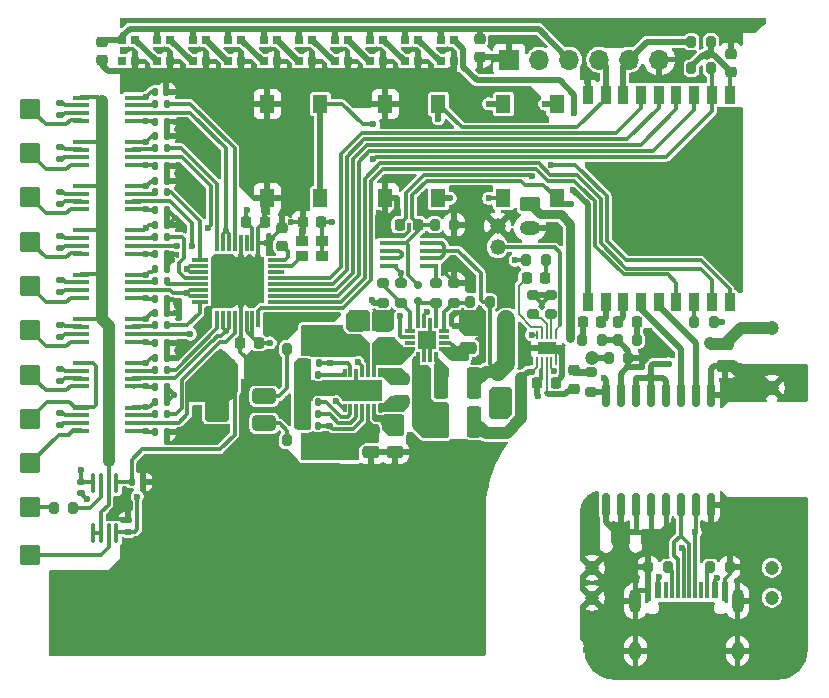
<source format=gbr>
%TF.GenerationSoftware,KiCad,Pcbnew,9.0.2*%
%TF.CreationDate,2025-12-06T18:07:06+09:00*%
%TF.ProjectId,ECG,4543472e-6b69-4636-9164-5f7063625858,rev?*%
%TF.SameCoordinates,Original*%
%TF.FileFunction,Copper,L1,Top*%
%TF.FilePolarity,Positive*%
%FSLAX46Y46*%
G04 Gerber Fmt 4.6, Leading zero omitted, Abs format (unit mm)*
G04 Created by KiCad (PCBNEW 9.0.2) date 2025-12-06 18:07:06*
%MOMM*%
%LPD*%
G01*
G04 APERTURE LIST*
G04 Aperture macros list*
%AMRoundRect*
0 Rectangle with rounded corners*
0 $1 Rounding radius*
0 $2 $3 $4 $5 $6 $7 $8 $9 X,Y pos of 4 corners*
0 Add a 4 corners polygon primitive as box body*
4,1,4,$2,$3,$4,$5,$6,$7,$8,$9,$2,$3,0*
0 Add four circle primitives for the rounded corners*
1,1,$1+$1,$2,$3*
1,1,$1+$1,$4,$5*
1,1,$1+$1,$6,$7*
1,1,$1+$1,$8,$9*
0 Add four rect primitives between the rounded corners*
20,1,$1+$1,$2,$3,$4,$5,0*
20,1,$1+$1,$4,$5,$6,$7,0*
20,1,$1+$1,$6,$7,$8,$9,0*
20,1,$1+$1,$8,$9,$2,$3,0*%
G04 Aperture macros list end*
%TA.AperFunction,SMDPad,CuDef*%
%ADD10RoundRect,0.200000X-0.275000X0.200000X-0.275000X-0.200000X0.275000X-0.200000X0.275000X0.200000X0*%
%TD*%
%TA.AperFunction,SMDPad,CuDef*%
%ADD11R,1.450000X0.450000*%
%TD*%
%TA.AperFunction,SMDPad,CuDef*%
%ADD12R,1.300000X1.550000*%
%TD*%
%TA.AperFunction,SMDPad,CuDef*%
%ADD13RoundRect,0.140000X-0.140000X-0.170000X0.140000X-0.170000X0.140000X0.170000X-0.140000X0.170000X0*%
%TD*%
%TA.AperFunction,SMDPad,CuDef*%
%ADD14RoundRect,0.200000X-0.200000X-0.275000X0.200000X-0.275000X0.200000X0.275000X-0.200000X0.275000X0*%
%TD*%
%TA.AperFunction,SMDPad,CuDef*%
%ADD15RoundRect,0.200000X0.200000X0.275000X-0.200000X0.275000X-0.200000X-0.275000X0.200000X-0.275000X0*%
%TD*%
%TA.AperFunction,SMDPad,CuDef*%
%ADD16RoundRect,0.135000X0.135000X0.185000X-0.135000X0.185000X-0.135000X-0.185000X0.135000X-0.185000X0*%
%TD*%
%TA.AperFunction,ComponentPad*%
%ADD17RoundRect,0.262500X-0.612500X-0.612500X0.612500X-0.612500X0.612500X0.612500X-0.612500X0.612500X0*%
%TD*%
%TA.AperFunction,SMDPad,CuDef*%
%ADD18RoundRect,0.225000X-0.225000X-0.250000X0.225000X-0.250000X0.225000X0.250000X-0.225000X0.250000X0*%
%TD*%
%TA.AperFunction,SMDPad,CuDef*%
%ADD19RoundRect,0.135000X0.185000X-0.135000X0.185000X0.135000X-0.185000X0.135000X-0.185000X-0.135000X0*%
%TD*%
%TA.AperFunction,SMDPad,CuDef*%
%ADD20RoundRect,0.250000X0.475000X-0.250000X0.475000X0.250000X-0.475000X0.250000X-0.475000X-0.250000X0*%
%TD*%
%TA.AperFunction,SMDPad,CuDef*%
%ADD21R,1.100000X0.900000*%
%TD*%
%TA.AperFunction,SMDPad,CuDef*%
%ADD22R,0.700000X0.700000*%
%TD*%
%TA.AperFunction,SMDPad,CuDef*%
%ADD23RoundRect,0.140000X0.140000X0.170000X-0.140000X0.170000X-0.140000X-0.170000X0.140000X-0.170000X0*%
%TD*%
%TA.AperFunction,SMDPad,CuDef*%
%ADD24RoundRect,0.140000X0.170000X-0.140000X0.170000X0.140000X-0.170000X0.140000X-0.170000X-0.140000X0*%
%TD*%
%TA.AperFunction,SMDPad,CuDef*%
%ADD25RoundRect,0.250000X-0.375000X-1.075000X0.375000X-1.075000X0.375000X1.075000X-0.375000X1.075000X0*%
%TD*%
%TA.AperFunction,SMDPad,CuDef*%
%ADD26RoundRect,0.218750X-0.218750X-0.256250X0.218750X-0.256250X0.218750X0.256250X-0.218750X0.256250X0*%
%TD*%
%TA.AperFunction,SMDPad,CuDef*%
%ADD27R,0.850000X0.300000*%
%TD*%
%TA.AperFunction,SMDPad,CuDef*%
%ADD28R,0.300000X0.850000*%
%TD*%
%TA.AperFunction,SMDPad,CuDef*%
%ADD29R,1.550000X1.550000*%
%TD*%
%TA.AperFunction,SMDPad,CuDef*%
%ADD30RoundRect,0.100000X0.100000X-0.712500X0.100000X0.712500X-0.100000X0.712500X-0.100000X-0.712500X0*%
%TD*%
%TA.AperFunction,SMDPad,CuDef*%
%ADD31RoundRect,0.135000X-0.185000X0.135000X-0.185000X-0.135000X0.185000X-0.135000X0.185000X0.135000X0*%
%TD*%
%TA.AperFunction,SMDPad,CuDef*%
%ADD32R,0.300000X0.800000*%
%TD*%
%TA.AperFunction,SMDPad,CuDef*%
%ADD33R,3.400000X1.800000*%
%TD*%
%TA.AperFunction,SMDPad,CuDef*%
%ADD34RoundRect,0.218750X0.256250X-0.218750X0.256250X0.218750X-0.256250X0.218750X-0.256250X-0.218750X0*%
%TD*%
%TA.AperFunction,SMDPad,CuDef*%
%ADD35RoundRect,0.250000X-0.475000X0.250000X-0.475000X-0.250000X0.475000X-0.250000X0.475000X0.250000X0*%
%TD*%
%TA.AperFunction,SMDPad,CuDef*%
%ADD36RoundRect,0.218750X0.218750X0.256250X-0.218750X0.256250X-0.218750X-0.256250X0.218750X-0.256250X0*%
%TD*%
%TA.AperFunction,SMDPad,CuDef*%
%ADD37RoundRect,0.225000X-0.250000X0.225000X-0.250000X-0.225000X0.250000X-0.225000X0.250000X0.225000X0*%
%TD*%
%TA.AperFunction,SMDPad,CuDef*%
%ADD38R,1.450000X0.300000*%
%TD*%
%TA.AperFunction,SMDPad,CuDef*%
%ADD39R,0.300000X1.450000*%
%TD*%
%TA.AperFunction,SMDPad,CuDef*%
%ADD40R,0.900000X1.500000*%
%TD*%
%TA.AperFunction,HeatsinkPad*%
%ADD41C,0.600000*%
%TD*%
%TA.AperFunction,HeatsinkPad*%
%ADD42R,2.900000X2.900000*%
%TD*%
%TA.AperFunction,SMDPad,CuDef*%
%ADD43RoundRect,0.150000X0.150000X-0.875000X0.150000X0.875000X-0.150000X0.875000X-0.150000X-0.875000X0*%
%TD*%
%TA.AperFunction,SMDPad,CuDef*%
%ADD44RoundRect,0.250000X0.375000X1.075000X-0.375000X1.075000X-0.375000X-1.075000X0.375000X-1.075000X0*%
%TD*%
%TA.AperFunction,SMDPad,CuDef*%
%ADD45RoundRect,0.150000X-0.200000X0.150000X-0.200000X-0.150000X0.200000X-0.150000X0.200000X0.150000X0*%
%TD*%
%TA.AperFunction,SMDPad,CuDef*%
%ADD46RoundRect,0.225000X0.225000X0.250000X-0.225000X0.250000X-0.225000X-0.250000X0.225000X-0.250000X0*%
%TD*%
%TA.AperFunction,SMDPad,CuDef*%
%ADD47R,1.600000X0.300000*%
%TD*%
%TA.AperFunction,SMDPad,CuDef*%
%ADD48RoundRect,0.250000X-0.750000X0.400000X-0.750000X-0.400000X0.750000X-0.400000X0.750000X0.400000X0*%
%TD*%
%TA.AperFunction,SMDPad,CuDef*%
%ADD49RoundRect,0.250000X-0.750000X0.750000X-0.750000X-0.750000X0.750000X-0.750000X0.750000X0.750000X0*%
%TD*%
%TA.AperFunction,SMDPad,CuDef*%
%ADD50RoundRect,0.200000X0.275000X-0.200000X0.275000X0.200000X-0.275000X0.200000X-0.275000X-0.200000X0*%
%TD*%
%TA.AperFunction,SMDPad,CuDef*%
%ADD51R,0.200000X0.750000*%
%TD*%
%TA.AperFunction,SMDPad,CuDef*%
%ADD52R,1.600000X1.000000*%
%TD*%
%TA.AperFunction,SMDPad,CuDef*%
%ADD53RoundRect,0.140000X-0.170000X0.140000X-0.170000X-0.140000X0.170000X-0.140000X0.170000X0.140000X0*%
%TD*%
%TA.AperFunction,SMDPad,CuDef*%
%ADD54RoundRect,0.250000X-0.250000X-0.475000X0.250000X-0.475000X0.250000X0.475000X-0.250000X0.475000X0*%
%TD*%
%TA.AperFunction,SMDPad,CuDef*%
%ADD55RoundRect,0.225000X0.250000X-0.225000X0.250000X0.225000X-0.250000X0.225000X-0.250000X-0.225000X0*%
%TD*%
%TA.AperFunction,SMDPad,CuDef*%
%ADD56R,0.600000X1.450000*%
%TD*%
%TA.AperFunction,ComponentPad*%
%ADD57O,1.000000X2.100000*%
%TD*%
%TA.AperFunction,ComponentPad*%
%ADD58O,1.000000X1.600000*%
%TD*%
%TA.AperFunction,ComponentPad*%
%ADD59R,1.700000X1.700000*%
%TD*%
%TA.AperFunction,ComponentPad*%
%ADD60O,1.700000X1.700000*%
%TD*%
%TA.AperFunction,ComponentPad*%
%ADD61C,1.320000*%
%TD*%
%TA.AperFunction,ComponentPad*%
%ADD62C,1.200000*%
%TD*%
%TA.AperFunction,ComponentPad*%
%ADD63RoundRect,0.250000X-0.625000X0.350000X-0.625000X-0.350000X0.625000X-0.350000X0.625000X0.350000X0*%
%TD*%
%TA.AperFunction,ComponentPad*%
%ADD64O,1.750000X1.200000*%
%TD*%
%TA.AperFunction,ViaPad*%
%ADD65C,0.600000*%
%TD*%
%TA.AperFunction,ViaPad*%
%ADD66C,0.800000*%
%TD*%
%TA.AperFunction,Conductor*%
%ADD67C,1.000000*%
%TD*%
%TA.AperFunction,Conductor*%
%ADD68C,0.300000*%
%TD*%
%TA.AperFunction,Conductor*%
%ADD69C,0.195000*%
%TD*%
%TA.AperFunction,Conductor*%
%ADD70C,0.500000*%
%TD*%
%TA.AperFunction,Conductor*%
%ADD71C,1.500000*%
%TD*%
%TA.AperFunction,Conductor*%
%ADD72C,0.800000*%
%TD*%
%TA.AperFunction,Conductor*%
%ADD73C,0.400000*%
%TD*%
G04 APERTURE END LIST*
D10*
%TO.P,R26,1*%
%TO.N,GNDPWR*%
X165049999Y-88424999D03*
%TO.P,R26,2*%
%TO.N,Net-(IC10-FB1)*%
X165049999Y-90074999D03*
%TD*%
D11*
%TO.P,IC3,1,-IN*%
%TO.N,GNDREF*%
X137975000Y-80225000D03*
%TO.P,IC3,2,RG_1*%
%TO.N,Net-(IC3-RG_1)*%
X137975000Y-80875000D03*
%TO.P,IC3,3,RG_2*%
%TO.N,Net-(IC3-RG_2)*%
X137975000Y-81525000D03*
%TO.P,IC3,4,+IN*%
%TO.N,Net-(IC3-+IN)*%
X137975000Y-82175000D03*
%TO.P,IC3,5,-VS*%
%TO.N,VSS*%
X142425000Y-82175000D03*
%TO.P,IC3,6,REF*%
%TO.N,GND*%
X142425000Y-81525000D03*
%TO.P,IC3,7,VOUT*%
%TO.N,Net-(IC3-VOUT)*%
X142425000Y-80875000D03*
%TO.P,IC3,8,+VS*%
%TO.N,VCC*%
X142425000Y-80225000D03*
%TD*%
D12*
%TO.P,SW2,1,1*%
%TO.N,GNDPWR*%
X163750000Y-81230000D03*
X163750000Y-73270000D03*
%TO.P,SW2,2,2*%
%TO.N,SCL*%
X168250000Y-81230000D03*
X168250000Y-73270000D03*
%TD*%
D13*
%TO.P,C16,1*%
%TO.N,VSS*%
X144270000Y-93500000D03*
%TO.P,C16,2*%
%TO.N,GNDPWR*%
X145230000Y-93500000D03*
%TD*%
D14*
%TO.P,R41,1*%
%TO.N,Net-(U2-IO2)*%
X189925000Y-91750000D03*
%TO.P,R41,2*%
%TO.N,VDD*%
X191575000Y-91750000D03*
%TD*%
D15*
%TO.P,R32,1*%
%TO.N,Net-(D1-A)*%
X177325000Y-86500000D03*
%TO.P,R32,2*%
%TO.N,Net-(IC11-IN)*%
X175675000Y-86500000D03*
%TD*%
D16*
%TO.P,R11,1*%
%TO.N,V2*%
X145260000Y-77000000D03*
%TO.P,R11,2*%
%TO.N,Net-(IC2-VOUT)*%
X144240000Y-77000000D03*
%TD*%
D15*
%TO.P,R9,1*%
%TO.N,Net-(R9-Pad1)*%
X137325000Y-107500000D03*
%TO.P,R9,2*%
%TO.N,R-LEG*%
X135675000Y-107500000D03*
%TD*%
D11*
%TO.P,IC6,1,-IN*%
%TO.N,GNDREF*%
X137975000Y-91475000D03*
%TO.P,IC6,2,RG_1*%
%TO.N,Net-(IC6-RG_1)*%
X137975000Y-92125000D03*
%TO.P,IC6,3,RG_2*%
%TO.N,Net-(IC6-RG_2)*%
X137975000Y-92775000D03*
%TO.P,IC6,4,+IN*%
%TO.N,Net-(IC6-+IN)*%
X137975000Y-93425000D03*
%TO.P,IC6,5,-VS*%
%TO.N,VSS*%
X142425000Y-93425000D03*
%TO.P,IC6,6,REF*%
%TO.N,GND*%
X142425000Y-92775000D03*
%TO.P,IC6,7,VOUT*%
%TO.N,Net-(IC6-VOUT)*%
X142425000Y-92125000D03*
%TO.P,IC6,8,+VS*%
%TO.N,VCC*%
X142425000Y-91475000D03*
%TD*%
D14*
%TO.P,R18,1*%
%TO.N,Net-(R18-Pad1)*%
X155425000Y-94000000D03*
%TO.P,R18,2*%
%TO.N,VCC*%
X157075000Y-94000000D03*
%TD*%
D17*
%TO.P,TP3,1,1*%
%TO.N,Net-(IC3-+IN)*%
X133675000Y-81175000D03*
%TD*%
D13*
%TO.P,C4,1*%
%TO.N,GND*%
X142270000Y-105250000D03*
%TO.P,C4,2*%
%TO.N,GNDPWR*%
X143230000Y-105250000D03*
%TD*%
D12*
%TO.P,SW3,1,1*%
%TO.N,Net-(D5-A)*%
X178250000Y-73270000D03*
X178250000Y-81230000D03*
%TO.P,SW3,2,2*%
%TO.N,+BATT*%
X173750000Y-73270000D03*
X173750000Y-81230000D03*
%TD*%
D13*
%TO.P,C19,1*%
%TO.N,VCC*%
X144270000Y-98500000D03*
%TO.P,C19,2*%
%TO.N,GNDPWR*%
X145230000Y-98500000D03*
%TD*%
D18*
%TO.P,C37,1*%
%TO.N,Net-(BT1-+)*%
X176625000Y-96900000D03*
%TO.P,C37,2*%
%TO.N,GNDPWR*%
X178175000Y-96900000D03*
%TD*%
D19*
%TO.P,R4,1*%
%TO.N,Net-(IC4-RG_2)*%
X136250000Y-85460000D03*
%TO.P,R4,2*%
%TO.N,Net-(IC4-RG_1)*%
X136250000Y-84440000D03*
%TD*%
D11*
%TO.P,IC8,1,-IN*%
%TO.N,R-ARM*%
X137975000Y-98975000D03*
%TO.P,IC8,2,RG_1*%
%TO.N,Net-(IC8-RG_1)*%
X137975000Y-99625000D03*
%TO.P,IC8,3,RG_2*%
%TO.N,Net-(IC8-RG_2)*%
X137975000Y-100275000D03*
%TO.P,IC8,4,+IN*%
%TO.N,L-LEG*%
X137975000Y-100925000D03*
%TO.P,IC8,5,-VS*%
%TO.N,VSS*%
X142425000Y-100925000D03*
%TO.P,IC8,6,REF*%
%TO.N,GND*%
X142425000Y-100275000D03*
%TO.P,IC8,7,VOUT*%
%TO.N,Net-(IC8-VOUT)*%
X142425000Y-99625000D03*
%TO.P,IC8,8,+VS*%
%TO.N,VCC*%
X142425000Y-98975000D03*
%TD*%
D16*
%TO.P,R14,1*%
%TO.N,V5*%
X145260000Y-88250000D03*
%TO.P,R14,2*%
%TO.N,Net-(IC5-VOUT)*%
X144240000Y-88250000D03*
%TD*%
D17*
%TO.P,TP7,1,1*%
%TO.N,L-ARM*%
X133675000Y-96175000D03*
%TD*%
D13*
%TO.P,C13,1*%
%TO.N,VCC*%
X144270000Y-87250000D03*
%TO.P,C13,2*%
%TO.N,GNDPWR*%
X145230000Y-87250000D03*
%TD*%
D14*
%TO.P,R34,1*%
%TO.N,Net-(D3-K)*%
X180425000Y-93250000D03*
%TO.P,R34,2*%
%TO.N,GNDPWR*%
X182075000Y-93250000D03*
%TD*%
D19*
%TO.P,R7,1*%
%TO.N,Net-(IC7-RG_2)*%
X136250000Y-96710000D03*
%TO.P,R7,2*%
%TO.N,Net-(IC7-RG_1)*%
X136250000Y-95690000D03*
%TD*%
D15*
%TO.P,R40,1*%
%TO.N,Net-(U2-EN)*%
X191325000Y-70250000D03*
%TO.P,R40,2*%
%TO.N,VDD*%
X189675000Y-70250000D03*
%TD*%
D10*
%TO.P,R31,1*%
%TO.N,GNDPWR*%
X176250000Y-89425000D03*
%TO.P,R31,2*%
%TO.N,Net-(IC11-ISET)*%
X176250000Y-91075000D03*
%TD*%
D20*
%TO.P,C29,1*%
%TO.N,GNDPWR*%
X162549999Y-102749997D03*
%TO.P,C29,2*%
%TO.N,VSS*%
X162549999Y-100849999D03*
%TD*%
D10*
%TO.P,R25,1*%
%TO.N,Net-(IC10-FB1)*%
X163549999Y-88424999D03*
%TO.P,R25,2*%
%TO.N,+5V*%
X163549999Y-90074999D03*
%TD*%
D21*
%TO.P,Y1,1,~{ST}*%
%TO.N,VDD*%
X158375000Y-84850000D03*
%TO.P,Y1,2,GND*%
%TO.N,GNDPWR*%
X156675000Y-84850000D03*
%TO.P,Y1,3,OUT*%
%TO.N,CLK*%
X156675000Y-86150000D03*
%TO.P,Y1,4,Vcc*%
%TO.N,VDD*%
X158375000Y-86150000D03*
%TD*%
D22*
%TO.P,LED9,1,DO*%
%TO.N,Net-(LED8-DI)*%
X165450000Y-69665000D03*
%TO.P,LED9,2,GND*%
%TO.N,GNDPWR*%
X166550000Y-69665000D03*
%TO.P,LED9,3,DI*%
%TO.N,Net-(LED10-DO)*%
X166550000Y-67835000D03*
%TO.P,LED9,4,VDD*%
%TO.N,+5V*%
X165450000Y-67835000D03*
%TD*%
D17*
%TO.P,TP5,1,1*%
%TO.N,Net-(IC5-+IN)*%
X133675000Y-88675000D03*
%TD*%
D23*
%TO.P,C26,1*%
%TO.N,Net-(PS1-BYP+)*%
X158079999Y-96199999D03*
%TO.P,C26,2*%
%TO.N,GNDPWR*%
X157119999Y-96199999D03*
%TD*%
D24*
%TO.P,C3,1*%
%TO.N,VSS*%
X142000000Y-109480000D03*
%TO.P,C3,2*%
%TO.N,GNDPWR*%
X142000000Y-108520000D03*
%TD*%
D22*
%TO.P,LED4,1,DO*%
%TO.N,Net-(LED3-DI)*%
X150450000Y-69665000D03*
%TO.P,LED4,2,GND*%
%TO.N,GNDPWR*%
X151550000Y-69665000D03*
%TO.P,LED4,3,DI*%
%TO.N,Net-(LED4-DI)*%
X151550000Y-67835000D03*
%TO.P,LED4,4,VDD*%
%TO.N,+5V*%
X150450000Y-67835000D03*
%TD*%
D11*
%TO.P,IC4,1,-IN*%
%TO.N,GNDREF*%
X137975000Y-83975000D03*
%TO.P,IC4,2,RG_1*%
%TO.N,Net-(IC4-RG_1)*%
X137975000Y-84625000D03*
%TO.P,IC4,3,RG_2*%
%TO.N,Net-(IC4-RG_2)*%
X137975000Y-85275000D03*
%TO.P,IC4,4,+IN*%
%TO.N,Net-(IC4-+IN)*%
X137975000Y-85925000D03*
%TO.P,IC4,5,-VS*%
%TO.N,VSS*%
X142425000Y-85925000D03*
%TO.P,IC4,6,REF*%
%TO.N,GND*%
X142425000Y-85275000D03*
%TO.P,IC4,7,VOUT*%
%TO.N,Net-(IC4-VOUT)*%
X142425000Y-84625000D03*
%TO.P,IC4,8,+VS*%
%TO.N,VCC*%
X142425000Y-83975000D03*
%TD*%
D19*
%TO.P,R8,1*%
%TO.N,Net-(IC8-RG_2)*%
X136250000Y-100460000D03*
%TO.P,R8,2*%
%TO.N,Net-(IC8-RG_1)*%
X136250000Y-99440000D03*
%TD*%
D13*
%TO.P,C12,1*%
%TO.N,VSS*%
X144270000Y-86000000D03*
%TO.P,C12,2*%
%TO.N,GNDPWR*%
X145230000Y-86000000D03*
%TD*%
D25*
%TO.P,L1,1,1*%
%TO.N,Net-(IC10-SW2)*%
X168500001Y-96899998D03*
%TO.P,L1,2,2*%
%TO.N,VDD*%
X171299999Y-96899998D03*
%TD*%
D19*
%TO.P,R1,1*%
%TO.N,Net-(IC1-RG_2)*%
X136250000Y-74210000D03*
%TO.P,R1,2*%
%TO.N,Net-(IC1-RG_1)*%
X136250000Y-73190000D03*
%TD*%
D16*
%TO.P,R12,1*%
%TO.N,V3*%
X145260000Y-80750000D03*
%TO.P,R12,2*%
%TO.N,Net-(IC3-VOUT)*%
X144240000Y-80750000D03*
%TD*%
D26*
%TO.P,D1,1,K*%
%TO.N,Net-(D1-K)*%
X175712499Y-88000000D03*
%TO.P,D1,2,A*%
%TO.N,Net-(D1-A)*%
X177287501Y-88000000D03*
%TD*%
D14*
%TO.P,R38,1*%
%TO.N,GND2*%
X186020000Y-112500000D03*
%TO.P,R38,2*%
%TO.N,Net-(J2-CC1)*%
X187670000Y-112500000D03*
%TD*%
D17*
%TO.P,TP10,1,1*%
%TO.N,R-LEG*%
X133675000Y-107425000D03*
%TD*%
D27*
%TO.P,IC10,1,FB1*%
%TO.N,Net-(IC10-FB1)*%
X165850000Y-92499998D03*
%TO.P,IC10,2,VIN1*%
%TO.N,+BATT*%
X165850000Y-92999998D03*
%TO.P,IC10,3,PG00D1*%
%TO.N,unconnected-(IC10-PG00D1-Pad3)*%
X165850000Y-93499998D03*
%TO.P,IC10,4,VOUT*%
%TO.N,+5V*%
X165850000Y-93999998D03*
D28*
%TO.P,IC10,5,SW1*%
%TO.N,Net-(IC10-SW1)*%
X166550000Y-94699998D03*
%TO.P,IC10,6,GND1*%
%TO.N,GNDPWR*%
X167050000Y-94699998D03*
%TO.P,IC10,7,GND2*%
X167550000Y-94699998D03*
%TO.P,IC10,8,SW2*%
%TO.N,Net-(IC10-SW2)*%
X168050000Y-94699998D03*
D27*
%TO.P,IC10,9,VIN2*%
%TO.N,+5V*%
X168750000Y-93999998D03*
%TO.P,IC10,10,MODE*%
X168750000Y-93499998D03*
%TO.P,IC10,11,PGOOD2*%
%TO.N,unconnected-(IC10-PGOOD2-Pad11)*%
X168750000Y-92999998D03*
%TO.P,IC10,12,FB2*%
%TO.N,Net-(IC10-FB2)*%
X168750000Y-92499998D03*
D28*
%TO.P,IC10,13,~{SHDN2}*%
%TO.N,Net-(D5-K)*%
X168050000Y-91799998D03*
%TO.P,IC10,14,GND3*%
%TO.N,GNDPWR*%
X167550000Y-91799998D03*
%TO.P,IC10,15,VBAT*%
%TO.N,+BATT*%
X167050000Y-91799998D03*
%TO.P,IC10,16,~{SHDN1}*%
%TO.N,Net-(D5-K)*%
X166550000Y-91799998D03*
D29*
%TO.P,IC10,17,GND*%
%TO.N,GNDPWR*%
X167300000Y-93249998D03*
%TD*%
D22*
%TO.P,LED5,1,DO*%
%TO.N,Net-(LED4-DI)*%
X153450000Y-69665000D03*
%TO.P,LED5,2,GND*%
%TO.N,GNDPWR*%
X154550000Y-69665000D03*
%TO.P,LED5,3,DI*%
%TO.N,Net-(LED5-DI)*%
X154550000Y-67835000D03*
%TO.P,LED5,4,VDD*%
%TO.N,+5V*%
X153450000Y-67835000D03*
%TD*%
D16*
%TO.P,R21,1*%
%TO.N,Net-(PS1-RT)*%
X158059998Y-98499999D03*
%TO.P,R21,2*%
%TO.N,GNDPWR*%
X157040000Y-98499999D03*
%TD*%
D17*
%TO.P,TP2,1,1*%
%TO.N,Net-(IC2-+IN)*%
X133675000Y-77425000D03*
%TD*%
D30*
%TO.P,U1,1*%
%TO.N,GNDREF*%
X139025000Y-109612500D03*
%TO.P,U1,2,-*%
X139675000Y-109612500D03*
%TO.P,U1,3,+*%
%TO.N,GNDREF-in*%
X140325000Y-109612500D03*
%TO.P,U1,4,V-*%
%TO.N,VSS*%
X140975000Y-109612500D03*
%TO.P,U1,5,+*%
%TO.N,GND*%
X140975000Y-105387500D03*
%TO.P,U1,6,-*%
%TO.N,GNDREF*%
X140325000Y-105387500D03*
%TO.P,U1,7*%
%TO.N,Net-(R9-Pad1)*%
X139675000Y-105387500D03*
%TO.P,U1,8,V+*%
%TO.N,VCC*%
X139025000Y-105387500D03*
%TD*%
D20*
%TO.P,C31,1*%
%TO.N,GNDPWR*%
X164549999Y-102749998D03*
%TO.P,C31,2*%
%TO.N,-5V*%
X164549999Y-100850000D03*
%TD*%
D17*
%TO.P,TP11,1,1*%
%TO.N,GNDREF-in*%
X133675000Y-111425000D03*
%TD*%
D31*
%TO.P,R24,1*%
%TO.N,Net-(PS1-ADJ-)*%
X158999999Y-100490000D03*
%TO.P,R24,2*%
%TO.N,VSS*%
X158999999Y-101509998D03*
%TD*%
D15*
%TO.P,R30,1*%
%TO.N,VDD*%
X172575000Y-89999999D03*
%TO.P,R30,2*%
%TO.N,Net-(IC10-FB2)*%
X170925000Y-89999999D03*
%TD*%
D17*
%TO.P,TP4,1,1*%
%TO.N,Net-(IC4-+IN)*%
X133675000Y-84925000D03*
%TD*%
D16*
%TO.P,R16,1*%
%TO.N,I*%
X145260000Y-95750000D03*
%TO.P,R16,2*%
%TO.N,Net-(IC7-VOUT)*%
X144240000Y-95750000D03*
%TD*%
D19*
%TO.P,R2,1*%
%TO.N,Net-(IC2-RG_2)*%
X136250000Y-77960000D03*
%TO.P,R2,2*%
%TO.N,Net-(IC2-RG_1)*%
X136250000Y-76940000D03*
%TD*%
D32*
%TO.P,PS1,1,EN+*%
%TO.N,+5V*%
X160300000Y-98999999D03*
%TO.P,PS1,2,RT*%
%TO.N,Net-(PS1-RT)*%
X160800000Y-98999999D03*
%TO.P,PS1,3,BYP-*%
%TO.N,Net-(PS1-BYP-)*%
X161300000Y-98999999D03*
%TO.P,PS1,4,ADJ-*%
%TO.N,Net-(PS1-ADJ-)*%
X161800000Y-98999999D03*
%TO.P,PS1,5,LDO-*%
%TO.N,VSS*%
X162300000Y-98999999D03*
%TO.P,PS1,6,VOUT*%
%TO.N,-5V*%
X162800000Y-98999999D03*
%TO.P,PS1,7,C-*%
%TO.N,Net-(PS1-C-)*%
X163300000Y-98999999D03*
%TO.P,PS1,8,C+*%
%TO.N,Net-(PS1-C+)*%
X163300000Y-95999999D03*
%TO.P,PS1,9,VIN*%
%TO.N,+5V*%
X162800000Y-95999999D03*
%TO.P,PS1,10,LDO+*%
%TO.N,VCC*%
X162300000Y-95999999D03*
%TO.P,PS1,11,EN-*%
%TO.N,+5V*%
X161800000Y-95999999D03*
%TO.P,PS1,12,MODE*%
%TO.N,GNDPWR*%
X161300000Y-95999999D03*
%TO.P,PS1,13,ADJ+*%
%TO.N,Net-(PS1-ADJ+)*%
X160800000Y-95999999D03*
%TO.P,PS1,14,BYP+*%
%TO.N,Net-(PS1-BYP+)*%
X160300000Y-95999999D03*
D33*
%TO.P,PS1,15,GND*%
%TO.N,GNDPWR*%
X161800000Y-97499999D03*
%TD*%
D34*
%TO.P,D2,1,K*%
%TO.N,Net-(D2-K)*%
X179700000Y-97387501D03*
%TO.P,D2,2,A*%
%TO.N,Net-(D2-A)*%
X179700000Y-95812499D03*
%TD*%
D18*
%TO.P,C22,1*%
%TO.N,GNDPWR*%
X151475000Y-93500000D03*
%TO.P,C22,2*%
%TO.N,VCC*%
X153025000Y-93500000D03*
%TD*%
D19*
%TO.P,R23,1*%
%TO.N,Net-(PS1-ADJ+)*%
X159049999Y-95209998D03*
%TO.P,R23,2*%
%TO.N,VCC*%
X159049999Y-94190000D03*
%TD*%
D35*
%TO.P,C28,1*%
%TO.N,GNDPWR*%
X161299999Y-92050000D03*
%TO.P,C28,2*%
%TO.N,VCC*%
X161299999Y-93949998D03*
%TD*%
D36*
%TO.P,D4,1,K*%
%TO.N,Net-(D4-K)*%
X185037500Y-91750000D03*
%TO.P,D4,2,A*%
%TO.N,Net-(D4-A)*%
X183462500Y-91750000D03*
%TD*%
D37*
%TO.P,C24,1*%
%TO.N,GNDPWR*%
X155000000Y-83725000D03*
%TO.P,C24,2*%
%TO.N,Net-(IC9-CAP)*%
X155000000Y-85275000D03*
%TD*%
D20*
%TO.P,C36,1*%
%TO.N,+BATT*%
X173300000Y-101099997D03*
%TO.P,C36,2*%
%TO.N,GNDPWR*%
X173300000Y-99199999D03*
%TD*%
D38*
%TO.P,IC9,1,AIN2P*%
%TO.N,V3*%
X148025000Y-86500000D03*
%TO.P,IC9,2,AIN2N*%
%TO.N,GND*%
X148025000Y-87000000D03*
%TO.P,IC9,3,AIN3N*%
X148025000Y-87500000D03*
%TO.P,IC9,4,AIN3P*%
%TO.N,V4*%
X148025000Y-88000000D03*
%TO.P,IC9,5,AIN4P*%
%TO.N,V5*%
X148025000Y-88500000D03*
%TO.P,IC9,6,AIN4N*%
%TO.N,GND*%
X148025000Y-89000000D03*
%TO.P,IC9,7,AIN5N*%
X148025000Y-89500000D03*
%TO.P,IC9,8,AIN5P*%
%TO.N,V6*%
X148025000Y-90000000D03*
D39*
%TO.P,IC9,9,AIN6P*%
%TO.N,I*%
X149500000Y-91475000D03*
%TO.P,IC9,10,AIN6N*%
%TO.N,GND*%
X150000000Y-91475000D03*
%TO.P,IC9,11,AIN7N*%
X150500000Y-91475000D03*
%TO.P,IC9,12,AIN7P*%
%TO.N,II*%
X151000000Y-91475000D03*
%TO.P,IC9,13,AGND_1*%
%TO.N,GNDPWR*%
X151500000Y-91475000D03*
%TO.P,IC9,14,REFIN*%
%TO.N,VCC*%
X152000000Y-91475000D03*
%TO.P,IC9,15,AVDD*%
X152500000Y-91475000D03*
%TO.P,IC9,16,~{SYNC}/~{RESET}*%
%TO.N,SYNC{slash}RESET*%
X153000000Y-91475000D03*
D38*
%TO.P,IC9,17,~{CS}*%
%TO.N,CS0*%
X154475000Y-90000000D03*
%TO.P,IC9,18,~{DRDY}*%
%TO.N,DRDY*%
X154475000Y-89500000D03*
%TO.P,IC9,19,SCLK*%
%TO.N,SCLK*%
X154475000Y-89000000D03*
%TO.P,IC9,20,DOUT*%
%TO.N,DOUT*%
X154475000Y-88500000D03*
%TO.P,IC9,21,DIN*%
%TO.N,DIN*%
X154475000Y-88000000D03*
%TO.P,IC9,22,XTAL2*%
%TO.N,unconnected-(IC9-XTAL2-Pad22)*%
X154475000Y-87500000D03*
%TO.P,IC9,23,XTAL1/CLKIN*%
%TO.N,CLK*%
X154475000Y-87000000D03*
%TO.P,IC9,24,CAP*%
%TO.N,Net-(IC9-CAP)*%
X154475000Y-86500000D03*
D39*
%TO.P,IC9,25,DGND*%
%TO.N,GNDPWR*%
X153000000Y-85025000D03*
%TO.P,IC9,26,DVDD*%
%TO.N,VDD*%
X152500000Y-85025000D03*
%TO.P,IC9,27,NC*%
%TO.N,unconnected-(IC9-NC-Pad27)*%
X152000000Y-85025000D03*
%TO.P,IC9,28,AGND_2*%
%TO.N,GNDPWR*%
X151500000Y-85025000D03*
%TO.P,IC9,29,AIN0P*%
%TO.N,V1*%
X151000000Y-85025000D03*
%TO.P,IC9,30,AIN0N*%
%TO.N,GND*%
X150500000Y-85025000D03*
%TO.P,IC9,31,AIN1N*%
X150000000Y-85025000D03*
%TO.P,IC9,32,AIN1P*%
%TO.N,V2*%
X149500000Y-85025000D03*
%TD*%
D11*
%TO.P,IC7,1,-IN*%
%TO.N,R-ARM*%
X137975000Y-95225000D03*
%TO.P,IC7,2,RG_1*%
%TO.N,Net-(IC7-RG_1)*%
X137975000Y-95875000D03*
%TO.P,IC7,3,RG_2*%
%TO.N,Net-(IC7-RG_2)*%
X137975000Y-96525000D03*
%TO.P,IC7,4,+IN*%
%TO.N,L-ARM*%
X137975000Y-97175000D03*
%TO.P,IC7,5,-VS*%
%TO.N,VSS*%
X142425000Y-97175000D03*
%TO.P,IC7,6,REF*%
%TO.N,GND*%
X142425000Y-96525000D03*
%TO.P,IC7,7,VOUT*%
%TO.N,Net-(IC7-VOUT)*%
X142425000Y-95875000D03*
%TO.P,IC7,8,+VS*%
%TO.N,VCC*%
X142425000Y-95225000D03*
%TD*%
D40*
%TO.P,U2,1,3V3*%
%TO.N,VDD*%
X192900000Y-72500000D03*
%TO.P,U2,2,EN*%
%TO.N,Net-(U2-EN)*%
X191400000Y-72500000D03*
%TO.P,U2,3,IO4*%
%TO.N,DRDY*%
X189900000Y-72500000D03*
%TO.P,U2,4,IO5*%
%TO.N,SCLK*%
X188400000Y-72500000D03*
%TO.P,U2,5,IO6*%
%TO.N,DOUT*%
X186900000Y-72500000D03*
%TO.P,U2,6,IO7*%
%TO.N,DIN*%
X185400000Y-72500000D03*
%TO.P,U2,7,IO8*%
%TO.N,SDA*%
X183900000Y-72500000D03*
%TO.P,U2,8,IO9*%
%TO.N,SCL*%
X182400000Y-72500000D03*
%TO.P,U2,9,GND*%
%TO.N,GNDPWR*%
X180900000Y-72500000D03*
%TO.P,U2,10,IO10*%
%TO.N,Net-(LED10-DI)*%
X180900000Y-90000000D03*
%TO.P,U2,11,IO20/RXD*%
%TO.N,Net-(D3-A)*%
X182400000Y-90000000D03*
%TO.P,U2,12,IO21/TXD*%
%TO.N,Net-(D4-A)*%
X183900000Y-90000000D03*
%TO.P,U2,13,IO18*%
%TO.N,USB_D-*%
X185400000Y-90000000D03*
%TO.P,U2,14,IO19*%
%TO.N,USB_D+*%
X186900000Y-90000000D03*
%TO.P,U2,15,IO3*%
%TO.N,SYNC{slash}RESET*%
X188400000Y-90000000D03*
%TO.P,U2,16,IO2*%
%TO.N,Net-(U2-IO2)*%
X189900000Y-90000000D03*
%TO.P,U2,17,IO1*%
%TO.N,CS0*%
X191400000Y-90000000D03*
%TO.P,U2,18,IO0*%
%TO.N,PWR-OFF*%
X192900000Y-90000000D03*
D41*
%TO.P,U2,19,GND*%
%TO.N,GNDPWR*%
X187250000Y-81110000D03*
X186150000Y-81110000D03*
X187800000Y-81660000D03*
X186700000Y-81660000D03*
X185600000Y-81660000D03*
X187250000Y-82210000D03*
D42*
X186700000Y-82210000D03*
D41*
X186150000Y-82210000D03*
X187800000Y-82760000D03*
X186700000Y-82760000D03*
X185600000Y-82760000D03*
X187250000Y-83310000D03*
X186150000Y-83310000D03*
%TD*%
D43*
%TO.P,U3,1,VBUS1*%
%TO.N,Net-(PS2-+VIN_1)*%
X182400000Y-107195000D03*
%TO.P,U3,2,GND1*%
%TO.N,GND2*%
X183670000Y-107195000D03*
%TO.P,U3,3,VDD1*%
%TO.N,Net-(PS2-+VIN_1)*%
X184940000Y-107195000D03*
%TO.P,U3,4,PDEN*%
X186210000Y-107195000D03*
%TO.P,U3,5,SPU*%
X187480000Y-107195000D03*
%TO.P,U3,6,UD-*%
%TO.N,Net-(U3-UD-)*%
X188750000Y-107195000D03*
%TO.P,U3,7,UD+*%
%TO.N,Net-(U3-UD+)*%
X190020000Y-107195000D03*
%TO.P,U3,8,GND1*%
%TO.N,GND2*%
X191290000Y-107195000D03*
%TO.P,U3,9,GND2*%
%TO.N,GNDPWR*%
X191290000Y-97895000D03*
%TO.P,U3,10,DD+*%
%TO.N,USB_D+*%
X190020000Y-97895000D03*
%TO.P,U3,11,DD-*%
%TO.N,USB_D-*%
X188750000Y-97895000D03*
%TO.P,U3,12,PIN*%
%TO.N,Net-(IC11-IN)*%
X187480000Y-97895000D03*
%TO.P,U3,13,SPD*%
X186210000Y-97895000D03*
%TO.P,U3,14,VDD2*%
X184940000Y-97895000D03*
%TO.P,U3,15,GND2*%
%TO.N,GNDPWR*%
X183670000Y-97895000D03*
%TO.P,U3,16,VBUS2*%
%TO.N,Net-(IC11-IN)*%
X182400000Y-97895000D03*
%TD*%
D11*
%TO.P,IC1,1,-IN*%
%TO.N,GNDREF*%
X137975000Y-72725000D03*
%TO.P,IC1,2,RG_1*%
%TO.N,Net-(IC1-RG_1)*%
X137975000Y-73375000D03*
%TO.P,IC1,3,RG_2*%
%TO.N,Net-(IC1-RG_2)*%
X137975000Y-74025000D03*
%TO.P,IC1,4,+IN*%
%TO.N,Net-(IC1-+IN)*%
X137975000Y-74675000D03*
%TO.P,IC1,5,-VS*%
%TO.N,VSS*%
X142425000Y-74675000D03*
%TO.P,IC1,6,REF*%
%TO.N,GND*%
X142425000Y-74025000D03*
%TO.P,IC1,7,VOUT*%
%TO.N,Net-(IC1-VOUT)*%
X142425000Y-73375000D03*
%TO.P,IC1,8,+VS*%
%TO.N,VCC*%
X142425000Y-72725000D03*
%TD*%
D22*
%TO.P,LED1,1,DO*%
%TO.N,unconnected-(LED1-DO-Pad1)*%
X141450000Y-69665000D03*
%TO.P,LED1,2,GND*%
%TO.N,GNDPWR*%
X142550000Y-69665000D03*
%TO.P,LED1,3,DI*%
%TO.N,Net-(LED1-DI)*%
X142550000Y-67835000D03*
%TO.P,LED1,4,VDD*%
%TO.N,+5V*%
X141450000Y-67835000D03*
%TD*%
D13*
%TO.P,C20,1*%
%TO.N,VSS*%
X144270000Y-101000000D03*
%TO.P,C20,2*%
%TO.N,GNDPWR*%
X145230000Y-101000000D03*
%TD*%
D15*
%TO.P,R42,1*%
%TO.N,GND2*%
X192920000Y-112500000D03*
%TO.P,R42,2*%
%TO.N,Net-(J2-CC2)*%
X191270000Y-112500000D03*
%TD*%
D16*
%TO.P,R17,1*%
%TO.N,II*%
X145260000Y-99500000D03*
%TO.P,R17,2*%
%TO.N,Net-(IC8-VOUT)*%
X144240000Y-99500000D03*
%TD*%
D37*
%TO.P,C34,1*%
%TO.N,+5V*%
X171750000Y-67725000D03*
%TO.P,C34,2*%
%TO.N,GNDPWR*%
X171750000Y-69275000D03*
%TD*%
D12*
%TO.P,SW1,1,1*%
%TO.N,GNDPWR*%
X153750000Y-81230000D03*
X153750000Y-73270000D03*
%TO.P,SW1,2,2*%
%TO.N,Net-(U2-EN)*%
X158250000Y-81230000D03*
X158250000Y-73270000D03*
%TD*%
D16*
%TO.P,R22,1*%
%TO.N,Net-(PS1-ADJ-)*%
X158059998Y-100499999D03*
%TO.P,R22,2*%
%TO.N,GNDPWR*%
X157040000Y-100499999D03*
%TD*%
D20*
%TO.P,C33,1*%
%TO.N,+5V*%
X170750000Y-93949998D03*
%TO.P,C33,2*%
%TO.N,GNDPWR*%
X170750000Y-92050000D03*
%TD*%
D35*
%TO.P,C35,1*%
%TO.N,VDD*%
X173300000Y-95949999D03*
%TO.P,C35,2*%
%TO.N,GNDPWR*%
X173300000Y-97849997D03*
%TD*%
D22*
%TO.P,LED10,1,DO*%
%TO.N,Net-(LED10-DO)*%
X168450000Y-69665000D03*
%TO.P,LED10,2,GND*%
%TO.N,GNDPWR*%
X169550000Y-69665000D03*
%TO.P,LED10,3,DI*%
%TO.N,Net-(LED10-DI)*%
X169550000Y-67835000D03*
%TO.P,LED10,4,VDD*%
%TO.N,+5V*%
X168450000Y-67835000D03*
%TD*%
D26*
%TO.P,D3,1,K*%
%TO.N,Net-(D3-K)*%
X180462500Y-91750000D03*
%TO.P,D3,2,A*%
%TO.N,Net-(D3-A)*%
X182037500Y-91750000D03*
%TD*%
D16*
%TO.P,R20,1*%
%TO.N,Net-(PS1-ADJ+)*%
X158109998Y-95199999D03*
%TO.P,R20,2*%
%TO.N,GNDPWR*%
X157090000Y-95199999D03*
%TD*%
D13*
%TO.P,C9,1*%
%TO.N,VCC*%
X144270000Y-79750000D03*
%TO.P,C9,2*%
%TO.N,GNDPWR*%
X145230000Y-79750000D03*
%TD*%
D15*
%TO.P,R27,1*%
%TO.N,GNDPWR*%
X169575000Y-83500000D03*
%TO.P,R27,2*%
%TO.N,Net-(D5-A)*%
X167925000Y-83500000D03*
%TD*%
D44*
%TO.P,L2,1,1*%
%TO.N,+BATT*%
X171299999Y-100149998D03*
%TO.P,L2,2,2*%
%TO.N,Net-(IC10-SW1)*%
X168500001Y-100149998D03*
%TD*%
D15*
%TO.P,R37,1*%
%TO.N,Net-(D4-K)*%
X185075000Y-93250000D03*
%TO.P,R37,2*%
%TO.N,GNDPWR*%
X183425000Y-93250000D03*
%TD*%
D37*
%TO.P,C2,1*%
%TO.N,+5V*%
X139750000Y-67975000D03*
%TO.P,C2,2*%
%TO.N,GNDPWR*%
X139750000Y-69525000D03*
%TD*%
D13*
%TO.P,C15,1*%
%TO.N,VCC*%
X144270000Y-91000000D03*
%TO.P,C15,2*%
%TO.N,GNDPWR*%
X145230000Y-91000000D03*
%TD*%
D45*
%TO.P,D5,1,K*%
%TO.N,Net-(D5-K)*%
X166500000Y-89950000D03*
%TO.P,D5,2,A*%
%TO.N,Net-(D5-A)*%
X166500000Y-88550000D03*
%TD*%
D17*
%TO.P,TP6,1,1*%
%TO.N,Net-(IC6-+IN)*%
X133675000Y-92425000D03*
%TD*%
D46*
%TO.P,C23,1*%
%TO.N,GNDPWR*%
X153525000Y-83250000D03*
%TO.P,C23,2*%
%TO.N,VDD*%
X151975000Y-83250000D03*
%TD*%
D35*
%TO.P,C38,1*%
%TO.N,Net-(IC11-IN)*%
X192500000Y-93550001D03*
%TO.P,C38,2*%
%TO.N,GNDPWR*%
X192500000Y-95449999D03*
%TD*%
D13*
%TO.P,C7,1*%
%TO.N,VCC*%
X144270000Y-76000000D03*
%TO.P,C7,2*%
%TO.N,GNDPWR*%
X145230000Y-76000000D03*
%TD*%
D17*
%TO.P,TP9,1,1*%
%TO.N,L-LEG*%
X133675000Y-103675000D03*
%TD*%
D14*
%TO.P,R39,1*%
%TO.N,SDA*%
X189675000Y-68000000D03*
%TO.P,R39,2*%
%TO.N,VDD*%
X191325000Y-68000000D03*
%TD*%
D22*
%TO.P,LED2,1,DO*%
%TO.N,Net-(LED1-DI)*%
X144450000Y-69665000D03*
%TO.P,LED2,2,GND*%
%TO.N,GNDPWR*%
X145550000Y-69665000D03*
%TO.P,LED2,3,DI*%
%TO.N,Net-(LED2-DI)*%
X145550000Y-67835000D03*
%TO.P,LED2,4,VDD*%
%TO.N,+5V*%
X144450000Y-67835000D03*
%TD*%
D19*
%TO.P,R5,1*%
%TO.N,Net-(IC5-RG_2)*%
X136250000Y-89210000D03*
%TO.P,R5,2*%
%TO.N,Net-(IC5-RG_1)*%
X136250000Y-88190000D03*
%TD*%
D13*
%TO.P,C18,1*%
%TO.N,VSS*%
X144270000Y-97250000D03*
%TO.P,C18,2*%
%TO.N,GNDPWR*%
X145230000Y-97250000D03*
%TD*%
D22*
%TO.P,LED7,1,DO*%
%TO.N,Net-(LED6-DI)*%
X159450000Y-69665000D03*
%TO.P,LED7,2,GND*%
%TO.N,GNDPWR*%
X160550000Y-69665000D03*
%TO.P,LED7,3,DI*%
%TO.N,Net-(LED7-DI)*%
X160550000Y-67835000D03*
%TO.P,LED7,4,VDD*%
%TO.N,+5V*%
X159450000Y-67835000D03*
%TD*%
D15*
%TO.P,R19,1*%
%TO.N,VSS*%
X157075000Y-101750000D03*
%TO.P,R19,2*%
%TO.N,Net-(R19-Pad2)*%
X155425000Y-101750000D03*
%TD*%
D47*
%TO.P,U4,1,C*%
%TO.N,Net-(D5-A)*%
X164050000Y-85025000D03*
%TO.P,U4,2,D*%
%TO.N,Net-(U4-D)*%
X164050000Y-85675000D03*
%TO.P,U4,3,~{Q}*%
X164050000Y-86325000D03*
%TO.P,U4,4,GND*%
%TO.N,GNDPWR*%
X164050000Y-86975000D03*
%TO.P,U4,5,Q*%
%TO.N,Net-(U4-Q)*%
X167450000Y-86975000D03*
%TO.P,U4,6,~{CLR}*%
%TO.N,VDD*%
X167450000Y-86325000D03*
%TO.P,U4,7,~{PRE}*%
X167450000Y-85675000D03*
%TO.P,U4,8,VCC*%
X167450000Y-85025000D03*
%TD*%
D48*
%TO.P,RV1,1,1*%
%TO.N,Net-(R18-Pad1)*%
X153500000Y-98000000D03*
D49*
%TO.P,RV1,2,2*%
%TO.N,GND*%
X149499999Y-99150000D03*
D48*
%TO.P,RV1,3,3*%
%TO.N,Net-(R19-Pad2)*%
X153500000Y-100300000D03*
%TD*%
D10*
%TO.P,R35,1*%
%TO.N,Net-(D2-A)*%
X181200000Y-95975000D03*
%TO.P,R35,2*%
%TO.N,Net-(IC11-IN)*%
X181200000Y-97625000D03*
%TD*%
%TO.P,R33,1*%
%TO.N,GNDPWR*%
X177750000Y-89424999D03*
%TO.P,R33,2*%
%TO.N,Net-(IC11-ILIM{slash}VSET)*%
X177750000Y-91074999D03*
%TD*%
D13*
%TO.P,C5,1*%
%TO.N,VCC*%
X144250000Y-72250000D03*
%TO.P,C5,2*%
%TO.N,GNDPWR*%
X145210000Y-72250000D03*
%TD*%
D22*
%TO.P,LED8,1,DO*%
%TO.N,Net-(LED7-DI)*%
X162450000Y-69665000D03*
%TO.P,LED8,2,GND*%
%TO.N,GNDPWR*%
X163550000Y-69665000D03*
%TO.P,LED8,3,DI*%
%TO.N,Net-(LED8-DI)*%
X163550000Y-67835000D03*
%TO.P,LED8,4,VDD*%
%TO.N,+5V*%
X162450000Y-67835000D03*
%TD*%
D15*
%TO.P,R36,1*%
%TO.N,GNDPWR*%
X184325000Y-94800000D03*
%TO.P,R36,2*%
%TO.N,Net-(PS2-TRIM)*%
X182675000Y-94800000D03*
%TD*%
D16*
%TO.P,R15,1*%
%TO.N,V6*%
X145260000Y-92000000D03*
%TO.P,R15,2*%
%TO.N,Net-(IC6-VOUT)*%
X144240000Y-92000000D03*
%TD*%
D50*
%TO.P,R29,1*%
%TO.N,Net-(IC10-FB2)*%
X169549999Y-90074999D03*
%TO.P,R29,2*%
%TO.N,GNDPWR*%
X169549999Y-88424999D03*
%TD*%
D13*
%TO.P,C10,1*%
%TO.N,VSS*%
X144270000Y-82250000D03*
%TO.P,C10,2*%
%TO.N,GNDPWR*%
X145230000Y-82250000D03*
%TD*%
%TO.P,C11,1*%
%TO.N,VCC*%
X144270000Y-83500000D03*
%TO.P,C11,2*%
%TO.N,GNDPWR*%
X145230000Y-83500000D03*
%TD*%
%TO.P,C6,1*%
%TO.N,VSS*%
X144270000Y-74750000D03*
%TO.P,C6,2*%
%TO.N,GNDPWR*%
X145230000Y-74750000D03*
%TD*%
D35*
%TO.P,C32,1*%
%TO.N,Net-(PS1-C+)*%
X165049999Y-96550000D03*
%TO.P,C32,2*%
%TO.N,Net-(PS1-C-)*%
X165049999Y-98449998D03*
%TD*%
D13*
%TO.P,C17,1*%
%TO.N,VCC*%
X144270000Y-94750000D03*
%TO.P,C17,2*%
%TO.N,GNDPWR*%
X145230000Y-94750000D03*
%TD*%
D51*
%TO.P,IC11,1,SYS*%
%TO.N,+BATT*%
X176600000Y-95000000D03*
%TO.P,IC11,2,BAT*%
%TO.N,Net-(BT1-+)*%
X177000000Y-95000000D03*
%TO.P,IC11,3,STAT2*%
%TO.N,Net-(D2-K)*%
X177400000Y-94999999D03*
%TO.P,IC11,4,~{CE}*%
%TO.N,+BATT*%
X177800000Y-95000000D03*
%TO.P,IC11,5,GND*%
%TO.N,GNDPWR*%
X178200000Y-95000000D03*
%TO.P,IC11,6,TS/MR*%
%TO.N,Net-(IC11-TS{slash}MR)*%
X178200000Y-92800000D03*
%TO.P,IC11,7,ILIM/VSET*%
%TO.N,Net-(IC11-ILIM{slash}VSET)*%
X177800000Y-92800000D03*
%TO.P,IC11,8,ISET*%
%TO.N,Net-(IC11-ISET)*%
X177400000Y-92800001D03*
%TO.P,IC11,9,STAT1*%
%TO.N,Net-(D1-K)*%
X177000000Y-92800000D03*
%TO.P,IC11,10,IN*%
%TO.N,Net-(IC11-IN)*%
X176600000Y-92800000D03*
D52*
%TO.P,IC11,11,EP*%
%TO.N,GNDPWR*%
X177400000Y-93900000D03*
%TD*%
D16*
%TO.P,R13,1*%
%TO.N,V4*%
X145260000Y-84500000D03*
%TO.P,R13,2*%
%TO.N,Net-(IC4-VOUT)*%
X144240000Y-84500000D03*
%TD*%
D13*
%TO.P,C14,1*%
%TO.N,VSS*%
X144270000Y-89750000D03*
%TO.P,C14,2*%
%TO.N,GNDPWR*%
X145230000Y-89750000D03*
%TD*%
D11*
%TO.P,IC2,1,-IN*%
%TO.N,GNDREF*%
X137975000Y-76475000D03*
%TO.P,IC2,2,RG_1*%
%TO.N,Net-(IC2-RG_1)*%
X137975000Y-77125000D03*
%TO.P,IC2,3,RG_2*%
%TO.N,Net-(IC2-RG_2)*%
X137975000Y-77775000D03*
%TO.P,IC2,4,+IN*%
%TO.N,Net-(IC2-+IN)*%
X137975000Y-78425000D03*
%TO.P,IC2,5,-VS*%
%TO.N,VSS*%
X142425000Y-78425000D03*
%TO.P,IC2,6,REF*%
%TO.N,GND*%
X142425000Y-77775000D03*
%TO.P,IC2,7,VOUT*%
%TO.N,Net-(IC2-VOUT)*%
X142425000Y-77125000D03*
%TO.P,IC2,8,+VS*%
%TO.N,VCC*%
X142425000Y-76475000D03*
%TD*%
D16*
%TO.P,R10,1*%
%TO.N,V1*%
X145260000Y-73250000D03*
%TO.P,R10,2*%
%TO.N,Net-(IC1-VOUT)*%
X144240000Y-73250000D03*
%TD*%
D46*
%TO.P,C25,1*%
%TO.N,VDD*%
X158300000Y-83250000D03*
%TO.P,C25,2*%
%TO.N,GNDPWR*%
X156750000Y-83250000D03*
%TD*%
D22*
%TO.P,LED3,1,DO*%
%TO.N,Net-(LED2-DI)*%
X147450000Y-69665000D03*
%TO.P,LED3,2,GND*%
%TO.N,GNDPWR*%
X148550000Y-69665000D03*
%TO.P,LED3,3,DI*%
%TO.N,Net-(LED3-DI)*%
X148550000Y-67835000D03*
%TO.P,LED3,4,VDD*%
%TO.N,+5V*%
X147450000Y-67835000D03*
%TD*%
D13*
%TO.P,C8,1*%
%TO.N,VSS*%
X144270000Y-78500000D03*
%TO.P,C8,2*%
%TO.N,GNDPWR*%
X145230000Y-78500000D03*
%TD*%
D22*
%TO.P,LED6,1,DO*%
%TO.N,Net-(LED5-DI)*%
X156450000Y-69665000D03*
%TO.P,LED6,2,GND*%
%TO.N,GNDPWR*%
X157550000Y-69665000D03*
%TO.P,LED6,3,DI*%
%TO.N,Net-(LED6-DI)*%
X157550000Y-67835000D03*
%TO.P,LED6,4,VDD*%
%TO.N,+5V*%
X156450000Y-67835000D03*
%TD*%
D53*
%TO.P,C1,1*%
%TO.N,VCC*%
X138000000Y-105270000D03*
%TO.P,C1,2*%
%TO.N,GNDPWR*%
X138000000Y-106230000D03*
%TD*%
D19*
%TO.P,R6,1*%
%TO.N,Net-(IC6-RG_2)*%
X136250000Y-92960000D03*
%TO.P,R6,2*%
%TO.N,Net-(IC6-RG_1)*%
X136250000Y-91940000D03*
%TD*%
D23*
%TO.P,C27,1*%
%TO.N,Net-(PS1-BYP-)*%
X158029999Y-99500000D03*
%TO.P,C27,2*%
%TO.N,GNDPWR*%
X157069999Y-99500000D03*
%TD*%
D10*
%TO.P,R28,1*%
%TO.N,Net-(U4-Q)*%
X168049998Y-88425000D03*
%TO.P,R28,2*%
%TO.N,Net-(D5-K)*%
X168049998Y-90075000D03*
%TD*%
D46*
%TO.P,C40,1*%
%TO.N,Net-(D5-A)*%
X166525000Y-83500000D03*
%TO.P,C40,2*%
%TO.N,PWR-OFF*%
X164975000Y-83500000D03*
%TD*%
D54*
%TO.P,C21,1*%
%TO.N,GND*%
X150550001Y-95500000D03*
%TO.P,C21,2*%
%TO.N,GNDPWR*%
X152449999Y-95500000D03*
%TD*%
D55*
%TO.P,C39,1*%
%TO.N,VDD*%
X193000000Y-70550000D03*
%TO.P,C39,2*%
%TO.N,GNDPWR*%
X193000000Y-69000000D03*
%TD*%
D17*
%TO.P,TP1,1,1*%
%TO.N,Net-(IC1-+IN)*%
X133675000Y-73675000D03*
%TD*%
D19*
%TO.P,R3,1*%
%TO.N,Net-(IC3-RG_2)*%
X136250000Y-81710000D03*
%TO.P,R3,2*%
%TO.N,Net-(IC3-RG_1)*%
X136250000Y-80690000D03*
%TD*%
D11*
%TO.P,IC5,1,-IN*%
%TO.N,GNDREF*%
X137975000Y-87725000D03*
%TO.P,IC5,2,RG_1*%
%TO.N,Net-(IC5-RG_1)*%
X137975000Y-88375000D03*
%TO.P,IC5,3,RG_2*%
%TO.N,Net-(IC5-RG_2)*%
X137975000Y-89025000D03*
%TO.P,IC5,4,+IN*%
%TO.N,Net-(IC5-+IN)*%
X137975000Y-89675000D03*
%TO.P,IC5,5,-VS*%
%TO.N,VSS*%
X142425000Y-89675000D03*
%TO.P,IC5,6,REF*%
%TO.N,GND*%
X142425000Y-89025000D03*
%TO.P,IC5,7,VOUT*%
%TO.N,Net-(IC5-VOUT)*%
X142425000Y-88375000D03*
%TO.P,IC5,8,+VS*%
%TO.N,VCC*%
X142425000Y-87725000D03*
%TD*%
D17*
%TO.P,TP8,1,1*%
%TO.N,R-ARM*%
X133675000Y-99925000D03*
%TD*%
D20*
%TO.P,C30,1*%
%TO.N,+5V*%
X163549999Y-93949998D03*
%TO.P,C30,2*%
%TO.N,GNDPWR*%
X163549999Y-92050000D03*
%TD*%
D56*
%TO.P,J2,A1,GND*%
%TO.N,GND2*%
X186000000Y-114455000D03*
%TO.P,J2,A4,VBUS*%
%TO.N,Net-(PS2-+VIN_1)*%
X186800000Y-114455000D03*
D39*
%TO.P,J2,A5,CC1*%
%TO.N,Net-(J2-CC1)*%
X188000000Y-114455000D03*
%TO.P,J2,A6,D+*%
%TO.N,Net-(U3-UD+)*%
X189000000Y-114455000D03*
%TO.P,J2,A7,D-*%
%TO.N,Net-(U3-UD-)*%
X189500000Y-114455000D03*
%TO.P,J2,A8,SBU1*%
%TO.N,unconnected-(J2-SBU1-PadA8)*%
X190500000Y-114455000D03*
D56*
%TO.P,J2,A9,VBUS*%
%TO.N,Net-(PS2-+VIN_1)*%
X191700000Y-114455000D03*
%TO.P,J2,A12,GND*%
%TO.N,GND2*%
X192500000Y-114455000D03*
%TO.P,J2,B1,GND*%
X192500000Y-114455000D03*
%TO.P,J2,B4,VBUS*%
%TO.N,Net-(PS2-+VIN_1)*%
X191700000Y-114455000D03*
D39*
%TO.P,J2,B5,CC2*%
%TO.N,Net-(J2-CC2)*%
X191000000Y-114455000D03*
%TO.P,J2,B6,D+*%
%TO.N,Net-(U3-UD+)*%
X190000000Y-114455000D03*
%TO.P,J2,B7,D-*%
%TO.N,Net-(U3-UD-)*%
X188500000Y-114455000D03*
%TO.P,J2,B8,SBU2*%
%TO.N,unconnected-(J2-SBU2-PadB8)*%
X187500000Y-114455000D03*
D56*
%TO.P,J2,B9,VBUS*%
%TO.N,Net-(PS2-+VIN_1)*%
X186800000Y-114455000D03*
%TO.P,J2,B12,GND*%
%TO.N,GND2*%
X186000000Y-114455000D03*
D57*
%TO.P,J2,S1,SHIELD*%
X184930000Y-115370000D03*
D58*
X184930000Y-119550000D03*
D57*
X193570000Y-115370000D03*
D58*
X193570000Y-119550000D03*
%TD*%
D59*
%TO.P,J1,1,Pin_1*%
%TO.N,GNDPWR*%
X174250000Y-69500000D03*
D60*
%TO.P,J1,2,Pin_2*%
%TO.N,VDD*%
X176790000Y-69500000D03*
%TO.P,J1,3,Pin_3*%
%TO.N,+5V*%
X179329999Y-69500000D03*
%TO.P,J1,4,Pin_4*%
%TO.N,SCL*%
X181870000Y-69500000D03*
%TO.P,J1,5,Pin_5*%
%TO.N,SDA*%
X184410000Y-69500000D03*
%TO.P,J1,6,Pin_6*%
%TO.N,GNDPWR*%
X186950000Y-69500000D03*
%TD*%
D61*
%TO.P,TH1,1*%
%TO.N,Net-(IC11-TS{slash}MR)*%
X173250000Y-85400000D03*
%TO.P,TH1,2*%
%TO.N,GNDPWR*%
X173250000Y-83600000D03*
%TD*%
D62*
%TO.P,PS2,2,-VIN_1*%
%TO.N,GND2*%
X181225000Y-115055000D03*
%TO.P,PS2,3,-VIN_2*%
X181225000Y-112515000D03*
%TO.P,PS2,10,TRIM*%
%TO.N,Net-(PS2-TRIM)*%
X181225000Y-94735000D03*
%TO.P,PS2,14,+VOUT*%
%TO.N,Net-(IC11-IN)*%
X196465000Y-92195000D03*
%TO.P,PS2,16,-VOUT*%
%TO.N,GNDPWR*%
X196465000Y-97275000D03*
%TO.P,PS2,22,+VIN_1*%
%TO.N,Net-(PS2-+VIN_1)*%
X196465000Y-112515000D03*
%TO.P,PS2,23,+VIN_2*%
X196465000Y-115055000D03*
%TD*%
D63*
%TO.P,BT1,1,+*%
%TO.N,Net-(BT1-+)*%
X176000000Y-81749999D03*
D64*
%TO.P,BT1,2,-*%
%TO.N,GNDPWR*%
X176000000Y-83750000D03*
%TD*%
D65*
%TO.N,+BATT*%
X165000000Y-91249998D03*
X172500000Y-81250000D03*
X176194835Y-95917473D03*
X172500000Y-73250000D03*
X167289359Y-90860705D03*
X177997499Y-95864382D03*
%TO.N,GNDPWR*%
X163700000Y-74900000D03*
X156500000Y-96250000D03*
X167650000Y-93600000D03*
X153750000Y-85000000D03*
X153750000Y-92500000D03*
X169308500Y-70408500D03*
D66*
X162500000Y-104000000D03*
D65*
X178500000Y-84750000D03*
X163750000Y-79500000D03*
X145400000Y-70466000D03*
X170500000Y-90999999D03*
X177000000Y-90150000D03*
X183250000Y-84500000D03*
X148250000Y-82250000D03*
X171750000Y-119500000D03*
X171999999Y-92499999D03*
X166000000Y-101500000D03*
X167650000Y-92900000D03*
X166950000Y-93600001D03*
X135750000Y-113250000D03*
X174249999Y-99250000D03*
X177050000Y-93900000D03*
X160750000Y-96900000D03*
X154300000Y-94900000D03*
X172000000Y-90999999D03*
X184500000Y-85750000D03*
X168750000Y-87500000D03*
X156500000Y-95250000D03*
X171500000Y-81000000D03*
X164050000Y-90999999D03*
X195600000Y-66300000D03*
X146000000Y-90000000D03*
X164228480Y-82726032D03*
X161700000Y-91000000D03*
X163300000Y-90999999D03*
X192250000Y-74000000D03*
X160950000Y-91000000D03*
X153750000Y-91250000D03*
X177200000Y-74500000D03*
X145849000Y-97881000D03*
X144000000Y-105250000D03*
X173500000Y-102250000D03*
X153500000Y-82250000D03*
X145977380Y-82897620D03*
X175249999Y-92105520D03*
X146000000Y-79750000D03*
X177600000Y-66500000D03*
X162150000Y-96900000D03*
X141750000Y-106250000D03*
X148400000Y-70466000D03*
X174250000Y-90250000D03*
X146000000Y-74750000D03*
X181000000Y-78500000D03*
X160400000Y-70466000D03*
X150250000Y-100750000D03*
X162150000Y-98100000D03*
X163250000Y-82500000D03*
X153000000Y-86250000D03*
D66*
X164500000Y-104000000D03*
D65*
X187750000Y-94250000D03*
X151500000Y-86250000D03*
X166950001Y-92900000D03*
X169000000Y-75000000D03*
X161100000Y-97500000D03*
X142000000Y-107750000D03*
X172000000Y-91749999D03*
X159250000Y-91250000D03*
X160750000Y-98100000D03*
X153250000Y-95500000D03*
X186250000Y-92750000D03*
X189000000Y-84000000D03*
X146000000Y-94750000D03*
X160800000Y-72900000D03*
X165750000Y-79500000D03*
X184800000Y-71100000D03*
X146000000Y-76000000D03*
X165049999Y-87549999D03*
X171000000Y-89000000D03*
X151400000Y-70466000D03*
X174250000Y-98500000D03*
X149500000Y-79000000D03*
X135750000Y-119500000D03*
X175250000Y-95250000D03*
X190400000Y-71100000D03*
X161800000Y-97500000D03*
X155500000Y-98250000D03*
X161450000Y-96900000D03*
X145709894Y-86481836D03*
X142400000Y-70466000D03*
X172500000Y-89000000D03*
X160400000Y-97500000D03*
X193000000Y-67800000D03*
X141595495Y-66345045D03*
X177750000Y-93900000D03*
X151500000Y-90250000D03*
X146000000Y-72250000D03*
X171250000Y-90999999D03*
X146000000Y-101000000D03*
X161450000Y-98100000D03*
X138500000Y-106750000D03*
X146000000Y-93500000D03*
X193700000Y-74000000D03*
X153950000Y-95500000D03*
X162850000Y-96900000D03*
X184325000Y-95475000D03*
X193700000Y-88750000D03*
X155750000Y-83250000D03*
X154300000Y-96100000D03*
X153600000Y-96100000D03*
X147750000Y-99250000D03*
X164750000Y-73250000D03*
X157400000Y-70466000D03*
X154400000Y-70466000D03*
X146000000Y-91000000D03*
X162500000Y-97500000D03*
X140325000Y-108250000D03*
X146000000Y-78500000D03*
X174250000Y-97750000D03*
X163200000Y-97500000D03*
X153600000Y-94900000D03*
X174750000Y-87500000D03*
X155500000Y-100000000D03*
X162850000Y-98100000D03*
X154650000Y-95500000D03*
X167000000Y-81000000D03*
X187000000Y-79500000D03*
X178250000Y-83750000D03*
X180800000Y-71300000D03*
D66*
%TO.N,VDD*%
X174000000Y-92500000D03*
D65*
X152000000Y-82250000D03*
X192250000Y-91750000D03*
D66*
X174000000Y-91500000D03*
X174000000Y-94500000D03*
X174000000Y-93500000D03*
D65*
X159250000Y-83250000D03*
D66*
X191000000Y-69125000D03*
D65*
%TO.N,VCC*%
X143500000Y-83750000D03*
X157100000Y-93000000D03*
X157450000Y-92400000D03*
X143500000Y-80225000D03*
X157800000Y-93000000D03*
X143500000Y-72700000D03*
X138000000Y-104250000D03*
X159200000Y-93000000D03*
X143500000Y-87725000D03*
X154000000Y-93500000D03*
X159900000Y-93000000D03*
X158500000Y-93000000D03*
X158150000Y-92400000D03*
X143500000Y-98950000D03*
X143519309Y-76450000D03*
X159550000Y-92400000D03*
X158850000Y-92400000D03*
X143500000Y-91450000D03*
X143500000Y-95200000D03*
%TO.N,VSS*%
X143500000Y-82175000D03*
X143500906Y-74675000D03*
X143500000Y-89708323D03*
X157000000Y-103150000D03*
X142750000Y-106500000D03*
X143500000Y-78425000D03*
X143500000Y-85925000D03*
X158400000Y-103150000D03*
X158050000Y-102550000D03*
X143500000Y-93400000D03*
X158750000Y-102550000D03*
X157700000Y-103150000D03*
X157350000Y-102550000D03*
X143500000Y-97175000D03*
X160850000Y-102550000D03*
X159100000Y-103150000D03*
X160150000Y-102550000D03*
X160500000Y-103150000D03*
X159450000Y-102550000D03*
X159800000Y-103150000D03*
X143500000Y-100925000D03*
X161200000Y-103150000D03*
%TO.N,+5V*%
X164900000Y-94800000D03*
X159601011Y-98431771D03*
X169650000Y-94699999D03*
X162640409Y-89890409D03*
X161450000Y-95099998D03*
X169650000Y-94000000D03*
X164900000Y-94099999D03*
%TO.N,GND*%
X150250000Y-84000000D03*
X148000000Y-97450000D03*
X146074000Y-85250000D03*
X147000000Y-87250000D03*
X148750000Y-83750000D03*
X150250000Y-92500000D03*
X149050000Y-96850000D03*
X149543141Y-94543141D03*
X150100000Y-97450000D03*
X148000000Y-96250000D03*
X147375000Y-85250000D03*
X148700000Y-96250000D03*
X147000000Y-89250000D03*
X149400000Y-96250000D03*
X149400000Y-97450000D03*
X150450000Y-96850000D03*
X147250000Y-92750000D03*
X149750000Y-96850000D03*
X148700000Y-97450000D03*
X148350000Y-96850000D03*
X147650000Y-96850000D03*
%TO.N,Net-(D5-A)*%
X177250000Y-73250000D03*
X179500000Y-81750000D03*
%TO.N,Net-(IC11-IN)*%
X182250000Y-96500000D03*
X176133736Y-92800002D03*
X191250000Y-93500000D03*
X174750000Y-86500000D03*
X187750000Y-95250000D03*
%TO.N,Net-(BT1-+)*%
X179424000Y-93100000D03*
X176719030Y-98014294D03*
%TO.N,Net-(PS2-+VIN_1)*%
X184945000Y-109500000D03*
X186945000Y-113300000D03*
X191845000Y-113400000D03*
%TO.N,GND2*%
X192500000Y-106750000D03*
X199000000Y-107000000D03*
X193000000Y-110700000D03*
X181250000Y-106750000D03*
X183670000Y-108620000D03*
X191290000Y-108640000D03*
X180750000Y-119500000D03*
%TO.N,Net-(U3-UD+)*%
X188849999Y-110819238D03*
X190004620Y-109535380D03*
%TO.N,SCL*%
X169250000Y-81250000D03*
X168250000Y-74500000D03*
%TO.N,PWR-OFF*%
X177798498Y-78400000D03*
X176156463Y-79402000D03*
%TO.N,Net-(LED10-DI)*%
X179604071Y-80523311D03*
X179750000Y-74000000D03*
%TO.N,Net-(U2-EN)*%
X162750000Y-75000000D03*
X162750000Y-77900000D03*
%TD*%
D67*
%TO.N,+BATT*%
X173300000Y-101099997D02*
X172249998Y-101099997D01*
D68*
X167050000Y-91100066D02*
X167289359Y-90860705D01*
D69*
X176600000Y-95512308D02*
X176600000Y-95000001D01*
D68*
X164999999Y-92949999D02*
X165049999Y-92999999D01*
X173750000Y-81230000D02*
X172520000Y-81230000D01*
X165049999Y-92999999D02*
X165850000Y-92999999D01*
X167050000Y-91799998D02*
X167050000Y-91100066D01*
D69*
X177800000Y-95625002D02*
X177800000Y-95000001D01*
D70*
X173750000Y-73270000D02*
X172520000Y-73270000D01*
X176194835Y-95917473D02*
X175832527Y-95917473D01*
X172520000Y-73270000D02*
X172500000Y-73250000D01*
D68*
X165000000Y-91249998D02*
X164999999Y-92949999D01*
D67*
X171299999Y-100149998D02*
X172075001Y-100924999D01*
D68*
X172520000Y-81230000D02*
X172500000Y-81250000D01*
D69*
X177997498Y-95864381D02*
X177997498Y-95822500D01*
X177997499Y-95864382D02*
X177997498Y-95864381D01*
D70*
X175832527Y-95917473D02*
X175250000Y-96500000D01*
D67*
X174025000Y-101099997D02*
X173300000Y-101099997D01*
X172075001Y-100924999D02*
X172249998Y-101099997D01*
X175250000Y-96500000D02*
X175250000Y-99874997D01*
D69*
X177997498Y-95822500D02*
X177800000Y-95625002D01*
X176194835Y-95917473D02*
X176600000Y-95512308D01*
D67*
X175250000Y-99874997D02*
X174025000Y-101099997D01*
D68*
%TO.N,GNDPWR*%
X156550000Y-84725000D02*
X156675000Y-84850000D01*
D70*
X183670000Y-96130000D02*
X183670000Y-97895000D01*
D68*
X143230000Y-105250000D02*
X144000000Y-105250000D01*
D70*
X139750000Y-69975000D02*
X139750000Y-69525000D01*
D68*
X145849000Y-97881000D02*
X145849000Y-97869000D01*
D70*
X157500000Y-70466000D02*
X160400000Y-70466000D01*
X145550000Y-69665000D02*
X145550000Y-70416000D01*
X151550000Y-70416000D02*
X151500000Y-70466000D01*
X164750000Y-81250000D02*
X164730000Y-81230000D01*
X178450000Y-94150000D02*
X178150000Y-94150000D01*
X142600000Y-70466000D02*
X143351000Y-70466000D01*
D68*
X151475000Y-94250000D02*
X152449999Y-95224999D01*
X153025000Y-85000000D02*
X153000000Y-85025000D01*
X165049999Y-88424999D02*
X165049999Y-87549999D01*
D70*
X145500000Y-70466000D02*
X148400000Y-70466000D01*
X192500000Y-95449999D02*
X192500000Y-97750000D01*
X157550000Y-70416000D02*
X157500000Y-70466000D01*
D68*
X161299999Y-97000000D02*
X161800000Y-97499999D01*
D70*
X154500000Y-70466000D02*
X157400000Y-70466000D01*
X151400000Y-70466000D02*
X151500000Y-70466000D01*
D68*
X145230000Y-87250000D02*
X145230000Y-86961730D01*
X177000000Y-90150000D02*
X177024999Y-90150000D01*
X167550000Y-94699999D02*
X167549999Y-93599999D01*
D70*
X169308500Y-70408500D02*
X169550000Y-70167000D01*
X160550000Y-70416000D02*
X160500000Y-70466000D01*
D69*
X177772000Y-93900001D02*
X177400000Y-93900000D01*
D70*
X178750000Y-96325002D02*
X178750000Y-94450000D01*
X164730000Y-73270000D02*
X164750000Y-73250000D01*
X163550000Y-70416000D02*
X163500000Y-70466000D01*
X178150000Y-94150000D02*
X177900000Y-93900001D01*
D68*
X145210000Y-72250000D02*
X146000000Y-72250000D01*
D69*
X178200000Y-95000001D02*
X178200001Y-94328003D01*
D70*
X157550000Y-69665000D02*
X157550000Y-70416000D01*
D68*
X153000000Y-83775000D02*
X153525000Y-83250000D01*
D70*
X192355000Y-97895000D02*
X192500000Y-97750000D01*
D68*
X153525000Y-82275000D02*
X153500000Y-82250000D01*
D70*
X160550000Y-69665000D02*
X160550000Y-70416000D01*
X169308500Y-70408500D02*
X169251000Y-70466000D01*
D68*
X156675000Y-84850000D02*
X156675000Y-83325000D01*
D67*
X173300000Y-97849997D02*
X173300000Y-99199999D01*
D68*
X151500000Y-91475000D02*
X151500000Y-90250000D01*
D70*
X154550000Y-70416000D02*
X154500000Y-70466000D01*
X191290000Y-97895000D02*
X191290000Y-95710000D01*
X157400000Y-70466000D02*
X157500000Y-70466000D01*
X160500000Y-70466000D02*
X163500000Y-70466000D01*
D68*
X167550000Y-91799999D02*
X167550000Y-92900000D01*
D70*
X143351000Y-70466000D02*
X142400000Y-70466000D01*
D68*
X138000000Y-106230000D02*
X138000000Y-106250000D01*
X138000000Y-106250000D02*
X138500000Y-106750000D01*
X145230000Y-86000000D02*
X145230000Y-86206405D01*
X156750000Y-83250000D02*
X155750000Y-83250000D01*
D70*
X140241000Y-70466000D02*
X139750000Y-69975000D01*
D68*
X167049999Y-94699999D02*
X167050000Y-93600001D01*
X153525000Y-83250000D02*
X153750000Y-83475000D01*
X145375000Y-83500000D02*
X145230000Y-83500000D01*
D70*
X191290000Y-95710000D02*
X191550001Y-95449999D01*
X160400000Y-70466000D02*
X160500000Y-70466000D01*
D68*
X145977380Y-82897620D02*
X145329760Y-82250000D01*
X153750000Y-85000000D02*
X153025000Y-85000000D01*
D70*
X184350000Y-95500000D02*
X185250000Y-95500000D01*
X184325000Y-95475000D02*
X183670000Y-96130000D01*
X148400000Y-70466000D02*
X148500000Y-70466000D01*
D68*
X167050000Y-93600001D02*
X166999999Y-93549999D01*
D70*
X151500000Y-70466000D02*
X154400000Y-70466000D01*
D68*
X145230000Y-101000000D02*
X146000000Y-101000000D01*
D70*
X148550000Y-69665000D02*
X148550000Y-70416000D01*
D68*
X169549999Y-88299999D02*
X168750000Y-87500000D01*
D70*
X148500000Y-70466000D02*
X151400000Y-70466000D01*
X166550000Y-69665000D02*
X166550000Y-70416000D01*
D68*
X145977380Y-82897620D02*
X145375000Y-83500000D01*
X145709894Y-86481836D02*
X145230000Y-86001942D01*
D70*
X169251000Y-70466000D02*
X166500000Y-70466000D01*
D68*
X155000000Y-83750000D02*
X153750000Y-85000000D01*
D70*
X163550000Y-69665000D02*
X163550000Y-70416000D01*
X154400000Y-70466000D02*
X154500000Y-70466000D01*
X184325000Y-94150000D02*
X183425000Y-93250000D01*
X145550000Y-70416000D02*
X145500000Y-70466000D01*
X169550000Y-70167000D02*
X169550000Y-69665000D01*
D68*
X167550000Y-92900000D02*
X167600000Y-92949998D01*
X156675000Y-83325000D02*
X156750000Y-83250000D01*
X176250000Y-89425000D02*
X176275000Y-89425000D01*
X145329760Y-82250000D02*
X145230000Y-82250000D01*
X145230000Y-89750000D02*
X145230000Y-91000000D01*
X153000000Y-85025000D02*
X153000000Y-86250000D01*
X145230000Y-76000000D02*
X146000000Y-76000000D01*
X145230000Y-79750000D02*
X146000000Y-79750000D01*
X169549999Y-88424999D02*
X169549999Y-88299999D01*
X152449999Y-95224999D02*
X152449999Y-95500000D01*
D70*
X164750000Y-82204512D02*
X164750000Y-81250000D01*
X163500000Y-70466000D02*
X166500000Y-70466000D01*
D67*
X195025000Y-97275000D02*
X196465000Y-97275000D01*
D68*
X145750000Y-89750000D02*
X146000000Y-90000000D01*
D69*
X178200001Y-94328003D02*
X177772000Y-93900001D01*
D70*
X174025000Y-69275000D02*
X174250000Y-69500000D01*
X171750000Y-69275000D02*
X174025000Y-69275000D01*
X164228480Y-82726032D02*
X164750000Y-82204512D01*
D68*
X164050000Y-86975000D02*
X164475000Y-86975000D01*
D70*
X178175000Y-96900002D02*
X178750000Y-96325002D01*
D67*
X193199999Y-95449999D02*
X195025000Y-97275000D01*
D70*
X151550000Y-69665000D02*
X151550000Y-70416000D01*
X164730000Y-81230000D02*
X163750000Y-81230000D01*
D68*
X167549999Y-93599999D02*
X167600000Y-93549998D01*
D70*
X142550000Y-69665000D02*
X142550000Y-70416000D01*
D68*
X161299999Y-96000000D02*
X161299999Y-97000000D01*
D70*
X142550000Y-70416000D02*
X142600000Y-70466000D01*
X166550000Y-70416000D02*
X166500000Y-70466000D01*
D68*
X145230000Y-91000000D02*
X146000000Y-91000000D01*
D70*
X191290000Y-97895000D02*
X192355000Y-97895000D01*
D67*
X192500000Y-95449999D02*
X193199999Y-95449999D01*
D68*
X146000000Y-93500000D02*
X145230000Y-93500000D01*
X153525000Y-83250000D02*
X153525000Y-82275000D01*
D70*
X153750000Y-73270000D02*
X153750000Y-81230000D01*
X145400000Y-70466000D02*
X145500000Y-70466000D01*
X154550000Y-69665000D02*
X154550000Y-70416000D01*
D68*
X177024999Y-90150000D02*
X177750000Y-89424999D01*
X145230000Y-86001942D02*
X145230000Y-86000000D01*
X145849000Y-97881000D02*
X145230000Y-98500000D01*
X145849000Y-97869000D02*
X145230000Y-97250000D01*
D70*
X143351000Y-70466000D02*
X145400000Y-70466000D01*
X184325000Y-95475000D02*
X184350000Y-95500000D01*
X191550001Y-95449999D02*
X192500000Y-95449999D01*
D68*
X151500000Y-93475000D02*
X151475000Y-93500000D01*
X145230000Y-89750000D02*
X145750000Y-89750000D01*
D70*
X182075000Y-93250000D02*
X183425000Y-93250000D01*
D68*
X176275000Y-89425000D02*
X177000000Y-90150000D01*
X153000000Y-85025000D02*
X153000000Y-83775000D01*
X142000000Y-108520000D02*
X142000000Y-107750000D01*
D70*
X184325000Y-94800000D02*
X184325000Y-94150000D01*
X177900000Y-93900001D02*
X177400000Y-93900000D01*
D68*
X145230000Y-86961730D02*
X145709894Y-86481836D01*
D70*
X148550000Y-70416000D02*
X148500000Y-70466000D01*
D68*
X145230000Y-94750000D02*
X146000000Y-94750000D01*
X146000000Y-78500000D02*
X145230000Y-78500000D01*
X151475000Y-93500000D02*
X151475000Y-94250000D01*
D70*
X184325000Y-94800000D02*
X184325000Y-95475000D01*
X142400000Y-70466000D02*
X140241000Y-70466000D01*
D68*
X155000000Y-83725000D02*
X155000000Y-83750000D01*
X145230000Y-74750000D02*
X146000000Y-74750000D01*
X151500000Y-91475000D02*
X151500000Y-93475000D01*
D70*
X178750000Y-94450000D02*
X178450000Y-94150000D01*
D68*
X151500000Y-85025000D02*
X151500000Y-86250000D01*
X164475000Y-86975000D02*
X165049999Y-87549999D01*
D70*
X163750000Y-73270000D02*
X164730000Y-73270000D01*
D68*
%TO.N,Net-(IC9-CAP)*%
X155500000Y-85750000D02*
X155500000Y-86250000D01*
X155250000Y-86500000D02*
X155500000Y-86250000D01*
X155000000Y-85275000D02*
X155025000Y-85275000D01*
X154475000Y-86500000D02*
X155250000Y-86500000D01*
X155025000Y-85275000D02*
X155500000Y-85750000D01*
%TO.N,VDD*%
X192900000Y-72500000D02*
X192900000Y-70650000D01*
X168675000Y-85675000D02*
X168750000Y-85750000D01*
X171849000Y-89849000D02*
X171999999Y-89999999D01*
X151975000Y-83250000D02*
X151975000Y-82275000D01*
D70*
X193000000Y-70523804D02*
X193000000Y-70550000D01*
D67*
X172249998Y-95949999D02*
X171299999Y-96899998D01*
D71*
X174000000Y-94500000D02*
X174000000Y-95249999D01*
D68*
X168675000Y-85675000D02*
X169925000Y-85675000D01*
D70*
X191601196Y-69125000D02*
X193000000Y-70523804D01*
D68*
X167450000Y-85675000D02*
X168675000Y-85675000D01*
X152500000Y-83775000D02*
X151975000Y-83250000D01*
D70*
X191325000Y-68000000D02*
X191325000Y-69125000D01*
D68*
X158300000Y-83250000D02*
X159250000Y-83250000D01*
X168750000Y-86000000D02*
X168750000Y-85750000D01*
D71*
X174000000Y-93500000D02*
X174000000Y-94500000D01*
X174000000Y-95249999D02*
X173300000Y-95949999D01*
D67*
X173300000Y-95949999D02*
X172249998Y-95949999D01*
D70*
X191000000Y-69125000D02*
X191601196Y-69125000D01*
D68*
X167450000Y-85025000D02*
X168525000Y-85025000D01*
X172650999Y-95300998D02*
X173300000Y-95949999D01*
X191575000Y-91750000D02*
X192250000Y-91750000D01*
D70*
X189675000Y-70075000D02*
X189675000Y-70250000D01*
D68*
X171849000Y-87599000D02*
X171849000Y-89849000D01*
X192900000Y-70650000D02*
X193000000Y-70550000D01*
X158375000Y-83325000D02*
X158300000Y-83250000D01*
X169925000Y-85675000D02*
X171849000Y-87599000D01*
X152500000Y-85025000D02*
X152500000Y-83775000D01*
D70*
X190625000Y-69125000D02*
X191000000Y-69125000D01*
D71*
X174000000Y-92500000D02*
X174000000Y-93500000D01*
D68*
X172650999Y-90075999D02*
X172650999Y-95300998D01*
X151975000Y-82275000D02*
X152000000Y-82250000D01*
X158375000Y-86150000D02*
X158375000Y-84850000D01*
D71*
X174000000Y-91500000D02*
X174000000Y-92500000D01*
D70*
X191325000Y-69125000D02*
X190625000Y-69125000D01*
D68*
X158375000Y-84850000D02*
X158375000Y-83325000D01*
X168425000Y-86325000D02*
X168750000Y-86000000D01*
X168750000Y-85750000D02*
X168750000Y-85250000D01*
X168525000Y-85025000D02*
X168750000Y-85250000D01*
D70*
X190625000Y-69125000D02*
X189675000Y-70075000D01*
D68*
X167450000Y-86325000D02*
X168425000Y-86325000D01*
X171999999Y-89999999D02*
X172575000Y-89999999D01*
%TO.N,VCC*%
X144270000Y-98500000D02*
X144228950Y-98500000D01*
X143519309Y-76450000D02*
X143969309Y-76000000D01*
X144228950Y-98500000D02*
X143778950Y-98950000D01*
X162300000Y-94949999D02*
X161299999Y-93949998D01*
X162300000Y-95999999D02*
X162300000Y-94949999D01*
X143975000Y-79750000D02*
X143500000Y-80225000D01*
X143950000Y-94750000D02*
X143500000Y-95200000D01*
X152500000Y-91475000D02*
X152500000Y-92975000D01*
X142425000Y-72725000D02*
X143475000Y-72725000D01*
X143519309Y-76450000D02*
X142400000Y-76450000D01*
X143500000Y-87725000D02*
X143725000Y-87500000D01*
X143475000Y-72725000D02*
X143500000Y-72700000D01*
X144270000Y-83500000D02*
X143750000Y-83500000D01*
X157075000Y-94000000D02*
X157325000Y-94250000D01*
X143725000Y-87500000D02*
X144020000Y-87500000D01*
X157325000Y-94250000D02*
X158989999Y-94250000D01*
X142400000Y-83950000D02*
X143300000Y-83950000D01*
X144270000Y-94750000D02*
X143950000Y-94750000D01*
X144270000Y-79750000D02*
X143975000Y-79750000D01*
X138000000Y-105270000D02*
X138907500Y-105270000D01*
X142462908Y-80187092D02*
X142425000Y-80225000D01*
X143750000Y-83500000D02*
X143500000Y-83750000D01*
X143969309Y-76000000D02*
X144270000Y-76000000D01*
X143500000Y-72700000D02*
X143950000Y-72250000D01*
X153025000Y-93500000D02*
X154000000Y-93500000D01*
X158989999Y-94250000D02*
X159049999Y-94190000D01*
X142425000Y-80225000D02*
X143500000Y-80225000D01*
X143500000Y-98950000D02*
X143778950Y-98950000D01*
X138000000Y-105270000D02*
X138000000Y-104250000D01*
X143950000Y-72250000D02*
X144250000Y-72250000D01*
X152000000Y-91475000D02*
X152000000Y-92475000D01*
X143500000Y-91450000D02*
X143950000Y-91000000D01*
X143500000Y-87725000D02*
X142425000Y-87725000D01*
X152500000Y-92975000D02*
X153025000Y-93500000D01*
X143300000Y-83950000D02*
X143500000Y-83750000D01*
X143950000Y-91000000D02*
X144270000Y-91000000D01*
X138907500Y-105270000D02*
X139025000Y-105387500D01*
X142400000Y-95200000D02*
X143500000Y-95200000D01*
X152000000Y-92475000D02*
X152500000Y-92975000D01*
X142400000Y-98950000D02*
X143500000Y-98950000D01*
X142400000Y-91450000D02*
X143500000Y-91450000D01*
%TO.N,Net-(PS1-BYP+)*%
X160100000Y-96199999D02*
X160300000Y-95999999D01*
X158079999Y-96199999D02*
X160100000Y-96199999D01*
%TO.N,Net-(PS1-BYP-)*%
X160807520Y-100250999D02*
X159781998Y-100251000D01*
X161300000Y-99758519D02*
X160807520Y-100250999D01*
X159781998Y-100251000D02*
X159030998Y-99499999D01*
X159030998Y-99499999D02*
X158029999Y-99500001D01*
X161299999Y-98999999D02*
X161300000Y-99758519D01*
%TO.N,VSS*%
X143770000Y-82250000D02*
X143695000Y-82175000D01*
X142425000Y-97175000D02*
X142500000Y-97250000D01*
X143656868Y-93500000D02*
X144270000Y-93500000D01*
X143575000Y-97250000D02*
X143500000Y-97175000D01*
X143945000Y-74675000D02*
X144020000Y-74750000D01*
X143695000Y-82175000D02*
X142425000Y-82175000D01*
X142425000Y-100925000D02*
X143500000Y-100925000D01*
X142425000Y-74675000D02*
X143945000Y-74675000D01*
X144270000Y-97250000D02*
X143575000Y-97250000D01*
X142000000Y-109480000D02*
X141107500Y-109480000D01*
X143556868Y-93400000D02*
X143656868Y-93500000D01*
X143500000Y-93400000D02*
X143556868Y-93400000D01*
X142425000Y-89675000D02*
X143466677Y-89675000D01*
X143500000Y-82175000D02*
X143570003Y-82245003D01*
X143500000Y-97175000D02*
X142425000Y-97175000D01*
X143575000Y-86000000D02*
X143500000Y-85925000D01*
X143957972Y-86062028D02*
X144020000Y-86000000D01*
X144020000Y-74750000D02*
X144270000Y-74750000D01*
X144020000Y-86000000D02*
X143575000Y-86000000D01*
X144195000Y-100925000D02*
X144270000Y-101000000D01*
X141107500Y-109480000D02*
X140975000Y-109612500D01*
X142425000Y-78425000D02*
X144195000Y-78425000D01*
X142750000Y-106500000D02*
X142750000Y-109250000D01*
X144020000Y-82250000D02*
X143770000Y-82250000D01*
X143466677Y-89675000D02*
X143500000Y-89708323D01*
X142520000Y-109480000D02*
X142000000Y-109480000D01*
X144195000Y-78425000D02*
X144270000Y-78500000D01*
X142425000Y-85925000D02*
X143500000Y-85925000D01*
X142425000Y-97175000D02*
X142400000Y-97150000D01*
X143541677Y-89750000D02*
X143500000Y-89708323D01*
X143575000Y-101000000D02*
X144270000Y-101000000D01*
X144270000Y-89750000D02*
X143541677Y-89750000D01*
X142750000Y-109250000D02*
X142520000Y-109480000D01*
X143500000Y-93400000D02*
X142400000Y-93400000D01*
X143500000Y-100925000D02*
X143575000Y-101000000D01*
D70*
%TO.N,+5V*%
X144450000Y-66950000D02*
X144500000Y-66900000D01*
D68*
X159602022Y-98432782D02*
X160169239Y-98999999D01*
D70*
X162450000Y-67835000D02*
X162450000Y-66950000D01*
X141450000Y-67835000D02*
X141450000Y-67550000D01*
D68*
X169450000Y-93999998D02*
X169499999Y-93949998D01*
X161450000Y-95099998D02*
X161799999Y-95449998D01*
X168750000Y-93999999D02*
X169450000Y-93999998D01*
D70*
X176729999Y-66900000D02*
X171800000Y-66900000D01*
X168500000Y-67150000D02*
X168450000Y-67200000D01*
X168250000Y-66900000D02*
X168500000Y-67150000D01*
X165450000Y-67835000D02*
X165450000Y-66950000D01*
X139890000Y-67835000D02*
X139750000Y-67975000D01*
X142100000Y-66900000D02*
X144500000Y-66900000D01*
X147500000Y-66900000D02*
X150500000Y-66900000D01*
X159500000Y-66900000D02*
X162500000Y-66900000D01*
X165500000Y-66900000D02*
X168250000Y-66900000D01*
X171750000Y-67725000D02*
X171750000Y-66950000D01*
D68*
X159601011Y-98431771D02*
X159600000Y-98432782D01*
D70*
X162824999Y-90074999D02*
X163549999Y-90074999D01*
X153450000Y-66950000D02*
X153500000Y-66900000D01*
X144500000Y-66900000D02*
X147500000Y-66900000D01*
D68*
X168750000Y-93499998D02*
X169250000Y-93499999D01*
X162799999Y-94949998D02*
X163799999Y-93949998D01*
D70*
X144450000Y-67835000D02*
X144450000Y-66950000D01*
X171800000Y-66900000D02*
X168250000Y-66900000D01*
X153450000Y-67835000D02*
X153450000Y-66950000D01*
X150450000Y-66950000D02*
X150500000Y-66900000D01*
X153500000Y-66900000D02*
X156500000Y-66900000D01*
X141450000Y-67550000D02*
X142100000Y-66900000D01*
X150500000Y-66900000D02*
X153500000Y-66900000D01*
X159450000Y-67835000D02*
X159450000Y-66950000D01*
D68*
X160169239Y-98999999D02*
X160300000Y-98999999D01*
D70*
X156450000Y-66950000D02*
X156500000Y-66900000D01*
X159450000Y-66950000D02*
X159500000Y-66900000D01*
X150450000Y-67835000D02*
X150450000Y-66950000D01*
X156450000Y-67835000D02*
X156450000Y-66950000D01*
D68*
X162799999Y-95999998D02*
X162799999Y-94949998D01*
D70*
X162640409Y-89890409D02*
X162824999Y-90074999D01*
X171750000Y-66950000D02*
X171800000Y-66900000D01*
X162450000Y-66950000D02*
X162500000Y-66900000D01*
D68*
X169500000Y-93749998D02*
X169499999Y-93949998D01*
D70*
X141450000Y-67835000D02*
X139890000Y-67835000D01*
X162500000Y-66900000D02*
X165500000Y-66900000D01*
X156500000Y-66900000D02*
X159500000Y-66900000D01*
D68*
X159600000Y-98432782D02*
X159602022Y-98432782D01*
D70*
X147450000Y-66950000D02*
X147500000Y-66900000D01*
X147450000Y-67835000D02*
X147450000Y-66950000D01*
X165450000Y-66950000D02*
X165500000Y-66900000D01*
X179329999Y-69500000D02*
X176729999Y-66900000D01*
D68*
X161799999Y-95449998D02*
X161799999Y-95999997D01*
D70*
X168450000Y-67200000D02*
X168450000Y-67835000D01*
D68*
X169250000Y-93499999D02*
X169500000Y-93749998D01*
%TO.N,-5V*%
X163699999Y-100000000D02*
X164549999Y-100850000D01*
X163250000Y-100000000D02*
X163699999Y-100000000D01*
X162799999Y-99549999D02*
X163250000Y-100000000D01*
X162799999Y-98999999D02*
X162799999Y-99549999D01*
%TO.N,Net-(PS1-C+)*%
X163299999Y-95999999D02*
X164554998Y-96000000D01*
X165049999Y-96495000D02*
X165049999Y-96550001D01*
X164554998Y-96000000D02*
X165049999Y-96495000D01*
%TO.N,Net-(PS1-C-)*%
X165049999Y-98504998D02*
X165049999Y-98449998D01*
X163299999Y-98999999D02*
X164554999Y-98999999D01*
X164554999Y-98999999D02*
X165049999Y-98504998D01*
D69*
%TO.N,Net-(D1-K)*%
X177000000Y-92223501D02*
X177000001Y-92800002D01*
X175048500Y-91059028D02*
X176112973Y-92123501D01*
X176112973Y-92123501D02*
X176900000Y-92123501D01*
X175712499Y-88000000D02*
X175048500Y-88663999D01*
X175048500Y-88663999D02*
X175048500Y-91059028D01*
X176900000Y-92123501D02*
X177000000Y-92223501D01*
D68*
%TO.N,Net-(D1-A)*%
X177325000Y-86500000D02*
X177325000Y-87962501D01*
X177287501Y-88000000D02*
X177175000Y-88000000D01*
X177325000Y-87962501D02*
X177287501Y-88000000D01*
D70*
%TO.N,Net-(D2-K)*%
X179208735Y-97587501D02*
X178970235Y-97826001D01*
X179700000Y-97387501D02*
X179500000Y-97587501D01*
X179500000Y-97587501D02*
X179208735Y-97587501D01*
D69*
X177399999Y-95000001D02*
X177400000Y-97700000D01*
D70*
X177526000Y-97826000D02*
X177400000Y-97700000D01*
X178970235Y-97826001D02*
X177526000Y-97826000D01*
%TO.N,Net-(D2-A)*%
X181162501Y-96012499D02*
X181200000Y-95975000D01*
X179700000Y-96012499D02*
X181162501Y-96012499D01*
X181200000Y-95975000D02*
X179862501Y-95975000D01*
X179862501Y-95975000D02*
X179700000Y-95812499D01*
D68*
%TO.N,Net-(IC1-+IN)*%
X137100000Y-74650000D02*
X136750000Y-75000000D01*
X136750000Y-75000000D02*
X135000000Y-75000000D01*
X137950000Y-74650000D02*
X137100000Y-74650000D01*
X135000000Y-75000000D02*
X133675000Y-73675000D01*
%TO.N,GND*%
X147250000Y-89000000D02*
X147000000Y-89250000D01*
X148750000Y-83750000D02*
X148999000Y-83501000D01*
X150250000Y-92500000D02*
X149833958Y-92916042D01*
X150500000Y-91475000D02*
X150500000Y-92250000D01*
X147000000Y-87250000D02*
X146949000Y-87199000D01*
X146500000Y-77750000D02*
X142400000Y-77750000D01*
X149208522Y-93250000D02*
X149207107Y-93250000D01*
X149543141Y-94543141D02*
X149332421Y-94543141D01*
X147375000Y-85250000D02*
X147375000Y-83376000D01*
X147250000Y-87000000D02*
X147000000Y-87250000D01*
X142270000Y-105250000D02*
X142270000Y-103411250D01*
X145750000Y-89250000D02*
X147000000Y-89250000D01*
X146074000Y-85250000D02*
X145995300Y-85328700D01*
X148025000Y-87500000D02*
X147250000Y-87500000D01*
X145958521Y-96500000D02*
X142400000Y-96500000D01*
X150000000Y-84250000D02*
X150250000Y-84000000D01*
X151000000Y-97400000D02*
X150450000Y-96850000D01*
X147375000Y-83376000D02*
X145500000Y-81501000D01*
X150500000Y-95500000D02*
X150550001Y-95500000D01*
X150000000Y-85025000D02*
X150000000Y-84250000D01*
X151000000Y-101250000D02*
X151000000Y-97400000D01*
X147000000Y-96875562D02*
X147000000Y-99500000D01*
X146250000Y-100250000D02*
X142400000Y-100250000D01*
X145525000Y-89025000D02*
X145750000Y-89250000D01*
X147250000Y-89500000D02*
X147000000Y-89250000D01*
X149499999Y-96550002D02*
X150550001Y-95500000D01*
X147250000Y-87500000D02*
X147000000Y-87250000D01*
X143181250Y-102500000D02*
X149750000Y-102500000D01*
X150500000Y-92250000D02*
X150250000Y-92500000D01*
X148854260Y-93604260D02*
X145958521Y-96500000D01*
X149543141Y-94543141D02*
X150500000Y-95500000D01*
X147250000Y-74000000D02*
X150250000Y-77000000D01*
X150250000Y-77000000D02*
X150250000Y-84000000D01*
X148025000Y-89500000D02*
X147250000Y-89500000D01*
X150000000Y-91475000D02*
X150000000Y-92250000D01*
X148025000Y-89000000D02*
X147250000Y-89000000D01*
X149750000Y-102500000D02*
X151000000Y-101250000D01*
X150000000Y-92250000D02*
X150250000Y-92500000D01*
X142400000Y-74000000D02*
X147250000Y-74000000D01*
X148999000Y-80249000D02*
X146500000Y-77750000D01*
X142270000Y-105250000D02*
X141112500Y-105250000D01*
X149000000Y-93458520D02*
X148854260Y-93604260D01*
X145500000Y-81501000D02*
X145500000Y-81500000D01*
X148999000Y-83501000D02*
X148999000Y-80249000D01*
X147250000Y-92750000D02*
X142400000Y-92750000D01*
X145995300Y-85275000D02*
X142425000Y-85275000D01*
X142425000Y-89025000D02*
X145525000Y-89025000D01*
X149542479Y-92916042D02*
X149208522Y-93250000D01*
X145995300Y-85328700D02*
X145995300Y-85275000D01*
X149499999Y-99150000D02*
X149499999Y-96550002D01*
X141112500Y-105250000D02*
X140975000Y-105387500D01*
X142270000Y-103411250D02*
X143181250Y-102500000D01*
X148025000Y-87000000D02*
X147250000Y-87000000D01*
X150250000Y-84000000D02*
X150500000Y-84250000D01*
X149207107Y-93250000D02*
X148999293Y-93457814D01*
X149833958Y-92916042D02*
X149542479Y-92916042D01*
X149332421Y-94543141D02*
X147000000Y-96875562D01*
X145500000Y-81500000D02*
X142400000Y-81500000D01*
X147000000Y-99500000D02*
X146250000Y-100250000D01*
%TO.N,Net-(IC1-RG_1)*%
X136610000Y-73350000D02*
X136435000Y-73175000D01*
X137950000Y-73350000D02*
X136610000Y-73350000D01*
%TO.N,GNDREF*%
X139750000Y-73000000D02*
X139450000Y-72700000D01*
X137950000Y-87700000D02*
X139700000Y-87700000D01*
X139675000Y-109612500D02*
X139675000Y-107825000D01*
X137950000Y-91450000D02*
X139700000Y-91450000D01*
X139700000Y-80200000D02*
X139750000Y-80250000D01*
X139675000Y-107825000D02*
X140325000Y-107175000D01*
D67*
X139750000Y-80250000D02*
X139750000Y-76500000D01*
D68*
X139700000Y-76450000D02*
X139750000Y-76500000D01*
D67*
X139750000Y-91500000D02*
X139750000Y-87750000D01*
X140325000Y-92075000D02*
X139750000Y-91500000D01*
D68*
X140325000Y-107175000D02*
X140325000Y-105387500D01*
D67*
X139750000Y-87750000D02*
X139750000Y-84000000D01*
D68*
X139450000Y-72700000D02*
X137950000Y-72700000D01*
D67*
X140325000Y-103500000D02*
X140325000Y-92075000D01*
D68*
X137950000Y-83950000D02*
X139700000Y-83950000D01*
X139700000Y-91450000D02*
X139750000Y-91500000D01*
X139675000Y-109612500D02*
X139025000Y-109612500D01*
X139700000Y-87700000D02*
X139750000Y-87750000D01*
X140325000Y-103500000D02*
X140325000Y-105387500D01*
X139700000Y-83950000D02*
X139750000Y-84000000D01*
D67*
X139750000Y-76500000D02*
X139750000Y-73000000D01*
D68*
X137950000Y-80200000D02*
X139700000Y-80200000D01*
D67*
X139750000Y-84000000D02*
X139750000Y-80250000D01*
D68*
X137950000Y-76450000D02*
X139700000Y-76450000D01*
%TO.N,Net-(IC1-RG_2)*%
X137950000Y-74000000D02*
X136610000Y-74000000D01*
X136610000Y-74000000D02*
X136435000Y-74175000D01*
%TO.N,Net-(IC1-VOUT)*%
X142400000Y-73350000D02*
X144090000Y-73350000D01*
X144090000Y-73350000D02*
X144190000Y-73250000D01*
X144190000Y-73250000D02*
X144240000Y-73250000D01*
%TO.N,Net-(IC2-RG_1)*%
X137950000Y-77100000D02*
X136640000Y-77100000D01*
X136640000Y-77100000D02*
X136435000Y-76895000D01*
%TO.N,Net-(IC2-VOUT)*%
X144190000Y-77000000D02*
X144240000Y-77000000D01*
X142400000Y-77100000D02*
X144090000Y-77100000D01*
X144090000Y-77100000D02*
X144190000Y-77000000D01*
%TO.N,Net-(IC2-+IN)*%
X136750000Y-78750000D02*
X135000000Y-78750000D01*
X137100000Y-78400000D02*
X136750000Y-78750000D01*
X135000000Y-78750000D02*
X133675000Y-77425000D01*
X137950000Y-78400000D02*
X137100000Y-78400000D01*
%TO.N,Net-(IC2-RG_2)*%
X136580000Y-77750000D02*
X136435000Y-77895000D01*
X137950000Y-77750000D02*
X136580000Y-77750000D01*
%TO.N,Net-(IC3-+IN)*%
X136750000Y-82500000D02*
X135000000Y-82500000D01*
X135000000Y-82500000D02*
X133675000Y-81175000D01*
X137100000Y-82150000D02*
X136750000Y-82500000D01*
X137950000Y-82150000D02*
X137100000Y-82150000D01*
%TO.N,Net-(IC3-RG_2)*%
X136610000Y-81500000D02*
X136435000Y-81675000D01*
X137950000Y-81500000D02*
X136610000Y-81500000D01*
%TO.N,Net-(IC3-VOUT)*%
X144215000Y-80875000D02*
X144240000Y-80850000D01*
X142425000Y-80875000D02*
X144215000Y-80875000D01*
%TO.N,Net-(IC3-RG_1)*%
X137950000Y-80850000D02*
X136610000Y-80850000D01*
X136610000Y-80850000D02*
X136435000Y-80675000D01*
%TO.N,Net-(IC4-+IN)*%
X137100000Y-85900000D02*
X136750000Y-86250000D01*
X137950000Y-85900000D02*
X137100000Y-85900000D01*
X135000000Y-86250000D02*
X133675000Y-84925000D01*
X136750000Y-86250000D02*
X135000000Y-86250000D01*
%TO.N,Net-(IC4-VOUT)*%
X142400000Y-84600000D02*
X143890000Y-84600000D01*
X143890000Y-84600000D02*
X143990000Y-84500000D01*
%TO.N,Net-(IC4-RG_1)*%
X136610000Y-84600000D02*
X136435000Y-84425000D01*
X137950000Y-84600000D02*
X136610000Y-84600000D01*
%TO.N,Net-(IC4-RG_2)*%
X136610000Y-85250000D02*
X136435000Y-85425000D01*
X137950000Y-85250000D02*
X136610000Y-85250000D01*
%TO.N,Net-(IC5-RG_1)*%
X137950000Y-88350000D02*
X136670000Y-88350000D01*
X136670000Y-88350000D02*
X136435000Y-88115000D01*
%TO.N,Net-(IC5-RG_2)*%
X136610000Y-89000000D02*
X136435000Y-89175000D01*
X137950000Y-89000000D02*
X136610000Y-89000000D01*
%TO.N,Net-(IC5-VOUT)*%
X142425000Y-88375000D02*
X144115000Y-88375000D01*
X144115000Y-88375000D02*
X144240000Y-88250000D01*
%TO.N,Net-(IC5-+IN)*%
X135000000Y-90000000D02*
X133675000Y-88675000D01*
X136750000Y-90000000D02*
X135000000Y-90000000D01*
X137950000Y-89650000D02*
X137100000Y-89650000D01*
X137100000Y-89650000D02*
X136750000Y-90000000D01*
%TO.N,CLK*%
X154475000Y-87000000D02*
X155825000Y-87000000D01*
X155825000Y-87000000D02*
X156675000Y-86150000D01*
%TO.N,DRDY*%
X189900000Y-73756250D02*
X186406250Y-77250000D01*
X189900000Y-72500000D02*
X189900000Y-73756250D01*
X154475000Y-89500000D02*
X159750000Y-89500000D01*
X162396300Y-77250000D02*
X161503000Y-78143300D01*
X161503000Y-78143300D02*
X161503000Y-87747000D01*
X186406250Y-77250000D02*
X162396300Y-77250000D01*
X161503000Y-87747000D02*
X159750000Y-89500000D01*
%TO.N,Net-(D5-K)*%
X168050000Y-91800000D02*
X168049998Y-90075000D01*
X166549999Y-90074999D02*
X166550000Y-91800000D01*
X168049998Y-90075000D02*
X166549999Y-90074999D01*
%TO.N,V2*%
X149500000Y-80041480D02*
X146458520Y-77000000D01*
X146458520Y-77000000D02*
X145260000Y-77000000D01*
X149500000Y-85025000D02*
X149500000Y-80041480D01*
%TO.N,SYNC{slash}RESET*%
X181501000Y-81501000D02*
X180255071Y-80255071D01*
X183950999Y-87701000D02*
X181501000Y-85251000D01*
X163539479Y-78752000D02*
X162505000Y-79786479D01*
X180255071Y-80255071D02*
X180255071Y-80253657D01*
X181501000Y-85251000D02*
X181501000Y-81501000D01*
X160207518Y-90501000D02*
X153249000Y-90501000D01*
X187701000Y-87701000D02*
X183950999Y-87701000D01*
X153000000Y-90750000D02*
X153000000Y-91475000D01*
X188400000Y-90000000D02*
X188400000Y-88400000D01*
X176502000Y-78752000D02*
X163539479Y-78752000D01*
X162505000Y-88203518D02*
X160207518Y-90501000D01*
X180255071Y-80253657D02*
X179751414Y-79750000D01*
X177500000Y-79750000D02*
X176502000Y-78752000D01*
X188400000Y-88400000D02*
X187701000Y-87701000D01*
X162505000Y-79786479D02*
X162505000Y-88203518D01*
X179751414Y-79750000D02*
X177500000Y-79750000D01*
X153249000Y-90501000D02*
X153000000Y-90750000D01*
%TO.N,DOUT*%
X154475000Y-88500000D02*
X159291480Y-88500000D01*
X184250000Y-76250000D02*
X161979262Y-76250000D01*
X186900000Y-73600000D02*
X184250000Y-76250000D01*
X160501000Y-87290480D02*
X159291480Y-88500000D01*
X186900000Y-72500000D02*
X186900000Y-73600000D01*
X160501000Y-77728262D02*
X160501000Y-87290480D01*
X161979262Y-76250000D02*
X160501000Y-77728262D01*
%TO.N,CS0*%
X179959935Y-79250000D02*
X177729260Y-79250000D01*
X184158520Y-87200000D02*
X182002000Y-85043480D01*
X154475000Y-90000000D02*
X160000000Y-90000000D01*
X162004000Y-79578957D02*
X162004000Y-87996000D01*
X190450000Y-87200000D02*
X184158520Y-87200000D01*
X176730260Y-78251000D02*
X163331957Y-78251000D01*
X163331957Y-78251000D02*
X162004000Y-79578957D01*
X182002000Y-81293479D02*
X180756071Y-80047551D01*
X191400000Y-90000000D02*
X191400000Y-88150000D01*
X162004000Y-87996000D02*
X160000000Y-90000000D01*
X191400000Y-88150000D02*
X190450000Y-87200000D01*
X180756071Y-80047551D02*
X180756071Y-80046136D01*
X182002000Y-85043480D02*
X182002000Y-81293479D01*
X180756071Y-80046136D02*
X179959935Y-79250000D01*
X177729260Y-79250000D02*
X176730260Y-78251000D01*
D70*
%TO.N,Net-(D5-A)*%
X178250000Y-73270000D02*
X177270000Y-73270000D01*
D68*
X165700999Y-85213499D02*
X165512500Y-85025000D01*
D70*
X179500000Y-81750000D02*
X178770000Y-81750000D01*
D68*
X166000000Y-82925000D02*
X166575000Y-83500000D01*
X166500000Y-88550000D02*
X165700999Y-87750999D01*
X175615000Y-80115000D02*
X175254000Y-79754000D01*
X177135000Y-80115000D02*
X175615000Y-80115000D01*
X167246000Y-79754000D02*
X166000000Y-81000000D01*
D70*
X178770000Y-81750000D02*
X178250000Y-81230000D01*
D68*
X178250000Y-81230000D02*
X177135000Y-80115000D01*
X166575000Y-83962500D02*
X166575000Y-83500000D01*
X167925000Y-83500000D02*
X166575000Y-83500000D01*
X166000000Y-81000000D02*
X166000000Y-82925000D01*
X165150000Y-85025000D02*
X164050000Y-85025000D01*
X165512500Y-85025000D02*
X166575000Y-83962500D01*
X175254000Y-79754000D02*
X167246000Y-79754000D01*
X165700999Y-87750999D02*
X165700999Y-85213499D01*
D70*
X177270000Y-73270000D02*
X177250000Y-73250000D01*
D68*
X165150000Y-85025000D02*
X165512500Y-85025000D01*
%TO.N,V1*%
X145260000Y-73250000D02*
X147250000Y-73250000D01*
X151000000Y-77000000D02*
X151000000Y-85025000D01*
X147250000Y-73250000D02*
X151000000Y-77000000D01*
%TO.N,V3*%
X145600000Y-80750000D02*
X148025000Y-83175000D01*
X148025000Y-83175000D02*
X148025000Y-86500000D01*
X145260000Y-80750000D02*
X145600000Y-80750000D01*
%TO.N,V4*%
X146724000Y-84724000D02*
X146724000Y-86328000D01*
X145260000Y-84500000D02*
X146500000Y-84500000D01*
X146724000Y-86328000D02*
X146302000Y-86750000D01*
X146302000Y-86750000D02*
X146302000Y-87472654D01*
X146302000Y-87472654D02*
X146829346Y-88000000D01*
X146500000Y-84500000D02*
X146724000Y-84724000D01*
X146829346Y-88000000D02*
X148025000Y-88000000D01*
%TO.N,V6*%
X148025000Y-90000000D02*
X148025000Y-90975000D01*
X147000000Y-92000000D02*
X145260000Y-92000000D01*
X148025000Y-90975000D02*
X147000000Y-92000000D01*
%TO.N,SCLK*%
X185375000Y-76750000D02*
X188400000Y-73725000D01*
X154475000Y-89000000D02*
X159541480Y-89000000D01*
X188400000Y-73725000D02*
X188400000Y-72500000D01*
X161002000Y-87539480D02*
X161002000Y-77935778D01*
X161002000Y-77935778D02*
X162187778Y-76750000D01*
X159541480Y-89000000D02*
X161002000Y-87539480D01*
X162187778Y-76750000D02*
X185375000Y-76750000D01*
%TO.N,DIN*%
X183250000Y-75750000D02*
X161750000Y-75750000D01*
X160001000Y-87040480D02*
X159041480Y-88000000D01*
X160001000Y-77499000D02*
X160001000Y-87040480D01*
X161750000Y-75750000D02*
X160001000Y-77499000D01*
X159041480Y-88000000D02*
X154475000Y-88000000D01*
X185400000Y-72500000D02*
X185400000Y-73600000D01*
X185400000Y-73600000D02*
X183250000Y-75750000D01*
%TO.N,V5*%
X148025000Y-88500000D02*
X145260000Y-88500000D01*
%TO.N,II*%
X148892141Y-94274901D02*
X148892141Y-94273487D01*
X151000000Y-92670654D02*
X151000000Y-91475000D01*
X146499000Y-99001000D02*
X146499000Y-96668042D01*
X148892141Y-94273487D02*
X149273487Y-93892141D01*
X149274901Y-93892141D02*
X149750000Y-93417042D01*
X150253612Y-93417042D02*
X151000000Y-92670654D01*
X149750000Y-93417042D02*
X150253612Y-93417042D01*
X146499000Y-96668042D02*
X148892141Y-94274901D01*
X149273487Y-93892141D02*
X149274901Y-93892141D01*
X145260000Y-99500000D02*
X146000000Y-99500000D01*
X146000000Y-99500000D02*
X146499000Y-99001000D01*
%TO.N,I*%
X146000000Y-95750000D02*
X149500000Y-92250000D01*
X145260000Y-95750000D02*
X146000000Y-95750000D01*
X149500000Y-92250000D02*
X149500000Y-91475000D01*
%TO.N,Net-(IC7-RG_2)*%
X137950000Y-96500000D02*
X136610000Y-96500000D01*
X136610000Y-96500000D02*
X136435000Y-96675000D01*
%TO.N,Net-(IC7-VOUT)*%
X144140000Y-95850000D02*
X144240000Y-95750000D01*
X142400000Y-95850000D02*
X144140000Y-95850000D01*
%TO.N,Net-(IC7-RG_1)*%
X136610000Y-95850000D02*
X136435000Y-95675000D01*
X137950000Y-95850000D02*
X136610000Y-95850000D01*
%TO.N,Net-(IC6-RG_2)*%
X136610000Y-92750000D02*
X136435000Y-92925000D01*
X137950000Y-92750000D02*
X136610000Y-92750000D01*
%TO.N,Net-(IC8-VOUT)*%
X142400000Y-99600000D02*
X144140000Y-99600000D01*
X144140000Y-99600000D02*
X144240000Y-99500000D01*
%TO.N,L-ARM*%
X137100000Y-97150000D02*
X136750000Y-97500000D01*
X136750000Y-97500000D02*
X135000000Y-97500000D01*
X135000000Y-97500000D02*
X133675000Y-96175000D01*
X137950000Y-97150000D02*
X137100000Y-97150000D01*
%TO.N,Net-(IC8-RG_1)*%
X137950000Y-99600000D02*
X136610000Y-99600000D01*
X136610000Y-99600000D02*
X136435000Y-99425000D01*
%TO.N,R-ARM*%
X137950000Y-98950000D02*
X139050000Y-98950000D01*
X138975000Y-95200000D02*
X137950000Y-95200000D01*
X137000000Y-98500000D02*
X135100000Y-98500000D01*
X139250000Y-98750000D02*
X139250000Y-95475000D01*
X137950000Y-98950000D02*
X137450000Y-98950000D01*
X139250000Y-95475000D02*
X138975000Y-95200000D01*
X137450000Y-98950000D02*
X137000000Y-98500000D01*
X139050000Y-98950000D02*
X139250000Y-98750000D01*
X135100000Y-98500000D02*
X133675000Y-99925000D01*
%TO.N,L-LEG*%
X136100000Y-101250000D02*
X133675000Y-103675000D01*
X137000000Y-101250000D02*
X136100000Y-101250000D01*
X137950000Y-100900000D02*
X137350000Y-100900000D01*
X137350000Y-100900000D02*
X137000000Y-101250000D01*
%TO.N,Net-(IC6-RG_1)*%
X136610000Y-92100000D02*
X136435000Y-91925000D01*
X137950000Y-92100000D02*
X136610000Y-92100000D01*
%TO.N,Net-(IC8-RG_2)*%
X136435000Y-100275000D02*
X136250000Y-100460000D01*
X137975000Y-100275000D02*
X136435000Y-100275000D01*
%TO.N,Net-(IC6-VOUT)*%
X144190000Y-92000000D02*
X144240000Y-92000000D01*
X144090000Y-92100000D02*
X144190000Y-92000000D01*
X142400000Y-92100000D02*
X144090000Y-92100000D01*
%TO.N,Net-(IC10-FB2)*%
X168750000Y-92500001D02*
X168749999Y-90874999D01*
X169549999Y-90074999D02*
X170899999Y-90074999D01*
X168749999Y-90874999D02*
X169549999Y-90074999D01*
X170899999Y-90074999D02*
X170974999Y-89999999D01*
%TO.N,Net-(IC6-+IN)*%
X137950000Y-93400000D02*
X137100000Y-93400000D01*
X137100000Y-93400000D02*
X136750000Y-93750000D01*
X136750000Y-93750000D02*
X135000000Y-93750000D01*
X135000000Y-93750000D02*
X133675000Y-92425000D01*
%TO.N,Net-(IC10-FB1)*%
X163549999Y-88574999D02*
X165049999Y-90074999D01*
X163549999Y-88424999D02*
X163549999Y-88574999D01*
X165850000Y-90874999D02*
X165050000Y-90074999D01*
X165850000Y-92499999D02*
X165850000Y-90874999D01*
D69*
%TO.N,Net-(IC11-IN)*%
X176600000Y-92799999D02*
X176133736Y-92800002D01*
D70*
X187250000Y-96500000D02*
X186210000Y-96500000D01*
X187480000Y-96730000D02*
X187250000Y-96500000D01*
X185960000Y-96500000D02*
X186210000Y-96250000D01*
D67*
X196465000Y-92195000D02*
X193855001Y-92195000D01*
D70*
X186210000Y-96250000D02*
X186210000Y-95490000D01*
D67*
X193855001Y-92195000D02*
X192500000Y-93550001D01*
D70*
X187480000Y-97895000D02*
X187480000Y-96730000D01*
X185000000Y-96500000D02*
X185960000Y-96500000D01*
X186210000Y-95490000D02*
X186450000Y-95250000D01*
D68*
X175675000Y-86500000D02*
X174750000Y-86500000D01*
D70*
X186210000Y-97895000D02*
X186210000Y-96500000D01*
X184940000Y-96560000D02*
X185000000Y-96500000D01*
X182400000Y-96650000D02*
X182400000Y-97895000D01*
D67*
X192500000Y-93550001D02*
X191300001Y-93550001D01*
D70*
X186210000Y-96500000D02*
X186210000Y-96250000D01*
X186450000Y-95250000D02*
X187750000Y-95250000D01*
X182250000Y-96500000D02*
X182400000Y-96650000D01*
D67*
X191300001Y-93550001D02*
X191250000Y-93500000D01*
D70*
X181200000Y-97625000D02*
X182130000Y-97625000D01*
X182130000Y-97625000D02*
X182400000Y-97895000D01*
X184940000Y-97895000D02*
X184940000Y-96560000D01*
D69*
%TO.N,Net-(IC11-ILIM{slash}VSET)*%
X177796000Y-91120999D02*
X177750000Y-91074999D01*
X177796000Y-92021002D02*
X177796000Y-91120999D01*
X177799999Y-92025001D02*
X177796000Y-92021002D01*
X177800000Y-92800001D02*
X177799999Y-92025001D01*
%TO.N,Net-(IC11-TS{slash}MR)*%
X178200000Y-92377361D02*
X178200000Y-92800000D01*
X178577361Y-92000000D02*
X178200000Y-92377361D01*
D68*
X178100000Y-85400000D02*
X173250000Y-85400000D01*
X178577361Y-92000000D02*
X178577361Y-85877361D01*
X178577361Y-85877361D02*
X178100000Y-85400000D01*
D69*
%TO.N,Net-(IC11-ISET)*%
X176912500Y-91425001D02*
X177400000Y-91912501D01*
X177400000Y-91912501D02*
X177400000Y-92800002D01*
X176600001Y-91425001D02*
X176912500Y-91425001D01*
X176250000Y-91075000D02*
X176600001Y-91425001D01*
%TO.N,Net-(BT1-+)*%
X176999999Y-95746584D02*
X176951500Y-95795085D01*
D72*
X179424000Y-83424000D02*
X178606000Y-82606000D01*
D69*
X177000000Y-95000001D02*
X176999999Y-95746584D01*
D72*
X178606000Y-82606000D02*
X176856001Y-82606000D01*
D68*
X176525000Y-97000002D02*
X176950000Y-96575001D01*
D70*
X176625000Y-96900000D02*
X176625000Y-97920264D01*
X176625000Y-97920264D02*
X176719030Y-98014294D01*
D72*
X179424000Y-93100000D02*
X179424000Y-83424000D01*
X176856001Y-82606000D02*
X176000000Y-81749999D01*
D68*
X176425000Y-97000000D02*
X176525000Y-97000002D01*
X176950000Y-96575001D02*
X176949999Y-96065726D01*
X176949999Y-96065726D02*
X176951500Y-96064225D01*
X176951500Y-96064225D02*
X176951500Y-95795085D01*
D73*
%TO.N,Net-(PS2-+VIN_1)*%
X186210000Y-109460000D02*
X186250000Y-109500000D01*
X184940000Y-107195000D02*
X184940000Y-108390000D01*
D68*
X186945000Y-113400000D02*
X186800000Y-113545000D01*
D73*
X184940000Y-108390000D02*
X184940000Y-108795000D01*
D70*
X183250000Y-109500000D02*
X182400000Y-108650000D01*
D73*
X187480000Y-107195000D02*
X187480000Y-109020000D01*
X184945000Y-108800000D02*
X184945000Y-109500000D01*
X187480000Y-109020000D02*
X187000000Y-109500000D01*
X186250000Y-109500000D02*
X184945000Y-109500000D01*
D68*
X186800000Y-113545000D02*
X186800000Y-114455000D01*
D73*
X186210000Y-107195000D02*
X186210000Y-109460000D01*
D68*
X191700000Y-113545000D02*
X191700000Y-114455000D01*
D73*
X187000000Y-109500000D02*
X186250000Y-109500000D01*
D68*
X191845000Y-113400000D02*
X191700000Y-113545000D01*
D73*
X184940000Y-108390000D02*
X184945000Y-108395000D01*
D70*
X182400000Y-108650000D02*
X182400000Y-107195000D01*
X184945000Y-109500000D02*
X183250000Y-109500000D01*
D73*
X184945000Y-108800000D02*
X184940000Y-108795000D01*
D68*
X186945000Y-113300000D02*
X186945000Y-113400000D01*
%TO.N,Net-(U3-UD-)*%
X189500000Y-110550000D02*
X188750000Y-109800000D01*
X188200000Y-111500000D02*
X188200000Y-110350000D01*
X188500000Y-114455000D02*
X188500000Y-111800000D01*
X188200000Y-110350000D02*
X188750000Y-109800000D01*
X188500000Y-111800000D02*
X188200000Y-111500000D01*
X188750000Y-109800000D02*
X188750000Y-107195000D01*
X189500000Y-114455000D02*
X189500000Y-110550000D01*
D73*
%TO.N,GND2*%
X183670000Y-108620000D02*
X183670000Y-107195000D01*
D68*
X192500000Y-114455000D02*
X192500000Y-113500000D01*
D73*
X186000000Y-114455000D02*
X186000000Y-112520000D01*
D68*
X192920000Y-113080000D02*
X192920000Y-112500000D01*
D70*
X191290000Y-108640000D02*
X191290000Y-107195000D01*
D73*
X186000000Y-112520000D02*
X186020000Y-112500000D01*
D68*
X192500000Y-113500000D02*
X192920000Y-113080000D01*
%TO.N,Net-(U3-UD+)*%
X189000000Y-110969239D02*
X188849999Y-110819238D01*
X190020000Y-109520000D02*
X190020000Y-107195000D01*
X190004620Y-109535380D02*
X190020000Y-109520000D01*
X190000000Y-109540000D02*
X190004620Y-109535380D01*
X190000000Y-114455000D02*
X190000000Y-109540000D01*
X189000000Y-114455000D02*
X189000000Y-110969239D01*
%TO.N,Net-(J2-CC2)*%
X191000000Y-114455000D02*
X191000000Y-112770000D01*
X191000000Y-112770000D02*
X191270000Y-112500000D01*
D70*
%TO.N,SDA*%
X183900000Y-72500000D02*
X183900000Y-70010000D01*
X185910000Y-68000000D02*
X189675000Y-68000000D01*
X184410000Y-69500000D02*
X185910000Y-68000000D01*
X183900000Y-70010000D02*
X184410000Y-69500000D01*
D68*
%TO.N,SCL*%
X182400000Y-72800000D02*
X179951000Y-75249000D01*
D70*
X168270000Y-81250000D02*
X168250000Y-81230000D01*
X182400000Y-70030000D02*
X181870000Y-69500000D01*
D68*
X182400000Y-72500000D02*
X182400000Y-72800000D01*
D70*
X169250000Y-81250000D02*
X168270000Y-81250000D01*
X182400000Y-72500000D02*
X182400000Y-70030000D01*
X168250000Y-73270000D02*
X168250000Y-74500000D01*
D68*
X170229000Y-75249000D02*
X168250000Y-73270000D01*
X179951000Y-75249000D02*
X170229000Y-75249000D01*
%TO.N,Net-(PS1-ADJ-)*%
X161000000Y-100799998D02*
X159309996Y-100799998D01*
X161799999Y-99999999D02*
X161000000Y-100799998D01*
X161799999Y-98999998D02*
X161799999Y-99999999D01*
X159309996Y-100799998D02*
X159009998Y-100499999D01*
X159009998Y-100499999D02*
X158059998Y-100500000D01*
%TO.N,Net-(PS1-ADJ+)*%
X160800000Y-95450001D02*
X160559998Y-95209999D01*
X158050000Y-95209998D02*
X159049999Y-95209998D01*
X160800000Y-95999999D02*
X160800000Y-95450001D01*
X160559998Y-95209999D02*
X159049999Y-95209998D01*
%TO.N,Net-(PS1-RT)*%
X159999999Y-99749999D02*
X160599999Y-99749999D01*
X160599999Y-99749999D02*
X160799998Y-99549998D01*
X158059998Y-98500000D02*
X158750000Y-98500000D01*
X158750000Y-98500000D02*
X159999999Y-99749999D01*
X160799998Y-99549998D02*
X160799998Y-98999999D01*
D70*
%TO.N,Net-(PS2-TRIM)*%
X182610000Y-94735000D02*
X182675000Y-94800000D01*
X181225000Y-94735000D02*
X182610000Y-94735000D01*
D68*
%TO.N,Net-(J2-CC1)*%
X188000000Y-114455000D02*
X188000000Y-112830000D01*
X188000000Y-112830000D02*
X187670000Y-112500000D01*
%TO.N,R-LEG*%
X135600000Y-107425000D02*
X135675000Y-107500000D01*
X133675000Y-107425000D02*
X135600000Y-107425000D01*
D70*
%TO.N,Net-(LED2-DI)*%
X147450000Y-69665000D02*
X147380000Y-69665000D01*
X147380000Y-69665000D02*
X145550000Y-67835000D01*
D68*
%TO.N,GNDREF-in*%
X139699999Y-111425000D02*
X140325000Y-110799999D01*
X133675000Y-111425000D02*
X139699999Y-111425000D01*
D73*
X133825000Y-111575000D02*
X133675000Y-111425000D01*
D68*
X134000000Y-111750000D02*
X133675000Y-111425000D01*
X140325000Y-110799999D02*
X140325000Y-109612500D01*
D70*
%TO.N,USB_D-*%
X185400000Y-90650000D02*
X188750000Y-94000000D01*
X185400000Y-90000000D02*
X185400000Y-90650000D01*
X188750000Y-94000000D02*
X188750000Y-97895000D01*
%TO.N,USB_D+*%
X190020000Y-93520000D02*
X186900000Y-90400000D01*
X186900000Y-90400000D02*
X186900000Y-90000000D01*
X190020000Y-97895000D02*
X190020000Y-93520000D01*
%TO.N,Net-(LED3-DI)*%
X150450000Y-69665000D02*
X150380000Y-69665000D01*
X150380000Y-69665000D02*
X148550000Y-67835000D01*
%TO.N,Net-(LED4-DI)*%
X153450000Y-69665000D02*
X153380000Y-69665000D01*
X153380000Y-69665000D02*
X151550000Y-67835000D01*
D68*
%TO.N,PWR-OFF*%
X182503000Y-81085958D02*
X179817042Y-78400000D01*
X192900000Y-90000000D02*
X192900000Y-88941480D01*
X167038479Y-79253000D02*
X176007463Y-79253000D01*
X165499000Y-80792480D02*
X167038479Y-79253000D01*
X165499000Y-82926000D02*
X165499000Y-80792480D01*
X192900000Y-88941480D02*
X190458520Y-86500000D01*
X164925000Y-83500000D02*
X165499000Y-82926000D01*
X176007463Y-79253000D02*
X176156463Y-79402000D01*
X183083520Y-85416480D02*
X182503000Y-84835960D01*
X184167040Y-86500000D02*
X183083520Y-85416480D01*
X179817042Y-78400000D02*
X177798498Y-78400000D01*
X182503000Y-84835960D02*
X182503000Y-81085958D01*
X190458520Y-86500000D02*
X189500000Y-86500000D01*
X189500000Y-86500000D02*
X184167040Y-86500000D01*
D70*
%TO.N,Net-(LED5-DI)*%
X156380000Y-69665000D02*
X154550000Y-67835000D01*
X156450000Y-69665000D02*
X156380000Y-69665000D01*
%TO.N,Net-(LED6-DI)*%
X159380000Y-69665000D02*
X157550000Y-67835000D01*
X159450000Y-69665000D02*
X159380000Y-69665000D01*
%TO.N,Net-(LED1-DI)*%
X144380000Y-69665000D02*
X142550000Y-67835000D01*
X144450000Y-69665000D02*
X144380000Y-69665000D01*
%TO.N,Net-(LED7-DI)*%
X162450000Y-69665000D02*
X162380000Y-69665000D01*
X162380000Y-69665000D02*
X160550000Y-67835000D01*
%TO.N,Net-(LED8-DI)*%
X165450000Y-69665000D02*
X165380000Y-69665000D01*
X165380000Y-69665000D02*
X163550000Y-67835000D01*
%TO.N,Net-(LED10-DO)*%
X168380000Y-69665000D02*
X166550000Y-67835000D01*
X168450000Y-69665000D02*
X168380000Y-69665000D01*
D68*
%TO.N,Net-(R9-Pad1)*%
X139675000Y-105387500D02*
X139675000Y-106575000D01*
X139675000Y-106575000D02*
X138750000Y-107500000D01*
X138750000Y-107500000D02*
X137325000Y-107500000D01*
%TO.N,Net-(R18-Pad1)*%
X153500000Y-98000000D02*
X154750000Y-98000000D01*
X155425000Y-97325000D02*
X155425000Y-94000000D01*
X154750000Y-98000000D02*
X155425000Y-97325000D01*
%TO.N,Net-(R19-Pad2)*%
X154800000Y-100300000D02*
X155425000Y-100925000D01*
X155425000Y-100925000D02*
X155425000Y-101750000D01*
X153500000Y-100300000D02*
X154800000Y-100300000D01*
%TO.N,Net-(U4-Q)*%
X168049998Y-88425000D02*
X168049998Y-87049998D01*
X168049998Y-87049998D02*
X167975000Y-86975000D01*
X167975000Y-86975000D02*
X167450000Y-86975000D01*
D70*
%TO.N,Net-(LED10-DI)*%
X179750000Y-74000000D02*
X179750000Y-72500000D01*
X170351000Y-68636000D02*
X169550000Y-67835000D01*
X170351000Y-70101000D02*
X170351000Y-68636000D01*
X179750000Y-72500000D02*
X178500000Y-71250000D01*
X171500000Y-71250000D02*
X170351000Y-70101000D01*
X179673369Y-80523311D02*
X180900000Y-81749942D01*
X178500000Y-71250000D02*
X171500000Y-71250000D01*
X179604071Y-80523311D02*
X179673369Y-80523311D01*
X180900000Y-81749942D02*
X180900000Y-90000000D01*
D68*
%TO.N,Net-(U2-EN)*%
X191400000Y-72500000D02*
X191400000Y-70325000D01*
D70*
X158250000Y-73270000D02*
X158250000Y-81230000D01*
D68*
X162750000Y-77900000D02*
X162788131Y-77900000D01*
X191400000Y-73850000D02*
X191400000Y-72500000D01*
X191400000Y-70325000D02*
X191325000Y-70250000D01*
X160095000Y-73270000D02*
X158250000Y-73270000D01*
X161825000Y-75000000D02*
X160095000Y-73270000D01*
X162788131Y-77900000D02*
X162938131Y-77750000D01*
X187500000Y-77750000D02*
X191400000Y-73850000D01*
X162750000Y-75000000D02*
X161825000Y-75000000D01*
X162938131Y-77750000D02*
X187500000Y-77750000D01*
D70*
%TO.N,Net-(D3-A)*%
X182400000Y-90000000D02*
X182400000Y-91387500D01*
X182400000Y-91387500D02*
X182037500Y-91750000D01*
%TO.N,Net-(D4-A)*%
X183900000Y-90000000D02*
X183900000Y-91312500D01*
X183900000Y-91312500D02*
X183462500Y-91750000D01*
%TO.N,Net-(D4-K)*%
X185075000Y-93250000D02*
X185075000Y-91787500D01*
X185075000Y-91787500D02*
X185037500Y-91750000D01*
%TO.N,Net-(D3-K)*%
X180462500Y-91750000D02*
X180462500Y-93212500D01*
X180462500Y-93212500D02*
X180425000Y-93250000D01*
D68*
%TO.N,Net-(U2-IO2)*%
X189900000Y-91725000D02*
X189925000Y-91750000D01*
X189900000Y-90000000D02*
X189900000Y-91725000D01*
%TO.N,Net-(U4-D)*%
X164925000Y-86325000D02*
X164050000Y-86325000D01*
X165125000Y-85875000D02*
X165125000Y-86125000D01*
X165125000Y-86125000D02*
X164925000Y-86325000D01*
X164050000Y-85675000D02*
X164925000Y-85675000D01*
X164925000Y-85675000D02*
X165125000Y-85875000D01*
%TD*%
%TA.AperFunction,Conductor*%
%TO.N,+5V*%
G36*
X164565676Y-93019685D02*
G01*
X164586318Y-93036319D01*
X165199082Y-93649083D01*
X165232567Y-93710406D01*
X165233018Y-93712569D01*
X165236133Y-93728230D01*
X165280447Y-93794550D01*
X165310619Y-93814710D01*
X165346769Y-93838865D01*
X165399316Y-93849317D01*
X165399999Y-93850000D01*
X165402748Y-93850000D01*
X165405252Y-93850498D01*
X165407824Y-93850498D01*
X166175995Y-93850498D01*
X166243034Y-93870183D01*
X166288789Y-93922987D01*
X166299995Y-93974500D01*
X166299994Y-94034538D01*
X166280308Y-94101577D01*
X166263680Y-94122212D01*
X166255449Y-94130443D01*
X166211133Y-94196764D01*
X166211132Y-94196768D01*
X166208013Y-94212448D01*
X166175626Y-94274358D01*
X166174078Y-94275933D01*
X165136331Y-95313681D01*
X165075008Y-95347166D01*
X165048650Y-95350000D01*
X162774500Y-95350000D01*
X162707461Y-95330315D01*
X162661706Y-95277511D01*
X162650500Y-95226000D01*
X162650500Y-94899542D01*
X162650002Y-94891966D01*
X162650001Y-93501365D01*
X162669686Y-93434327D01*
X162686316Y-93413688D01*
X163063683Y-93036317D01*
X163125004Y-93002834D01*
X163151354Y-93000000D01*
X164498637Y-93000000D01*
X164565676Y-93019685D01*
G37*
%TD.AperFunction*%
%TD*%
%TA.AperFunction,Conductor*%
%TO.N,GNDPWR*%
G36*
X157741680Y-96653221D02*
G01*
X157741682Y-96653222D01*
X157741683Y-96653223D01*
X157850512Y-96703971D01*
X157900098Y-96710499D01*
X158259899Y-96710498D01*
X158309486Y-96703971D01*
X158418315Y-96653223D01*
X158471538Y-96600000D01*
X160127743Y-96600000D01*
X160130252Y-96600499D01*
X160130255Y-96600499D01*
X160469745Y-96600499D01*
X160469748Y-96600499D01*
X160472257Y-96600000D01*
X160627743Y-96600000D01*
X160630252Y-96600499D01*
X160630255Y-96600499D01*
X160969745Y-96600499D01*
X160969748Y-96600499D01*
X160972257Y-96600000D01*
X161627743Y-96600000D01*
X161630252Y-96600499D01*
X161630255Y-96600499D01*
X161969745Y-96600499D01*
X161969748Y-96600499D01*
X161972257Y-96600000D01*
X162127743Y-96600000D01*
X162130252Y-96600499D01*
X162130255Y-96600499D01*
X162469745Y-96600499D01*
X162469748Y-96600499D01*
X162472257Y-96600000D01*
X162627743Y-96600000D01*
X162630252Y-96600499D01*
X162630255Y-96600499D01*
X162969745Y-96600499D01*
X162969748Y-96600499D01*
X162972257Y-96600000D01*
X163127743Y-96600000D01*
X163130252Y-96600499D01*
X163130255Y-96600499D01*
X163469745Y-96600499D01*
X163469748Y-96600499D01*
X163472257Y-96600000D01*
X163500000Y-96600000D01*
X163500000Y-98400000D01*
X163472267Y-98400000D01*
X163469748Y-98399499D01*
X163130252Y-98399499D01*
X163127733Y-98400000D01*
X162972267Y-98400000D01*
X162969748Y-98399499D01*
X162630252Y-98399499D01*
X162627733Y-98400000D01*
X162472267Y-98400000D01*
X162469748Y-98399499D01*
X162130252Y-98399499D01*
X162127733Y-98400000D01*
X161972267Y-98400000D01*
X161969748Y-98399499D01*
X161630252Y-98399499D01*
X161627733Y-98400000D01*
X161472267Y-98400000D01*
X161469748Y-98399499D01*
X161130252Y-98399499D01*
X161127733Y-98400000D01*
X160972267Y-98400000D01*
X160969748Y-98399499D01*
X160630252Y-98399499D01*
X160627733Y-98400000D01*
X160472267Y-98400000D01*
X160469748Y-98399499D01*
X160148119Y-98399499D01*
X160113471Y-98385147D01*
X160100789Y-98363181D01*
X160067403Y-98238586D01*
X160067402Y-98238582D01*
X160001510Y-98124456D01*
X159908325Y-98031271D01*
X159794199Y-97965379D01*
X159794195Y-97965378D01*
X159666906Y-97931271D01*
X159666903Y-97931271D01*
X159535119Y-97931271D01*
X159535116Y-97931271D01*
X159407826Y-97965378D01*
X159407823Y-97965379D01*
X159359231Y-97993435D01*
X159334731Y-98000000D01*
X158324205Y-98000000D01*
X158303497Y-97995409D01*
X158283169Y-97985930D01*
X158283170Y-97985930D01*
X158245679Y-97980995D01*
X158234314Y-97979499D01*
X157885682Y-97979499D01*
X157853110Y-97983787D01*
X157836823Y-97985931D01*
X157836822Y-97985932D01*
X157729593Y-98035934D01*
X157729591Y-98035935D01*
X157645934Y-98119592D01*
X157645933Y-98119594D01*
X157595931Y-98226823D01*
X157595930Y-98226824D01*
X157589498Y-98275686D01*
X157589498Y-98400000D01*
X156900000Y-98400000D01*
X156900000Y-96600000D01*
X157688459Y-96600000D01*
X157741680Y-96653221D01*
G37*
%TD.AperFunction*%
%TD*%
%TA.AperFunction,Conductor*%
%TO.N,+5V*%
G36*
X169565677Y-93519684D02*
G01*
X169586319Y-93536318D01*
X169800000Y-93749998D01*
X170248640Y-93750000D01*
X170315677Y-93769685D01*
X170336318Y-93786319D01*
X170763680Y-94213681D01*
X170797165Y-94275004D01*
X170799999Y-94301362D01*
X170799999Y-94875998D01*
X170780314Y-94943037D01*
X170727510Y-94988792D01*
X170675999Y-94999998D01*
X169351361Y-94999998D01*
X169284322Y-94980313D01*
X169263684Y-94963682D01*
X168386318Y-94086317D01*
X168371615Y-94059390D01*
X168355023Y-94033572D01*
X168354131Y-94027371D01*
X168352834Y-94024995D01*
X168350000Y-93998643D01*
X168350000Y-93973994D01*
X168369685Y-93906958D01*
X168422489Y-93861203D01*
X168473999Y-93849997D01*
X169300000Y-93849998D01*
X169300000Y-93623999D01*
X169302550Y-93615313D01*
X169301262Y-93606352D01*
X169312240Y-93582311D01*
X169319685Y-93556960D01*
X169326525Y-93551032D01*
X169330287Y-93542796D01*
X169352521Y-93528506D01*
X169372489Y-93511205D01*
X169383003Y-93508917D01*
X169389065Y-93505022D01*
X169423996Y-93499999D01*
X169498638Y-93499999D01*
X169565677Y-93519684D01*
G37*
%TD.AperFunction*%
%TD*%
%TA.AperFunction,Conductor*%
%TO.N,-5V*%
G36*
X162936398Y-99508903D02*
G01*
X162964124Y-99516770D01*
X162972157Y-99522156D01*
X163000000Y-99549998D01*
X163013600Y-99549998D01*
X163038686Y-99566760D01*
X163038699Y-99566769D01*
X163071765Y-99588864D01*
X163071766Y-99588864D01*
X163071769Y-99588866D01*
X163116231Y-99597710D01*
X163130241Y-99600497D01*
X163130246Y-99600497D01*
X163130252Y-99600499D01*
X163130253Y-99600499D01*
X163469747Y-99600499D01*
X163469748Y-99600499D01*
X163528231Y-99588866D01*
X163561431Y-99566682D01*
X163616430Y-99549998D01*
X165201001Y-99549998D01*
X165259190Y-99568905D01*
X165295154Y-99618405D01*
X165299999Y-99648998D01*
X165299999Y-101250999D01*
X165281092Y-101309190D01*
X165231592Y-101345154D01*
X165200999Y-101349999D01*
X164091007Y-101349999D01*
X164032816Y-101331092D01*
X164021003Y-101321003D01*
X163504495Y-100804495D01*
X163476718Y-100749978D01*
X163475499Y-100734491D01*
X163475499Y-100545726D01*
X163475498Y-100545724D01*
X163472645Y-100515304D01*
X163472645Y-100515300D01*
X163427792Y-100387117D01*
X163347149Y-100277849D01*
X163347145Y-100277846D01*
X163347143Y-100277844D01*
X163237882Y-100197206D01*
X163109702Y-100152354D01*
X163109693Y-100152352D01*
X163079273Y-100149499D01*
X163079265Y-100149499D01*
X162890506Y-100149499D01*
X162832315Y-100130592D01*
X162820502Y-100120503D01*
X162678995Y-99978996D01*
X162651218Y-99924479D01*
X162649999Y-99908992D01*
X162649999Y-99598999D01*
X162668906Y-99540808D01*
X162718406Y-99504844D01*
X162748994Y-99499999D01*
X162908993Y-99499999D01*
X162936398Y-99508903D01*
G37*
%TD.AperFunction*%
%TD*%
%TA.AperFunction,Conductor*%
%TO.N,VSS*%
G36*
X162408691Y-98718905D02*
G01*
X162444655Y-98768405D01*
X162449500Y-98798998D01*
X162449500Y-98947775D01*
X162449499Y-98947793D01*
X162449499Y-99559638D01*
X162449358Y-99560070D01*
X162448280Y-99575123D01*
X162444499Y-99598999D01*
X162444499Y-99908992D01*
X162444942Y-99920279D01*
X162445133Y-99925123D01*
X162446352Y-99940602D01*
X162446353Y-99940607D01*
X162468114Y-100017769D01*
X162468116Y-100017775D01*
X162495893Y-100072291D01*
X162533680Y-100124300D01*
X162533682Y-100124302D01*
X162533685Y-100124306D01*
X162675192Y-100265813D01*
X162675205Y-100265825D01*
X162675212Y-100265832D01*
X162687032Y-100276759D01*
X162687042Y-100276768D01*
X162698855Y-100286857D01*
X162768813Y-100326035D01*
X162827004Y-100344942D01*
X162839704Y-100346953D01*
X162890502Y-100354999D01*
X162890506Y-100354999D01*
X163015022Y-100354999D01*
X163022767Y-100357515D01*
X163030814Y-100356267D01*
X163051302Y-100366787D01*
X163073213Y-100373906D01*
X163085243Y-100384214D01*
X163221220Y-100521041D01*
X163248828Y-100575644D01*
X163249999Y-100590826D01*
X163249999Y-101750499D01*
X163231092Y-101808690D01*
X163210399Y-101829699D01*
X163076399Y-101930198D01*
X163018502Y-101949987D01*
X163016999Y-101949998D01*
X161999999Y-101949998D01*
X161831777Y-102118219D01*
X161826521Y-102123474D01*
X161752849Y-102177847D01*
X161698473Y-102251523D01*
X161693224Y-102256773D01*
X161549999Y-102399999D01*
X161549998Y-102400000D01*
X161549998Y-103349113D01*
X161531091Y-103407304D01*
X161481591Y-103443268D01*
X161450898Y-103448113D01*
X156708502Y-103443314D01*
X156650330Y-103424348D01*
X156614416Y-103374811D01*
X156609603Y-103344716D01*
X156604010Y-101949987D01*
X156601022Y-101204897D01*
X156619696Y-101146631D01*
X156669051Y-101110469D01*
X156700021Y-101105500D01*
X157087732Y-101105500D01*
X157090498Y-101105500D01*
X157105179Y-101104975D01*
X157113151Y-101104404D01*
X157113150Y-101104403D01*
X157123976Y-101103629D01*
X157123977Y-101103630D01*
X157176170Y-101099898D01*
X157219410Y-101092096D01*
X157247378Y-101083883D01*
X157276133Y-101079065D01*
X157331862Y-101061284D01*
X157343388Y-101055692D01*
X157355682Y-101052083D01*
X157408892Y-101027783D01*
X157428430Y-101015225D01*
X157430292Y-101014058D01*
X157434399Y-101011545D01*
X157459646Y-100999300D01*
X157508112Y-100966536D01*
X157508374Y-100966297D01*
X157511240Y-100964545D01*
X157530270Y-100959992D01*
X157562898Y-100949999D01*
X157678293Y-100949999D01*
X157720403Y-100963278D01*
X157721744Y-100960404D01*
X157836822Y-101014066D01*
X157836823Y-101014066D01*
X157836825Y-101014067D01*
X157885682Y-101020499D01*
X157885683Y-101020499D01*
X158234312Y-101020499D01*
X158234314Y-101020499D01*
X158283171Y-101014067D01*
X158283173Y-101014066D01*
X158398252Y-100960404D01*
X158399592Y-100963278D01*
X158441703Y-100949999D01*
X158698734Y-100949999D01*
X158726437Y-100953954D01*
X158726820Y-100954065D01*
X158726826Y-100954068D01*
X158775683Y-100960500D01*
X158933808Y-100960500D01*
X158991999Y-100979407D01*
X159003811Y-100989496D01*
X159094782Y-101080466D01*
X159094787Y-101080470D01*
X159174704Y-101126610D01*
X159174702Y-101126610D01*
X159174706Y-101126611D01*
X159174708Y-101126612D01*
X159263852Y-101150498D01*
X159263854Y-101150498D01*
X161046142Y-101150498D01*
X161046144Y-101150498D01*
X161135288Y-101126612D01*
X161215212Y-101080468D01*
X162080468Y-100215211D01*
X162126613Y-100135287D01*
X162129554Y-100124309D01*
X162129556Y-100124306D01*
X162129555Y-100124306D01*
X162142516Y-100075935D01*
X162150499Y-100046143D01*
X162150499Y-99424647D01*
X162150500Y-99424626D01*
X162150500Y-98798998D01*
X162169407Y-98740807D01*
X162218907Y-98704843D01*
X162249500Y-98699998D01*
X162350500Y-98699998D01*
X162408691Y-98718905D01*
G37*
%TD.AperFunction*%
%TD*%
%TA.AperFunction,Conductor*%
%TO.N,Net-(PS1-C+)*%
G36*
X165167182Y-95618906D02*
G01*
X165178995Y-95628995D01*
X165721003Y-96171003D01*
X165748780Y-96225520D01*
X165749999Y-96241007D01*
X165749999Y-96765271D01*
X165731092Y-96823462D01*
X165728305Y-96827116D01*
X165579723Y-97012844D01*
X165528608Y-97046472D01*
X165502417Y-97049999D01*
X164241008Y-97049999D01*
X164182817Y-97031092D01*
X164171004Y-97021003D01*
X163714346Y-96564345D01*
X163697573Y-96541993D01*
X163690230Y-96528621D01*
X163688867Y-96521768D01*
X163675397Y-96501610D01*
X163673325Y-96497836D01*
X163673192Y-96497141D01*
X163670906Y-96493137D01*
X163665682Y-96482290D01*
X163660666Y-96471873D01*
X163660664Y-96471871D01*
X163660662Y-96471869D01*
X163649664Y-96463098D01*
X163644552Y-96455447D01*
X163616905Y-96436974D01*
X163613646Y-96434375D01*
X163613635Y-96434367D01*
X163589163Y-96414851D01*
X163587851Y-96414219D01*
X163581383Y-96412322D01*
X163578402Y-96411246D01*
X163578231Y-96411132D01*
X163577905Y-96411067D01*
X163570909Y-96408543D01*
X163570151Y-96407954D01*
X163566624Y-96406884D01*
X163549999Y-96399998D01*
X163535243Y-96399998D01*
X163513215Y-96397516D01*
X163500000Y-96394500D01*
X163472257Y-96394500D01*
X163472254Y-96394500D01*
X163472041Y-96394521D01*
X163462326Y-96394999D01*
X163249500Y-96394999D01*
X163191309Y-96376092D01*
X163155345Y-96326592D01*
X163150500Y-96295999D01*
X163150500Y-95699000D01*
X163169407Y-95640809D01*
X163218907Y-95604845D01*
X163249500Y-95600000D01*
X164566143Y-95600000D01*
X164566149Y-95599999D01*
X165108991Y-95599999D01*
X165167182Y-95618906D01*
G37*
%TD.AperFunction*%
%TD*%
%TA.AperFunction,Conductor*%
%TO.N,GNDPWR*%
G36*
X157146287Y-94800832D02*
G01*
X157152093Y-94800135D01*
X157216459Y-94810921D01*
X157281083Y-94820213D01*
X157286403Y-94822642D01*
X157292169Y-94823609D01*
X157350884Y-94852089D01*
X157410278Y-94879214D01*
X157414698Y-94883044D01*
X157419959Y-94885596D01*
X157468279Y-94929472D01*
X157500000Y-94956958D01*
X157500000Y-100682647D01*
X157490689Y-100693393D01*
X157475108Y-100718924D01*
X157444423Y-100746786D01*
X157417274Y-100778119D01*
X157392106Y-100794292D01*
X157369959Y-100814404D01*
X157332659Y-100832497D01*
X157297790Y-100854906D01*
X157269088Y-100863333D01*
X157242170Y-100876391D01*
X157201287Y-100883242D01*
X157161513Y-100894921D01*
X157109320Y-100898653D01*
X157102093Y-100899865D01*
X157098470Y-100899429D01*
X157090498Y-100900000D01*
X156499000Y-100900000D01*
X156358415Y-100879787D01*
X156229220Y-100820786D01*
X156121881Y-100727776D01*
X156045094Y-100608292D01*
X156005079Y-100472015D01*
X156000000Y-100401000D01*
X156000000Y-95299000D01*
X156020213Y-95158415D01*
X156079214Y-95029220D01*
X156172224Y-94921881D01*
X156291708Y-94845094D01*
X156427985Y-94805079D01*
X156499000Y-94800000D01*
X157140498Y-94800000D01*
X157146287Y-94800832D01*
G37*
%TD.AperFunction*%
%TD*%
%TA.AperFunction,Conductor*%
%TO.N,Net-(IC10-SW1)*%
G36*
X166495788Y-94571591D02*
G01*
X166576570Y-94625567D01*
X166630546Y-94706349D01*
X166649500Y-94801637D01*
X166649500Y-95149674D01*
X166664033Y-95222737D01*
X166719397Y-95305597D01*
X166719399Y-95305599D01*
X166802260Y-95360964D01*
X166875324Y-95375497D01*
X166875325Y-95375498D01*
X166875326Y-95375498D01*
X167224675Y-95375498D01*
X167236849Y-95374299D01*
X167237059Y-95376440D01*
X167244460Y-95376440D01*
X167268517Y-95371655D01*
X167292566Y-95376438D01*
X167317086Y-95376438D01*
X167339747Y-95385823D01*
X167363805Y-95390609D01*
X167384192Y-95404231D01*
X167406847Y-95413614D01*
X167444587Y-95444585D01*
X167555079Y-95555077D01*
X167609055Y-95635856D01*
X167628009Y-95731144D01*
X167626583Y-95757757D01*
X167624501Y-95777125D01*
X167624501Y-98022863D01*
X167624502Y-98022867D01*
X167630909Y-98082478D01*
X167630909Y-98082480D01*
X167630910Y-98082481D01*
X167649999Y-98133661D01*
X167649999Y-98149998D01*
X167659717Y-98159716D01*
X167678646Y-98210468D01*
X167678646Y-98210473D01*
X167681203Y-98217326D01*
X167681205Y-98217331D01*
X167767450Y-98332538D01*
X167767452Y-98332540D01*
X167767455Y-98332544D01*
X167882670Y-98418794D01*
X167882673Y-98418795D01*
X167889528Y-98421352D01*
X167972185Y-98472409D01*
X167978584Y-98478583D01*
X167999998Y-98499997D01*
X168000000Y-98499998D01*
X168901000Y-98499998D01*
X168996288Y-98518952D01*
X169077070Y-98572928D01*
X169131046Y-98653710D01*
X169150000Y-98748998D01*
X169150001Y-101300998D01*
X169131047Y-101396286D01*
X169077071Y-101477068D01*
X168996289Y-101531044D01*
X168901001Y-101549998D01*
X167053141Y-101549998D01*
X166957853Y-101531044D01*
X166877071Y-101477068D01*
X166122930Y-100722927D01*
X166068954Y-100642145D01*
X166050000Y-100546857D01*
X166050000Y-94903137D01*
X166068954Y-94807849D01*
X166122930Y-94727067D01*
X166224430Y-94625567D01*
X166305212Y-94571591D01*
X166400500Y-94552637D01*
X166495788Y-94571591D01*
G37*
%TD.AperFunction*%
%TD*%
%TA.AperFunction,Conductor*%
%TO.N,Net-(IC10-SW2)*%
G36*
X168184646Y-94684644D02*
G01*
X168722739Y-95222736D01*
X169135648Y-95635645D01*
X169150000Y-95670293D01*
X169150000Y-96350998D01*
X169135648Y-96385646D01*
X169101000Y-96399998D01*
X167949000Y-96399998D01*
X167914352Y-96385646D01*
X167900000Y-96350998D01*
X167900000Y-95291428D01*
X167908257Y-95264208D01*
X167935966Y-95222738D01*
X167950500Y-95149672D01*
X167950500Y-94869794D01*
X167964852Y-94835146D01*
X168115353Y-94684644D01*
X168150000Y-94670293D01*
X168184646Y-94684644D01*
G37*
%TD.AperFunction*%
%TD*%
%TA.AperFunction,Conductor*%
%TO.N,GNDPWR*%
G36*
X174499500Y-97399501D02*
G01*
X174499500Y-99460989D01*
X174480546Y-99556277D01*
X174426570Y-99637059D01*
X174163628Y-99900001D01*
X172800000Y-99900001D01*
X172550000Y-99650001D01*
X172550000Y-97450001D01*
X172800000Y-97200001D01*
X174300000Y-97200001D01*
X174499500Y-97399501D01*
G37*
%TD.AperFunction*%
%TD*%
%TA.AperFunction,Conductor*%
%TO.N,VCC*%
G36*
X160153691Y-92018905D02*
G01*
X160189655Y-92068405D01*
X160194500Y-92098998D01*
X160194500Y-92250000D01*
X160213949Y-92347776D01*
X160213950Y-92347777D01*
X160213950Y-92347778D01*
X160269331Y-92430662D01*
X160269334Y-92430666D01*
X160519334Y-92680666D01*
X160602224Y-92736051D01*
X160700000Y-92755500D01*
X160700001Y-92755500D01*
X161614494Y-92755500D01*
X161672685Y-92774407D01*
X161684498Y-92784496D01*
X162415505Y-93515503D01*
X162443282Y-93570020D01*
X162444501Y-93585507D01*
X162444501Y-94891951D01*
X162444701Y-94898042D01*
X162444945Y-94905445D01*
X162444946Y-94905463D01*
X162444947Y-94905487D01*
X162445000Y-94908740D01*
X162445000Y-95226000D01*
X162445945Y-95234786D01*
X162448932Y-95262569D01*
X162448207Y-95266017D01*
X162449499Y-95273152D01*
X162449499Y-96054116D01*
X162449500Y-96054129D01*
X162449500Y-96295999D01*
X162444655Y-96310910D01*
X162444655Y-96326592D01*
X162435438Y-96339277D01*
X162430593Y-96354190D01*
X162417907Y-96363406D01*
X162408691Y-96376092D01*
X162393778Y-96380937D01*
X162381093Y-96390154D01*
X162350500Y-96394999D01*
X162249500Y-96394999D01*
X162191309Y-96376092D01*
X162155345Y-96326592D01*
X162150500Y-96295999D01*
X162150500Y-95576174D01*
X162150499Y-95576148D01*
X162150499Y-95401195D01*
X162149999Y-95393567D01*
X162149999Y-95349997D01*
X162149997Y-95349995D01*
X162148950Y-95348947D01*
X162127491Y-95316830D01*
X162126612Y-95314708D01*
X162099553Y-95267842D01*
X162092799Y-95256143D01*
X162080469Y-95234786D01*
X161979496Y-95133812D01*
X161951719Y-95079296D01*
X161950500Y-95063809D01*
X161950500Y-95034107D01*
X161927964Y-94950000D01*
X161916392Y-94906812D01*
X161916390Y-94906809D01*
X161916390Y-94906807D01*
X161850503Y-94792688D01*
X161850501Y-94792686D01*
X161850500Y-94792684D01*
X161757314Y-94699498D01*
X161757311Y-94699496D01*
X161757309Y-94699494D01*
X161643189Y-94633607D01*
X161643191Y-94633607D01*
X161580483Y-94616805D01*
X161515892Y-94599498D01*
X161384108Y-94599498D01*
X161319517Y-94616805D01*
X161256809Y-94633607D01*
X161164793Y-94686734D01*
X161115293Y-94699998D01*
X158385286Y-94699998D01*
X158343447Y-94690722D01*
X158333179Y-94685934D01*
X158333174Y-94685932D01*
X158333171Y-94685931D01*
X158284314Y-94679499D01*
X157935682Y-94679499D01*
X157935678Y-94679499D01*
X157886828Y-94685929D01*
X157886820Y-94685932D01*
X157876549Y-94690722D01*
X157834710Y-94699998D01*
X157534073Y-94699998D01*
X157492946Y-94691051D01*
X157439476Y-94666631D01*
X157437399Y-94665653D01*
X157381862Y-94638715D01*
X157381846Y-94638709D01*
X157375822Y-94636785D01*
X157375822Y-94636786D01*
X157370177Y-94634984D01*
X157366434Y-94633276D01*
X157346272Y-94627357D01*
X157345166Y-94627004D01*
X157345142Y-94626997D01*
X157326153Y-94620937D01*
X157322723Y-94620107D01*
X157322738Y-94620044D01*
X157316423Y-94618593D01*
X157310337Y-94616806D01*
X157310330Y-94616805D01*
X157249235Y-94608020D01*
X157246967Y-94607667D01*
X157198212Y-94599498D01*
X157186056Y-94597461D01*
X157186053Y-94597460D01*
X157186051Y-94597460D01*
X157179697Y-94597312D01*
X157171454Y-94596775D01*
X157169734Y-94596590D01*
X157147827Y-94595024D01*
X157140498Y-94594500D01*
X156697018Y-94594500D01*
X156638827Y-94575593D01*
X156602863Y-94526093D01*
X156598018Y-94495395D01*
X156600663Y-92098889D01*
X156619635Y-92040719D01*
X156669174Y-92004810D01*
X156699663Y-91999998D01*
X160095500Y-91999998D01*
X160153691Y-92018905D01*
G37*
%TD.AperFunction*%
%TD*%
%TA.AperFunction,Conductor*%
%TO.N,GND*%
G36*
X150005745Y-94069516D02*
G01*
X150130402Y-94137584D01*
X150184208Y-94184208D01*
X151103846Y-95103846D01*
X151188962Y-95217547D01*
X151238596Y-95350622D01*
X151250000Y-95456692D01*
X151250000Y-97543308D01*
X151242403Y-97596140D01*
X151238596Y-97649378D01*
X151232336Y-97666160D01*
X151229787Y-97683893D01*
X151207612Y-97732448D01*
X151188962Y-97782453D01*
X151178228Y-97796791D01*
X151170786Y-97813088D01*
X151103846Y-97896154D01*
X150646154Y-98353846D01*
X150532453Y-98438962D01*
X150399378Y-98488596D01*
X150293308Y-98500000D01*
X147348500Y-98500000D01*
X147207915Y-98479787D01*
X147078720Y-98420786D01*
X146971381Y-98327776D01*
X146894594Y-98208292D01*
X146854579Y-98072015D01*
X146849500Y-98001000D01*
X146849500Y-97019916D01*
X146869713Y-96879331D01*
X146928714Y-96750136D01*
X146995654Y-96667070D01*
X148087225Y-95575499D01*
X149172610Y-94490114D01*
X149172611Y-94490111D01*
X149190335Y-94472388D01*
X149200407Y-94460901D01*
X149460900Y-94200408D01*
X149472387Y-94190336D01*
X149478516Y-94184208D01*
X149484403Y-94179800D01*
X149510040Y-94157322D01*
X149516118Y-94152660D01*
X149517774Y-94154819D01*
X149592217Y-94099092D01*
X149725292Y-94049458D01*
X149866960Y-94039325D01*
X150005745Y-94069516D01*
G37*
%TD.AperFunction*%
%TD*%
%TA.AperFunction,Conductor*%
%TO.N,GNDPWR*%
G36*
X153934108Y-94000500D02*
G01*
X154065892Y-94000500D01*
X154067758Y-94000000D01*
X154500000Y-94000000D01*
X154750000Y-94250000D01*
X154750000Y-96750000D01*
X154500000Y-97000000D01*
X151750000Y-97000000D01*
X151750000Y-94750000D01*
X152474125Y-94025874D01*
X152546776Y-94098525D01*
X152546781Y-94098529D01*
X152666871Y-94159718D01*
X152666872Y-94159718D01*
X152666874Y-94159719D01*
X152709576Y-94166482D01*
X152766508Y-94175500D01*
X152766512Y-94175500D01*
X153283492Y-94175500D01*
X153333307Y-94167609D01*
X153383126Y-94159719D01*
X153503220Y-94098528D01*
X153503225Y-94098522D01*
X153525332Y-94082462D01*
X153650948Y-94016182D01*
X153726056Y-94000000D01*
X153932242Y-94000000D01*
X153934108Y-94000500D01*
G37*
%TD.AperFunction*%
%TD*%
%TA.AperFunction,Conductor*%
%TO.N,GNDPWR*%
G36*
X162296267Y-90718896D02*
G01*
X162377050Y-90772870D01*
X162431029Y-90853649D01*
X162449987Y-90948937D01*
X162449987Y-90948945D01*
X162449991Y-92500000D01*
X160700000Y-92500000D01*
X160450000Y-92250000D01*
X160450000Y-91103138D01*
X160461707Y-91044290D01*
X160468954Y-91007856D01*
X160468955Y-91007854D01*
X160468956Y-91007850D01*
X160502733Y-90957302D01*
X160522930Y-90927074D01*
X160522935Y-90927070D01*
X160677091Y-90772922D01*
X160757874Y-90718948D01*
X160758135Y-90718896D01*
X160853127Y-90700000D01*
X162201250Y-90700000D01*
X162296267Y-90718896D01*
G37*
%TD.AperFunction*%
%TA.AperFunction,Conductor*%
G36*
X163190300Y-90722645D02*
G01*
X163220726Y-90725498D01*
X163220728Y-90725499D01*
X163220733Y-90725499D01*
X163879270Y-90725499D01*
X163879271Y-90725498D01*
X163909698Y-90722645D01*
X163974414Y-90700000D01*
X164200000Y-90700000D01*
X164450000Y-90950000D01*
X164450000Y-91175655D01*
X164449500Y-91177522D01*
X164449500Y-91322473D01*
X164450000Y-91324339D01*
X164450000Y-92250000D01*
X164200000Y-92500000D01*
X162650000Y-92500000D01*
X162650000Y-90866877D01*
X162668954Y-90771589D01*
X162716788Y-90700000D01*
X163125584Y-90700000D01*
X163190300Y-90722645D01*
G37*
%TD.AperFunction*%
%TD*%
%TA.AperFunction,Conductor*%
%TO.N,Net-(PS1-C-)*%
G36*
X165560607Y-97968905D02*
G01*
X165579722Y-97987153D01*
X165728305Y-98172882D01*
X165749892Y-98230133D01*
X165749999Y-98234727D01*
X165749999Y-98758990D01*
X165731092Y-98817181D01*
X165721003Y-98828994D01*
X165234495Y-99315502D01*
X165179978Y-99343279D01*
X165164491Y-99344498D01*
X163616429Y-99344498D01*
X163556788Y-99353344D01*
X163556770Y-99353348D01*
X163501776Y-99370031D01*
X163501772Y-99370033D01*
X163469083Y-99385494D01*
X163426755Y-99394999D01*
X163249500Y-99394999D01*
X163191309Y-99376092D01*
X163155345Y-99326592D01*
X163150500Y-99295999D01*
X163150500Y-98703999D01*
X163169407Y-98645808D01*
X163218907Y-98609844D01*
X163249500Y-98604999D01*
X163462315Y-98604999D01*
X163472031Y-98605477D01*
X163472264Y-98605500D01*
X163472267Y-98605500D01*
X163499999Y-98605500D01*
X163500000Y-98605500D01*
X163500001Y-98605499D01*
X163500016Y-98605499D01*
X163535016Y-98601555D01*
X163535016Y-98601554D01*
X163545728Y-98600348D01*
X163546453Y-98599999D01*
X163549999Y-98599999D01*
X163553291Y-98596705D01*
X163555401Y-98595689D01*
X163576212Y-98589702D01*
X163578226Y-98588866D01*
X163578231Y-98588866D01*
X163594801Y-98577794D01*
X163606843Y-98570915D01*
X163628127Y-98560666D01*
X163636901Y-98549662D01*
X163644552Y-98544551D01*
X163663021Y-98516909D01*
X163685149Y-98489163D01*
X163685907Y-98487588D01*
X163688281Y-98479752D01*
X163688851Y-98478253D01*
X163688867Y-98478230D01*
X163688874Y-98478193D01*
X163691827Y-98470436D01*
X163692380Y-98469748D01*
X163692603Y-98469212D01*
X163692760Y-98469277D01*
X163703525Y-98455906D01*
X163714345Y-98435652D01*
X164171006Y-97978991D01*
X164225520Y-97951217D01*
X164240994Y-97949998D01*
X165502416Y-97949998D01*
X165560607Y-97968905D01*
G37*
%TD.AperFunction*%
%TD*%
%TA.AperFunction,Conductor*%
%TO.N,GNDPWR*%
G36*
X170640301Y-90722645D02*
G01*
X170670727Y-90725498D01*
X170670729Y-90725499D01*
X170670734Y-90725499D01*
X171179271Y-90725499D01*
X171179272Y-90725498D01*
X171209699Y-90722645D01*
X171274415Y-90700000D01*
X172150000Y-90700000D01*
X172235311Y-90785311D01*
X172250499Y-90868721D01*
X172250499Y-92749501D01*
X172100000Y-92900000D01*
X170500000Y-92900000D01*
X170000000Y-92400000D01*
X170000000Y-90950000D01*
X170250000Y-90700000D01*
X170575585Y-90700000D01*
X170640301Y-90722645D01*
G37*
%TD.AperFunction*%
%TD*%
%TA.AperFunction,Conductor*%
%TO.N,GND2*%
G36*
X192265677Y-106019685D02*
G01*
X192286319Y-106036319D01*
X192750000Y-106500000D01*
X199375500Y-106500000D01*
X199442539Y-106519685D01*
X199488294Y-106572489D01*
X199499500Y-106624000D01*
X199499500Y-119496249D01*
X199499274Y-119503736D01*
X199481728Y-119793794D01*
X199479923Y-119808659D01*
X199428219Y-120090798D01*
X199424635Y-120105336D01*
X199339306Y-120379167D01*
X199333997Y-120393168D01*
X199216275Y-120654736D01*
X199209316Y-120667995D01*
X199060928Y-120913459D01*
X199052422Y-120925782D01*
X198875526Y-121151573D01*
X198865596Y-121162781D01*
X198662781Y-121365596D01*
X198651573Y-121375526D01*
X198425782Y-121552422D01*
X198413459Y-121560928D01*
X198167995Y-121709316D01*
X198154736Y-121716275D01*
X197893168Y-121833997D01*
X197879167Y-121839306D01*
X197605336Y-121924635D01*
X197590798Y-121928219D01*
X197308659Y-121979923D01*
X197293794Y-121981728D01*
X197003736Y-121999274D01*
X196996249Y-121999500D01*
X183194817Y-121999500D01*
X183187212Y-121999499D01*
X183187209Y-121999499D01*
X183157020Y-121999499D01*
X183125063Y-121999499D01*
X183125062Y-121999498D01*
X183117579Y-121999273D01*
X182827519Y-121981730D01*
X182812654Y-121979925D01*
X182530522Y-121928224D01*
X182515989Y-121924642D01*
X182379060Y-121881975D01*
X182242138Y-121839309D01*
X182228137Y-121833999D01*
X181966573Y-121716280D01*
X181953314Y-121709321D01*
X181707849Y-121560933D01*
X181695526Y-121552427D01*
X181469737Y-121375535D01*
X181458529Y-121365606D01*
X181255704Y-121162783D01*
X181245774Y-121151574D01*
X181245773Y-121151573D01*
X181068876Y-120925781D01*
X181060378Y-120913470D01*
X180911978Y-120667988D01*
X180905029Y-120654746D01*
X180787302Y-120393168D01*
X180782003Y-120379198D01*
X180696660Y-120105322D01*
X180693081Y-120090800D01*
X180641376Y-119808661D01*
X180639571Y-119793797D01*
X180639571Y-119793794D01*
X180622046Y-119504066D01*
X180621820Y-119496579D01*
X180621820Y-119381902D01*
X180587436Y-119164815D01*
X180585328Y-119151504D01*
X183930000Y-119151504D01*
X183930000Y-119300000D01*
X184630000Y-119300000D01*
X184630000Y-119800000D01*
X183930000Y-119800000D01*
X183930000Y-119948495D01*
X183968427Y-120141681D01*
X183968430Y-120141693D01*
X184043807Y-120323671D01*
X184043814Y-120323684D01*
X184153248Y-120487462D01*
X184153251Y-120487466D01*
X184292533Y-120626748D01*
X184292537Y-120626751D01*
X184456315Y-120736185D01*
X184456328Y-120736192D01*
X184638308Y-120811569D01*
X184680000Y-120819862D01*
X184680000Y-120016988D01*
X184689940Y-120034205D01*
X184745795Y-120090060D01*
X184814204Y-120129556D01*
X184890504Y-120150000D01*
X184969496Y-120150000D01*
X185045796Y-120129556D01*
X185114205Y-120090060D01*
X185170060Y-120034205D01*
X185180000Y-120016988D01*
X185180000Y-120819862D01*
X185221690Y-120811569D01*
X185221692Y-120811569D01*
X185403671Y-120736192D01*
X185403684Y-120736185D01*
X185567462Y-120626751D01*
X185567466Y-120626748D01*
X185706748Y-120487466D01*
X185706751Y-120487462D01*
X185816185Y-120323684D01*
X185816192Y-120323671D01*
X185891569Y-120141693D01*
X185891572Y-120141681D01*
X185929999Y-119948495D01*
X185930000Y-119948492D01*
X185930000Y-119800000D01*
X185230000Y-119800000D01*
X185230000Y-119300000D01*
X185930000Y-119300000D01*
X185930000Y-119151508D01*
X185929999Y-119151504D01*
X192570000Y-119151504D01*
X192570000Y-119300000D01*
X193270000Y-119300000D01*
X193270000Y-119800000D01*
X192570000Y-119800000D01*
X192570000Y-119948495D01*
X192608427Y-120141681D01*
X192608430Y-120141693D01*
X192683807Y-120323671D01*
X192683814Y-120323684D01*
X192793248Y-120487462D01*
X192793251Y-120487466D01*
X192932533Y-120626748D01*
X192932537Y-120626751D01*
X193096315Y-120736185D01*
X193096328Y-120736192D01*
X193278308Y-120811569D01*
X193320000Y-120819862D01*
X193320000Y-120016988D01*
X193329940Y-120034205D01*
X193385795Y-120090060D01*
X193454204Y-120129556D01*
X193530504Y-120150000D01*
X193609496Y-120150000D01*
X193685796Y-120129556D01*
X193754205Y-120090060D01*
X193810060Y-120034205D01*
X193820000Y-120016988D01*
X193820000Y-120819862D01*
X193861690Y-120811569D01*
X193861692Y-120811569D01*
X194043671Y-120736192D01*
X194043684Y-120736185D01*
X194207462Y-120626751D01*
X194207466Y-120626748D01*
X194346748Y-120487466D01*
X194346751Y-120487462D01*
X194456185Y-120323684D01*
X194456192Y-120323671D01*
X194531569Y-120141693D01*
X194531572Y-120141681D01*
X194569999Y-119948495D01*
X194570000Y-119948492D01*
X194570000Y-119800000D01*
X193870000Y-119800000D01*
X193870000Y-119300000D01*
X194570000Y-119300000D01*
X194570000Y-119151508D01*
X194569999Y-119151504D01*
X194531572Y-118958318D01*
X194531569Y-118958306D01*
X194456192Y-118776328D01*
X194456185Y-118776315D01*
X194346751Y-118612537D01*
X194346748Y-118612533D01*
X194207466Y-118473251D01*
X194207462Y-118473248D01*
X194043684Y-118363814D01*
X194043671Y-118363807D01*
X193861691Y-118288429D01*
X193861683Y-118288427D01*
X193820000Y-118280135D01*
X193820000Y-119083011D01*
X193810060Y-119065795D01*
X193754205Y-119009940D01*
X193685796Y-118970444D01*
X193609496Y-118950000D01*
X193530504Y-118950000D01*
X193454204Y-118970444D01*
X193385795Y-119009940D01*
X193329940Y-119065795D01*
X193320000Y-119083011D01*
X193320000Y-118280136D01*
X193319999Y-118280135D01*
X193278316Y-118288427D01*
X193278308Y-118288429D01*
X193096328Y-118363807D01*
X193096315Y-118363814D01*
X192932537Y-118473248D01*
X192932533Y-118473251D01*
X192793251Y-118612533D01*
X192793248Y-118612537D01*
X192683814Y-118776315D01*
X192683807Y-118776328D01*
X192608430Y-118958306D01*
X192608427Y-118958318D01*
X192570000Y-119151504D01*
X185929999Y-119151504D01*
X185891572Y-118958318D01*
X185891569Y-118958306D01*
X185816192Y-118776328D01*
X185816185Y-118776315D01*
X185706751Y-118612537D01*
X185706748Y-118612533D01*
X185567466Y-118473251D01*
X185567462Y-118473248D01*
X185403684Y-118363814D01*
X185403671Y-118363807D01*
X185221691Y-118288429D01*
X185221683Y-118288427D01*
X185180000Y-118280135D01*
X185180000Y-119083011D01*
X185170060Y-119065795D01*
X185114205Y-119009940D01*
X185045796Y-118970444D01*
X184969496Y-118950000D01*
X184890504Y-118950000D01*
X184814204Y-118970444D01*
X184745795Y-119009940D01*
X184689940Y-119065795D01*
X184680000Y-119083011D01*
X184680000Y-118280136D01*
X184679999Y-118280135D01*
X184638316Y-118288427D01*
X184638308Y-118288429D01*
X184456328Y-118363807D01*
X184456315Y-118363814D01*
X184292537Y-118473248D01*
X184292533Y-118473251D01*
X184153251Y-118612533D01*
X184153248Y-118612537D01*
X184043814Y-118776315D01*
X184043807Y-118776328D01*
X183968430Y-118958306D01*
X183968427Y-118958318D01*
X183930000Y-119151504D01*
X180585328Y-119151504D01*
X180584873Y-119148632D01*
X180511888Y-118924008D01*
X180511886Y-118924005D01*
X180511886Y-118924003D01*
X180404662Y-118713566D01*
X180273682Y-118533288D01*
X180250202Y-118467481D01*
X180250000Y-118460402D01*
X180250000Y-115991289D01*
X180642261Y-115991289D01*
X180642262Y-115991290D01*
X180648471Y-115995801D01*
X180802742Y-116074408D01*
X180967415Y-116127914D01*
X181138429Y-116155000D01*
X181311571Y-116155000D01*
X181482584Y-116127914D01*
X181647257Y-116074408D01*
X181801525Y-115995803D01*
X181807736Y-115991289D01*
X181807737Y-115991289D01*
X181225001Y-115408553D01*
X181225000Y-115408553D01*
X180642261Y-115991289D01*
X180250000Y-115991289D01*
X180250000Y-115727809D01*
X180269685Y-115660770D01*
X180286319Y-115640128D01*
X180871446Y-115055001D01*
X180871446Y-115054999D01*
X180825369Y-115008922D01*
X180875000Y-115008922D01*
X180875000Y-115101078D01*
X180898852Y-115190095D01*
X180944930Y-115269905D01*
X181010095Y-115335070D01*
X181089905Y-115381148D01*
X181178922Y-115405000D01*
X181271078Y-115405000D01*
X181360095Y-115381148D01*
X181439905Y-115335070D01*
X181505070Y-115269905D01*
X181551148Y-115190095D01*
X181575000Y-115101078D01*
X181575000Y-115054999D01*
X181578553Y-115054999D01*
X181578553Y-115055001D01*
X182161289Y-115637737D01*
X182161289Y-115637736D01*
X182165803Y-115631525D01*
X182165809Y-115631516D01*
X182226529Y-115512348D01*
X182226531Y-115512343D01*
X182244407Y-115477257D01*
X182297914Y-115312584D01*
X182325000Y-115141571D01*
X182325000Y-114968428D01*
X182297913Y-114797414D01*
X182297913Y-114797411D01*
X182283722Y-114753735D01*
X182244408Y-114632742D01*
X182165801Y-114478471D01*
X182161290Y-114472262D01*
X182161289Y-114472261D01*
X181578553Y-115054999D01*
X181575000Y-115054999D01*
X181575000Y-115008922D01*
X181551148Y-114919905D01*
X181505070Y-114840095D01*
X181439905Y-114774930D01*
X181360095Y-114728852D01*
X181271078Y-114705000D01*
X181178922Y-114705000D01*
X181089905Y-114728852D01*
X181010095Y-114774930D01*
X180944930Y-114840095D01*
X180898852Y-114919905D01*
X180875000Y-115008922D01*
X180825369Y-115008922D01*
X180286319Y-114469871D01*
X180271615Y-114442943D01*
X180255023Y-114417125D01*
X180254131Y-114410924D01*
X180252834Y-114408548D01*
X180250000Y-114382190D01*
X180250000Y-114118708D01*
X180642261Y-114118708D01*
X180642261Y-114118709D01*
X181225000Y-114701446D01*
X181225001Y-114701446D01*
X181807737Y-114118709D01*
X181801525Y-114114196D01*
X181647259Y-114035592D01*
X181482584Y-113982085D01*
X181311571Y-113955000D01*
X181138429Y-113955000D01*
X180967415Y-113982085D01*
X180802740Y-114035592D01*
X180648480Y-114114193D01*
X180648463Y-114114203D01*
X180642261Y-114118708D01*
X180250000Y-114118708D01*
X180250000Y-113451289D01*
X180642261Y-113451289D01*
X180642262Y-113451290D01*
X180648471Y-113455801D01*
X180802742Y-113534408D01*
X180967415Y-113587914D01*
X181138429Y-113615000D01*
X181311571Y-113615000D01*
X181482584Y-113587914D01*
X181647257Y-113534408D01*
X181801525Y-113455803D01*
X181807736Y-113451289D01*
X181807737Y-113451289D01*
X181225001Y-112868553D01*
X181225000Y-112868553D01*
X180642261Y-113451289D01*
X180250000Y-113451289D01*
X180250000Y-113187809D01*
X180269685Y-113120770D01*
X180286319Y-113100128D01*
X180871446Y-112515001D01*
X180871446Y-112514999D01*
X180825369Y-112468922D01*
X180875000Y-112468922D01*
X180875000Y-112561078D01*
X180898852Y-112650095D01*
X180944930Y-112729905D01*
X181010095Y-112795070D01*
X181089905Y-112841148D01*
X181178922Y-112865000D01*
X181271078Y-112865000D01*
X181360095Y-112841148D01*
X181439905Y-112795070D01*
X181505070Y-112729905D01*
X181551148Y-112650095D01*
X181575000Y-112561078D01*
X181575000Y-112514999D01*
X181578553Y-112514999D01*
X181578553Y-112515001D01*
X182161289Y-113097737D01*
X182161289Y-113097736D01*
X182165803Y-113091525D01*
X182244408Y-112937257D01*
X182278744Y-112831582D01*
X185120001Y-112831582D01*
X185126408Y-112902102D01*
X185126409Y-112902107D01*
X185176981Y-113064396D01*
X185264927Y-113209877D01*
X185303245Y-113248195D01*
X185336730Y-113309518D01*
X185331746Y-113379210D01*
X185314831Y-113410187D01*
X185256647Y-113487910D01*
X185256645Y-113487913D01*
X185206403Y-113622620D01*
X185206401Y-113622627D01*
X185200000Y-113682155D01*
X185200000Y-113775073D01*
X185180315Y-113842112D01*
X185180000Y-113842465D01*
X185180000Y-114205000D01*
X185750000Y-114205000D01*
X185750000Y-113171362D01*
X185769685Y-113104323D01*
X185770000Y-113103932D01*
X185770000Y-112750000D01*
X185120001Y-112750000D01*
X185120001Y-112831582D01*
X182278744Y-112831582D01*
X182297914Y-112772584D01*
X182297914Y-112772583D01*
X182312698Y-112679241D01*
X182312698Y-112679239D01*
X182325000Y-112601569D01*
X182325000Y-112428428D01*
X182297913Y-112257414D01*
X182297913Y-112257411D01*
X182280537Y-112203933D01*
X182269000Y-112168427D01*
X185120000Y-112168427D01*
X185120000Y-112250000D01*
X185770000Y-112250000D01*
X185770000Y-111525000D01*
X185769999Y-111524999D01*
X185763436Y-111525000D01*
X185763417Y-111525001D01*
X185692897Y-111531408D01*
X185692892Y-111531409D01*
X185530603Y-111581981D01*
X185385122Y-111669927D01*
X185264927Y-111790122D01*
X185176980Y-111935604D01*
X185126409Y-112097893D01*
X185120000Y-112168427D01*
X182269000Y-112168427D01*
X182244408Y-112092742D01*
X182165801Y-111938471D01*
X182161290Y-111932262D01*
X182161289Y-111932261D01*
X181578553Y-112514999D01*
X181575000Y-112514999D01*
X181575000Y-112468922D01*
X181551148Y-112379905D01*
X181505070Y-112300095D01*
X181439905Y-112234930D01*
X181360095Y-112188852D01*
X181271078Y-112165000D01*
X181178922Y-112165000D01*
X181089905Y-112188852D01*
X181010095Y-112234930D01*
X180944930Y-112300095D01*
X180898852Y-112379905D01*
X180875000Y-112468922D01*
X180825369Y-112468922D01*
X180286319Y-111929871D01*
X180271615Y-111902943D01*
X180255023Y-111877125D01*
X180254131Y-111870924D01*
X180252834Y-111868548D01*
X180250000Y-111842190D01*
X180250000Y-111578708D01*
X180642261Y-111578708D01*
X180642261Y-111578709D01*
X181225000Y-112161446D01*
X181225001Y-112161446D01*
X181807737Y-111578709D01*
X181801525Y-111574196D01*
X181647259Y-111495592D01*
X181482584Y-111442085D01*
X181311571Y-111415000D01*
X181138429Y-111415000D01*
X180967415Y-111442085D01*
X180802740Y-111495592D01*
X180648480Y-111574193D01*
X180648463Y-111574203D01*
X180642261Y-111578708D01*
X180250000Y-111578708D01*
X180250000Y-107751208D01*
X180250024Y-107748776D01*
X180252530Y-107621008D01*
X180254032Y-107604060D01*
X180294195Y-107350476D01*
X180298737Y-107331559D01*
X180302818Y-107319000D01*
X180377697Y-107088543D01*
X180385136Y-107070583D01*
X180501145Y-106842904D01*
X180511311Y-106826316D01*
X180517821Y-106817356D01*
X180661501Y-106619596D01*
X180674126Y-106604814D01*
X180854814Y-106424126D01*
X180869596Y-106411501D01*
X181076317Y-106261309D01*
X181092906Y-106251144D01*
X181320583Y-106135136D01*
X181338543Y-106127697D01*
X181581561Y-106048736D01*
X181600476Y-106044195D01*
X181730568Y-106023591D01*
X181799859Y-106032545D01*
X181853311Y-106077542D01*
X181873951Y-106144293D01*
X181864610Y-106184520D01*
X181867369Y-106185417D01*
X181864352Y-106194698D01*
X181849500Y-106288475D01*
X181849500Y-108101517D01*
X181864354Y-108195304D01*
X181885985Y-108237756D01*
X181899500Y-108294051D01*
X181899500Y-110587541D01*
X181895276Y-110619626D01*
X181894500Y-110622525D01*
X181894500Y-110767475D01*
X181932016Y-110907485D01*
X181932017Y-110907488D01*
X182004488Y-111033011D01*
X182004490Y-111033013D01*
X182004491Y-111033015D01*
X182106985Y-111135509D01*
X182106986Y-111135510D01*
X182106988Y-111135511D01*
X182232511Y-111207982D01*
X182232512Y-111207982D01*
X182232515Y-111207984D01*
X182372525Y-111245500D01*
X182372528Y-111245500D01*
X182517472Y-111245500D01*
X182517475Y-111245500D01*
X182657485Y-111207984D01*
X182783015Y-111135509D01*
X182885509Y-111033015D01*
X182957984Y-110907485D01*
X182995500Y-110767475D01*
X182995500Y-110622525D01*
X182957984Y-110482515D01*
X182917113Y-110411724D01*
X182900500Y-110349724D01*
X182900500Y-108669102D01*
X182920185Y-108602063D01*
X182972989Y-108556308D01*
X183042147Y-108546364D01*
X183105703Y-108575389D01*
X183112181Y-108581421D01*
X183118438Y-108587678D01*
X183118447Y-108587685D01*
X183259801Y-108671281D01*
X183417514Y-108717100D01*
X183417511Y-108717100D01*
X183419998Y-108717295D01*
X183420000Y-108717295D01*
X183420000Y-107319000D01*
X183439685Y-107251961D01*
X183492489Y-107206206D01*
X183544000Y-107195000D01*
X183796000Y-107195000D01*
X183863039Y-107214685D01*
X183908794Y-107267489D01*
X183920000Y-107319000D01*
X183920000Y-108717295D01*
X183920001Y-108717295D01*
X183922486Y-108717100D01*
X184080198Y-108671281D01*
X184221552Y-108587685D01*
X184221561Y-108587678D01*
X184277819Y-108531421D01*
X184339142Y-108497936D01*
X184408834Y-108502920D01*
X184464767Y-108544792D01*
X184489184Y-108610256D01*
X184489500Y-108619102D01*
X184489500Y-108854308D01*
X184490275Y-108857200D01*
X184494500Y-108889293D01*
X184494500Y-110346063D01*
X184477887Y-110408062D01*
X184432019Y-110487508D01*
X184432016Y-110487513D01*
X184413258Y-110557520D01*
X184394500Y-110627525D01*
X184394500Y-110772475D01*
X184430676Y-110907485D01*
X184432017Y-110912488D01*
X184504488Y-111038011D01*
X184504490Y-111038013D01*
X184504491Y-111038015D01*
X184606985Y-111140509D01*
X184606986Y-111140510D01*
X184606988Y-111140511D01*
X184732511Y-111212982D01*
X184732512Y-111212982D01*
X184732515Y-111212984D01*
X184872525Y-111250500D01*
X184872528Y-111250500D01*
X185017472Y-111250500D01*
X185017475Y-111250500D01*
X185157485Y-111212984D01*
X185283015Y-111140509D01*
X185385509Y-111038015D01*
X185457984Y-110912485D01*
X185495500Y-110772475D01*
X185495500Y-110627525D01*
X185457984Y-110487515D01*
X185455095Y-110482511D01*
X185412113Y-110408062D01*
X185395500Y-110346063D01*
X185395500Y-109369500D01*
X185415185Y-109302461D01*
X185467989Y-109256706D01*
X185519500Y-109245500D01*
X187154307Y-109245500D01*
X187154309Y-109245500D01*
X187234352Y-109224052D01*
X187251268Y-109219520D01*
X187251269Y-109219519D01*
X187268887Y-109214799D01*
X187371614Y-109155489D01*
X187840489Y-108686614D01*
X187899799Y-108583887D01*
X187906286Y-108559673D01*
X187930500Y-108469309D01*
X187930500Y-108377999D01*
X187931674Y-108369529D01*
X187942654Y-108345156D01*
X187950185Y-108319512D01*
X187954181Y-108313666D01*
X187958041Y-108308350D01*
X187958050Y-108308342D01*
X188004516Y-108217145D01*
X188052490Y-108166352D01*
X188120311Y-108149557D01*
X188186445Y-108172094D01*
X188225482Y-108217145D01*
X188268469Y-108301510D01*
X188271951Y-108308343D01*
X188271953Y-108308346D01*
X188313180Y-108349572D01*
X188346666Y-108410895D01*
X188349500Y-108437254D01*
X188349500Y-109582745D01*
X188329815Y-109649784D01*
X188313181Y-109670426D01*
X187879522Y-110104084D01*
X187879520Y-110104087D01*
X187826791Y-110195414D01*
X187807146Y-110268736D01*
X187799500Y-110297271D01*
X187799500Y-110297273D01*
X187799500Y-111447273D01*
X187799500Y-111552727D01*
X187807338Y-111581981D01*
X187817099Y-111618407D01*
X187815436Y-111688257D01*
X187776273Y-111746119D01*
X187712045Y-111773623D01*
X187697324Y-111774500D01*
X187415730Y-111774500D01*
X187385300Y-111777353D01*
X187385298Y-111777353D01*
X187257119Y-111822206D01*
X187257117Y-111822207D01*
X187147850Y-111902850D01*
X187085741Y-111987004D01*
X187030093Y-112029255D01*
X186960437Y-112034712D01*
X186898887Y-112001645D01*
X186867585Y-111950258D01*
X186863018Y-111935602D01*
X186775072Y-111790122D01*
X186654877Y-111669927D01*
X186509395Y-111581980D01*
X186509396Y-111581980D01*
X186347105Y-111531409D01*
X186347106Y-111531409D01*
X186276572Y-111525000D01*
X186270000Y-111525000D01*
X186270000Y-113533638D01*
X186269049Y-113548969D01*
X186249681Y-113704415D01*
X186249500Y-113705326D01*
X186249500Y-113705869D01*
X186249500Y-115205673D01*
X186250000Y-115215841D01*
X186250000Y-115238523D01*
X186230315Y-115305562D01*
X186177511Y-115351317D01*
X186158099Y-115358296D01*
X186137867Y-115363717D01*
X186137865Y-115363718D01*
X186006635Y-115439485D01*
X186006632Y-115439487D01*
X185961681Y-115484439D01*
X185900358Y-115517924D01*
X185830666Y-115512940D01*
X185774733Y-115471068D01*
X185750316Y-115405604D01*
X185750000Y-115396758D01*
X185750000Y-114705000D01*
X185209769Y-114705000D01*
X185209556Y-114704204D01*
X185170060Y-114635795D01*
X185114205Y-114579940D01*
X185045796Y-114540444D01*
X184969496Y-114520000D01*
X184890504Y-114520000D01*
X184814204Y-114540444D01*
X184745795Y-114579940D01*
X184689940Y-114635795D01*
X184680000Y-114653011D01*
X184680000Y-113850136D01*
X184679999Y-113850135D01*
X184638316Y-113858427D01*
X184638308Y-113858429D01*
X184456328Y-113933807D01*
X184456315Y-113933814D01*
X184292537Y-114043248D01*
X184292533Y-114043251D01*
X184153251Y-114182533D01*
X184153248Y-114182537D01*
X184043814Y-114346315D01*
X184043807Y-114346328D01*
X183968430Y-114528306D01*
X183968427Y-114528318D01*
X183930000Y-114721504D01*
X183930000Y-115120000D01*
X184630000Y-115120000D01*
X184630000Y-115620000D01*
X183930000Y-115620000D01*
X183930000Y-116018495D01*
X183968427Y-116211681D01*
X183968430Y-116211693D01*
X184043807Y-116393671D01*
X184043814Y-116393684D01*
X184153248Y-116557462D01*
X184153251Y-116557466D01*
X184292533Y-116696748D01*
X184292537Y-116696751D01*
X184456315Y-116806185D01*
X184456328Y-116806192D01*
X184638308Y-116881569D01*
X184680000Y-116889862D01*
X184680000Y-116086988D01*
X184689940Y-116104205D01*
X184745795Y-116160060D01*
X184814204Y-116199556D01*
X184890504Y-116220000D01*
X184969496Y-116220000D01*
X185045796Y-116199556D01*
X185114205Y-116160060D01*
X185170060Y-116104205D01*
X185180000Y-116086988D01*
X185180000Y-116889862D01*
X185221690Y-116881569D01*
X185221692Y-116881569D01*
X185403671Y-116806192D01*
X185403684Y-116806185D01*
X185567462Y-116696751D01*
X185567466Y-116696748D01*
X185706748Y-116557466D01*
X185706751Y-116557462D01*
X185819574Y-116388613D01*
X185821007Y-116389570D01*
X185864198Y-116345580D01*
X185932332Y-116330103D01*
X185998018Y-116353919D01*
X186000089Y-116355697D01*
X186000189Y-116355568D01*
X186006630Y-116360510D01*
X186006635Y-116360515D01*
X186137865Y-116436281D01*
X186284234Y-116475500D01*
X186284236Y-116475500D01*
X186435764Y-116475500D01*
X186435766Y-116475500D01*
X186582135Y-116436281D01*
X186713365Y-116360515D01*
X186820515Y-116253365D01*
X186896281Y-116122135D01*
X186935500Y-115975766D01*
X186935500Y-115824234D01*
X186896281Y-115677865D01*
X186860851Y-115616500D01*
X186844379Y-115548601D01*
X186867231Y-115482574D01*
X186922152Y-115439383D01*
X186968239Y-115430500D01*
X187124676Y-115430500D01*
X187200808Y-115415356D01*
X187249192Y-115415356D01*
X187325323Y-115430500D01*
X187325326Y-115430500D01*
X187674674Y-115430500D01*
X187725811Y-115420328D01*
X187774189Y-115420328D01*
X187825326Y-115430500D01*
X188174674Y-115430500D01*
X188225811Y-115420328D01*
X188274189Y-115420328D01*
X188325326Y-115430500D01*
X188674674Y-115430500D01*
X188725811Y-115420328D01*
X188774189Y-115420328D01*
X188825326Y-115430500D01*
X189174674Y-115430500D01*
X189225811Y-115420328D01*
X189274189Y-115420328D01*
X189325326Y-115430500D01*
X189674674Y-115430500D01*
X189725811Y-115420328D01*
X189774189Y-115420328D01*
X189825326Y-115430500D01*
X190174674Y-115430500D01*
X190225811Y-115420328D01*
X190274189Y-115420328D01*
X190325326Y-115430500D01*
X190674674Y-115430500D01*
X190725811Y-115420328D01*
X190774189Y-115420328D01*
X190825326Y-115430500D01*
X191174676Y-115430500D01*
X191250808Y-115415356D01*
X191299192Y-115415356D01*
X191375323Y-115430500D01*
X191375326Y-115430500D01*
X191531761Y-115430500D01*
X191598800Y-115450185D01*
X191644555Y-115502989D01*
X191654499Y-115572147D01*
X191639148Y-115616501D01*
X191603719Y-115677863D01*
X191568661Y-115808703D01*
X191564500Y-115824234D01*
X191564500Y-115975766D01*
X191568660Y-115991290D01*
X191603719Y-116122136D01*
X191625615Y-116160060D01*
X191679485Y-116253365D01*
X191786635Y-116360515D01*
X191917865Y-116436281D01*
X192064234Y-116475500D01*
X192064236Y-116475500D01*
X192215764Y-116475500D01*
X192215766Y-116475500D01*
X192362135Y-116436281D01*
X192493365Y-116360515D01*
X192493372Y-116360507D01*
X192499811Y-116355568D01*
X192502044Y-116358478D01*
X192548258Y-116332865D01*
X192617980Y-116337411D01*
X192674176Y-116378930D01*
X192680394Y-116388634D01*
X192680426Y-116388613D01*
X192793248Y-116557462D01*
X192793251Y-116557466D01*
X192932533Y-116696748D01*
X192932537Y-116696751D01*
X193096315Y-116806185D01*
X193096328Y-116806192D01*
X193278308Y-116881569D01*
X193320000Y-116889862D01*
X193320000Y-116086988D01*
X193329940Y-116104205D01*
X193385795Y-116160060D01*
X193454204Y-116199556D01*
X193530504Y-116220000D01*
X193609496Y-116220000D01*
X193685796Y-116199556D01*
X193754205Y-116160060D01*
X193810060Y-116104205D01*
X193820000Y-116086988D01*
X193820000Y-116889862D01*
X193861690Y-116881569D01*
X193861692Y-116881569D01*
X194043671Y-116806192D01*
X194043684Y-116806185D01*
X194207462Y-116696751D01*
X194207466Y-116696748D01*
X194346748Y-116557466D01*
X194346751Y-116557462D01*
X194456185Y-116393684D01*
X194456192Y-116393671D01*
X194531569Y-116211693D01*
X194531572Y-116211681D01*
X194569999Y-116018495D01*
X194570000Y-116018492D01*
X194570000Y-115620000D01*
X193870000Y-115620000D01*
X193870000Y-115120000D01*
X194570000Y-115120000D01*
X194570000Y-114971228D01*
X195614500Y-114971228D01*
X195614500Y-115138771D01*
X195647182Y-115303074D01*
X195647184Y-115303082D01*
X195711295Y-115457860D01*
X195804373Y-115597162D01*
X195922837Y-115715626D01*
X196015494Y-115777537D01*
X196062137Y-115808703D01*
X196216918Y-115872816D01*
X196381228Y-115905499D01*
X196381232Y-115905500D01*
X196381233Y-115905500D01*
X196548768Y-115905500D01*
X196548769Y-115905499D01*
X196713082Y-115872816D01*
X196867863Y-115808703D01*
X197007162Y-115715626D01*
X197125626Y-115597162D01*
X197218703Y-115457863D01*
X197282816Y-115303082D01*
X197315500Y-115138767D01*
X197315500Y-114971233D01*
X197282816Y-114806918D01*
X197218703Y-114652137D01*
X197144072Y-114540444D01*
X197125626Y-114512837D01*
X197007162Y-114394373D01*
X196867860Y-114301295D01*
X196713082Y-114237184D01*
X196713074Y-114237182D01*
X196548771Y-114204500D01*
X196548767Y-114204500D01*
X196381233Y-114204500D01*
X196381228Y-114204500D01*
X196216925Y-114237182D01*
X196216917Y-114237184D01*
X196062139Y-114301295D01*
X195922837Y-114394373D01*
X195804373Y-114512837D01*
X195711295Y-114652139D01*
X195647184Y-114806917D01*
X195647182Y-114806925D01*
X195614500Y-114971228D01*
X194570000Y-114971228D01*
X194570000Y-114721508D01*
X194569999Y-114721504D01*
X194531572Y-114528318D01*
X194531569Y-114528306D01*
X194456192Y-114346328D01*
X194456185Y-114346315D01*
X194346751Y-114182537D01*
X194346748Y-114182533D01*
X194207466Y-114043251D01*
X194207462Y-114043248D01*
X194043684Y-113933814D01*
X194043671Y-113933807D01*
X193861691Y-113858429D01*
X193861683Y-113858427D01*
X193820000Y-113850135D01*
X193820000Y-114653011D01*
X193810060Y-114635795D01*
X193754205Y-114579940D01*
X193685796Y-114540444D01*
X193609496Y-114520000D01*
X193530504Y-114520000D01*
X193454204Y-114540444D01*
X193385795Y-114579940D01*
X193329940Y-114635795D01*
X193320000Y-114653011D01*
X193320000Y-113833733D01*
X193306001Y-113813183D01*
X193306000Y-113813177D01*
X193305999Y-113813176D01*
X193305998Y-113813169D01*
X193300000Y-113775073D01*
X193300000Y-113682172D01*
X193299999Y-113682155D01*
X193293598Y-113622627D01*
X193293596Y-113622620D01*
X193283069Y-113594394D01*
X193278085Y-113524703D01*
X193311570Y-113463380D01*
X193362361Y-113432676D01*
X193409395Y-113418019D01*
X193554877Y-113330072D01*
X193675072Y-113209877D01*
X193763019Y-113064395D01*
X193813590Y-112902106D01*
X193820000Y-112831572D01*
X193820000Y-112750000D01*
X193044000Y-112750000D01*
X193042372Y-112749522D01*
X193040733Y-112749957D01*
X193008967Y-112739713D01*
X192976961Y-112730315D01*
X192975850Y-112729033D01*
X192974236Y-112728513D01*
X192953049Y-112702719D01*
X192931206Y-112677511D01*
X192930619Y-112675412D01*
X192929888Y-112674522D01*
X192928586Y-112668134D01*
X192920840Y-112640408D01*
X192904415Y-112500000D01*
X192794000Y-112500000D01*
X192726961Y-112480315D01*
X192684427Y-112431228D01*
X195614500Y-112431228D01*
X195614500Y-112598771D01*
X195647182Y-112763074D01*
X195647184Y-112763082D01*
X195711295Y-112917860D01*
X195804373Y-113057162D01*
X195922837Y-113175626D01*
X195974098Y-113209877D01*
X196062137Y-113268703D01*
X196216918Y-113332816D01*
X196381228Y-113365499D01*
X196381232Y-113365500D01*
X196381233Y-113365500D01*
X196548768Y-113365500D01*
X196548769Y-113365499D01*
X196713082Y-113332816D01*
X196867863Y-113268703D01*
X197007162Y-113175626D01*
X197125626Y-113057162D01*
X197218703Y-112917863D01*
X197282816Y-112763082D01*
X197315500Y-112598767D01*
X197315500Y-112431233D01*
X197282816Y-112266918D01*
X197218703Y-112112137D01*
X197163323Y-112029255D01*
X197125626Y-111972837D01*
X197007162Y-111854373D01*
X196867860Y-111761295D01*
X196713082Y-111697184D01*
X196713074Y-111697182D01*
X196548771Y-111664500D01*
X196548767Y-111664500D01*
X196381233Y-111664500D01*
X196381228Y-111664500D01*
X196216925Y-111697182D01*
X196216917Y-111697184D01*
X196062139Y-111761295D01*
X195922837Y-111854373D01*
X195804373Y-111972837D01*
X195711295Y-112112139D01*
X195647184Y-112266917D01*
X195647182Y-112266925D01*
X195614500Y-112431228D01*
X192684427Y-112431228D01*
X192681206Y-112427511D01*
X192670000Y-112376000D01*
X192670000Y-112250000D01*
X193170000Y-112250000D01*
X193819999Y-112250000D01*
X193819999Y-112168417D01*
X193813591Y-112097897D01*
X193813590Y-112097892D01*
X193763018Y-111935603D01*
X193675072Y-111790122D01*
X193554877Y-111669927D01*
X193409395Y-111581980D01*
X193409396Y-111581980D01*
X193247105Y-111531409D01*
X193247106Y-111531409D01*
X193176572Y-111525000D01*
X193170000Y-111525000D01*
X193170000Y-112250000D01*
X192670000Y-112250000D01*
X192670000Y-111525000D01*
X192669999Y-111524999D01*
X192663436Y-111525000D01*
X192663417Y-111525001D01*
X192592897Y-111531408D01*
X192592892Y-111531409D01*
X192430603Y-111581981D01*
X192285122Y-111669927D01*
X192164927Y-111790122D01*
X192076980Y-111935604D01*
X192076979Y-111935605D01*
X192072412Y-111950263D01*
X192033673Y-112008410D01*
X191969647Y-112036382D01*
X191900662Y-112025299D01*
X191854258Y-111987004D01*
X191818439Y-111938471D01*
X191792150Y-111902850D01*
X191682882Y-111822207D01*
X191682880Y-111822206D01*
X191554700Y-111777353D01*
X191524270Y-111774500D01*
X191524266Y-111774500D01*
X191015734Y-111774500D01*
X191015730Y-111774500D01*
X190985300Y-111777353D01*
X190985298Y-111777353D01*
X190857119Y-111822206D01*
X190857117Y-111822207D01*
X190747850Y-111902850D01*
X190667207Y-112012117D01*
X190667206Y-112012119D01*
X190641541Y-112085466D01*
X190600819Y-112142242D01*
X190535866Y-112167989D01*
X190467305Y-112154532D01*
X190416902Y-112106145D01*
X190400500Y-112044511D01*
X190400500Y-109969386D01*
X190420185Y-109902347D01*
X190436819Y-109881705D01*
X190445129Y-109873395D01*
X190517604Y-109747865D01*
X190555120Y-109607855D01*
X190555120Y-109462905D01*
X190517604Y-109322895D01*
X190505806Y-109302461D01*
X190441065Y-109190326D01*
X190442565Y-109189459D01*
X190420929Y-109133485D01*
X190420500Y-109123175D01*
X190420500Y-108569102D01*
X190440185Y-108502063D01*
X190492989Y-108456308D01*
X190562147Y-108446364D01*
X190625703Y-108475389D01*
X190632181Y-108481421D01*
X190738438Y-108587678D01*
X190738447Y-108587685D01*
X190879801Y-108671281D01*
X191037514Y-108717100D01*
X191037511Y-108717100D01*
X191039998Y-108717295D01*
X191040000Y-108717295D01*
X191540000Y-108717295D01*
X191540001Y-108717295D01*
X191542486Y-108717100D01*
X191700198Y-108671281D01*
X191841552Y-108587685D01*
X191841561Y-108587678D01*
X191957678Y-108471561D01*
X191957685Y-108471552D01*
X192041282Y-108330196D01*
X192041283Y-108330193D01*
X192087099Y-108172495D01*
X192087100Y-108172489D01*
X192089999Y-108135649D01*
X192090000Y-108135634D01*
X192090000Y-107445000D01*
X191540000Y-107445000D01*
X191540000Y-108717295D01*
X191040000Y-108717295D01*
X191040000Y-107319000D01*
X191059685Y-107251961D01*
X191112489Y-107206206D01*
X191164000Y-107195000D01*
X191290000Y-107195000D01*
X191290000Y-107069000D01*
X191309685Y-107001961D01*
X191362489Y-106956206D01*
X191414000Y-106945000D01*
X192090000Y-106945000D01*
X192090000Y-106254365D01*
X192089999Y-106254350D01*
X192087100Y-106217510D01*
X192087099Y-106217504D01*
X192069984Y-106158595D01*
X192070058Y-106132341D01*
X192066322Y-106106353D01*
X192070156Y-106097956D01*
X192070183Y-106088726D01*
X192084439Y-106066680D01*
X192095347Y-106042797D01*
X192103112Y-106037806D01*
X192108125Y-106030056D01*
X192132037Y-106019217D01*
X192154125Y-106005023D01*
X192167643Y-106003079D01*
X192171763Y-106001212D01*
X192189060Y-106000000D01*
X192198638Y-106000000D01*
X192265677Y-106019685D01*
G37*
%TD.AperFunction*%
%TA.AperFunction,Conductor*%
G36*
X192443039Y-114224685D02*
G01*
X192488794Y-114277489D01*
X192500000Y-114329000D01*
X192500000Y-114455000D01*
X192626000Y-114455000D01*
X192693039Y-114474685D01*
X192738794Y-114527489D01*
X192750000Y-114579000D01*
X192750000Y-115396758D01*
X192730315Y-115463797D01*
X192677511Y-115509552D01*
X192608353Y-115519496D01*
X192544797Y-115490471D01*
X192538319Y-115484439D01*
X192493367Y-115439487D01*
X192493365Y-115439485D01*
X192392323Y-115381148D01*
X192362134Y-115363718D01*
X192362132Y-115363717D01*
X192341901Y-115358296D01*
X192318128Y-115343804D01*
X192292797Y-115332236D01*
X192288704Y-115325867D01*
X192282243Y-115321929D01*
X192270078Y-115296884D01*
X192255023Y-115273458D01*
X192253477Y-115262706D01*
X192251716Y-115259081D01*
X192250000Y-115238523D01*
X192250000Y-115215841D01*
X192250500Y-115205673D01*
X192250500Y-114329000D01*
X192270185Y-114261961D01*
X192322989Y-114216206D01*
X192374500Y-114205000D01*
X192376000Y-114205000D01*
X192443039Y-114224685D01*
G37*
%TD.AperFunction*%
%TD*%
%TA.AperFunction,Conductor*%
%TO.N,GNDPWR*%
G36*
X159966177Y-90921185D02*
G01*
X160011932Y-90973989D01*
X160021876Y-91043147D01*
X159992851Y-91106703D01*
X159986819Y-91113181D01*
X159391821Y-91708179D01*
X159330498Y-91741664D01*
X159304140Y-91744498D01*
X156699649Y-91744498D01*
X156659860Y-91747618D01*
X156659830Y-91747622D01*
X156629333Y-91752435D01*
X156609805Y-91756303D01*
X156609801Y-91756304D01*
X156519224Y-91797939D01*
X156469683Y-91833849D01*
X156469679Y-91833852D01*
X156425539Y-91874565D01*
X156425532Y-91874574D01*
X156376733Y-91961482D01*
X156376726Y-91961498D01*
X156357757Y-92019660D01*
X156345162Y-92098612D01*
X156344935Y-92303840D01*
X156325176Y-92370857D01*
X156308616Y-92391383D01*
X155461819Y-93238181D01*
X155400496Y-93271666D01*
X155374138Y-93274500D01*
X155170730Y-93274500D01*
X155140300Y-93277353D01*
X155140298Y-93277353D01*
X155012119Y-93322206D01*
X155012117Y-93322207D01*
X154902850Y-93402850D01*
X154822207Y-93512117D01*
X154822206Y-93512119D01*
X154797847Y-93581731D01*
X154797846Y-93581735D01*
X154777354Y-93640301D01*
X154774500Y-93670734D01*
X154774500Y-94329266D01*
X154774612Y-94330461D01*
X154774612Y-94330465D01*
X154777353Y-94359699D01*
X154777353Y-94359701D01*
X154821872Y-94486925D01*
X154822207Y-94487882D01*
X154901246Y-94594977D01*
X154902851Y-94597151D01*
X154974133Y-94649759D01*
X155016384Y-94705406D01*
X155024500Y-94749529D01*
X155024500Y-97107744D01*
X155015855Y-97137184D01*
X155009332Y-97167171D01*
X155005577Y-97172186D01*
X155004815Y-97174783D01*
X154988181Y-97195426D01*
X154851556Y-97332050D01*
X154790233Y-97365534D01*
X154720541Y-97360550D01*
X154664609Y-97318680D01*
X154645380Y-97292994D01*
X154607546Y-97242454D01*
X154607544Y-97242453D01*
X154607544Y-97242452D01*
X154492335Y-97156206D01*
X154492328Y-97156202D01*
X154357482Y-97105908D01*
X154357483Y-97105908D01*
X154297883Y-97099501D01*
X154297881Y-97099500D01*
X154297873Y-97099500D01*
X154297864Y-97099500D01*
X152702129Y-97099500D01*
X152702123Y-97099501D01*
X152642516Y-97105908D01*
X152507671Y-97156202D01*
X152507664Y-97156206D01*
X152392455Y-97242452D01*
X152392452Y-97242455D01*
X152306206Y-97357664D01*
X152306202Y-97357671D01*
X152255908Y-97492517D01*
X152249501Y-97552116D01*
X152249500Y-97552135D01*
X152249500Y-98447870D01*
X152249501Y-98447876D01*
X152255908Y-98507483D01*
X152306202Y-98642328D01*
X152306206Y-98642335D01*
X152392452Y-98757544D01*
X152392455Y-98757547D01*
X152507664Y-98843793D01*
X152507671Y-98843797D01*
X152642517Y-98894091D01*
X152642516Y-98894091D01*
X152649444Y-98894835D01*
X152702127Y-98900500D01*
X154297872Y-98900499D01*
X154357483Y-98894091D01*
X154492331Y-98843796D01*
X154607546Y-98757546D01*
X154693796Y-98642331D01*
X154744091Y-98507483D01*
X154745108Y-98498022D01*
X154771844Y-98433473D01*
X154829235Y-98393623D01*
X154836274Y-98391511D01*
X154904588Y-98373207D01*
X154995913Y-98320480D01*
X155538319Y-97778074D01*
X155599642Y-97744589D01*
X155669334Y-97749573D01*
X155725267Y-97791445D01*
X155749684Y-97856909D01*
X155750000Y-97865755D01*
X155750000Y-100384245D01*
X155730315Y-100451284D01*
X155677511Y-100497039D01*
X155608353Y-100506983D01*
X155544797Y-100477958D01*
X155538319Y-100471926D01*
X155045915Y-99979522D01*
X155045913Y-99979520D01*
X154992904Y-99948915D01*
X154954589Y-99926793D01*
X154874244Y-99905265D01*
X154852727Y-99899500D01*
X154852723Y-99899499D01*
X154850868Y-99899255D01*
X154849419Y-99898614D01*
X154844877Y-99897397D01*
X154845066Y-99896688D01*
X154786974Y-99870983D01*
X154748508Y-99812655D01*
X154745924Y-99800056D01*
X154745876Y-99800068D01*
X154744092Y-99792520D01*
X154693797Y-99657671D01*
X154693793Y-99657664D01*
X154607547Y-99542455D01*
X154607544Y-99542452D01*
X154492335Y-99456206D01*
X154492328Y-99456202D01*
X154357482Y-99405908D01*
X154357483Y-99405908D01*
X154297883Y-99399501D01*
X154297881Y-99399500D01*
X154297873Y-99399500D01*
X154297864Y-99399500D01*
X152702129Y-99399500D01*
X152702123Y-99399501D01*
X152642516Y-99405908D01*
X152507671Y-99456202D01*
X152507664Y-99456206D01*
X152392455Y-99542452D01*
X152392452Y-99542455D01*
X152306206Y-99657664D01*
X152306202Y-99657671D01*
X152255908Y-99792517D01*
X152249501Y-99852116D01*
X152249500Y-99852135D01*
X152249500Y-100747870D01*
X152249501Y-100747876D01*
X152255908Y-100807483D01*
X152306202Y-100942328D01*
X152306206Y-100942335D01*
X152392452Y-101057544D01*
X152392455Y-101057547D01*
X152507664Y-101143793D01*
X152507671Y-101143797D01*
X152642517Y-101194091D01*
X152642516Y-101194091D01*
X152649444Y-101194835D01*
X152702127Y-101200500D01*
X154297872Y-101200499D01*
X154357483Y-101194091D01*
X154492331Y-101143796D01*
X154607546Y-101057546D01*
X154686016Y-100952723D01*
X154700287Y-100942040D01*
X154710971Y-100927769D01*
X154727674Y-100921538D01*
X154741948Y-100910854D01*
X154759731Y-100909582D01*
X154776435Y-100903352D01*
X154793856Y-100907141D01*
X154811640Y-100905870D01*
X154827287Y-100914414D01*
X154844708Y-100918204D01*
X154872962Y-100939355D01*
X154906972Y-100973365D01*
X154940457Y-101034688D01*
X154935473Y-101104380D01*
X154906976Y-101148723D01*
X154902853Y-101152845D01*
X154822207Y-101262117D01*
X154822206Y-101262119D01*
X154777353Y-101390298D01*
X154777353Y-101390300D01*
X154774500Y-101420730D01*
X154774500Y-102079269D01*
X154777353Y-102109699D01*
X154777353Y-102109701D01*
X154810875Y-102205498D01*
X154822207Y-102237882D01*
X154902850Y-102347150D01*
X155012118Y-102427793D01*
X155054845Y-102442744D01*
X155140299Y-102472646D01*
X155170730Y-102475500D01*
X155170734Y-102475500D01*
X155424138Y-102475500D01*
X155491177Y-102495185D01*
X155511819Y-102511819D01*
X156323608Y-103323608D01*
X156357093Y-103384931D01*
X156358371Y-103391707D01*
X156362119Y-103415145D01*
X156365915Y-103434205D01*
X156407559Y-103524779D01*
X156407560Y-103524780D01*
X156443474Y-103574317D01*
X156443475Y-103574318D01*
X156443474Y-103574318D01*
X156480089Y-103614008D01*
X156484201Y-103618465D01*
X156571132Y-103667263D01*
X156629304Y-103686229D01*
X156708243Y-103698814D01*
X156922040Y-103699030D01*
X156927525Y-103700500D01*
X157072475Y-103700500D01*
X157077373Y-103699187D01*
X157613685Y-103699729D01*
X157625327Y-103700500D01*
X157627525Y-103700500D01*
X157776092Y-103700500D01*
X157785249Y-103699903D01*
X158327347Y-103700452D01*
X158327525Y-103700500D01*
X158374357Y-103700500D01*
X161450639Y-103703613D01*
X161490736Y-103700488D01*
X161521429Y-103695643D01*
X161541237Y-103691708D01*
X161610492Y-103659781D01*
X161679612Y-103649591D01*
X161727501Y-103666852D01*
X161755874Y-103684353D01*
X161755879Y-103684355D01*
X161922301Y-103739502D01*
X161922308Y-103739503D01*
X162025018Y-103749996D01*
X162299998Y-103749996D01*
X162799999Y-103749996D01*
X163074971Y-103749996D01*
X163074985Y-103749995D01*
X163177696Y-103739502D01*
X163344118Y-103684355D01*
X163344129Y-103684350D01*
X163484901Y-103597521D01*
X163552293Y-103579080D01*
X163615095Y-103597520D01*
X163755874Y-103684354D01*
X163755879Y-103684356D01*
X163922301Y-103739503D01*
X163922308Y-103739504D01*
X164025018Y-103749997D01*
X164299998Y-103749997D01*
X164799999Y-103749997D01*
X165074971Y-103749997D01*
X165074985Y-103749996D01*
X165177696Y-103739503D01*
X165344118Y-103684356D01*
X165344123Y-103684354D01*
X165493344Y-103592313D01*
X165617314Y-103468343D01*
X165709355Y-103319122D01*
X165709357Y-103319117D01*
X165764504Y-103152695D01*
X165764505Y-103152688D01*
X165774998Y-103049984D01*
X165774999Y-103049971D01*
X165774999Y-102999998D01*
X164799999Y-102999998D01*
X164799999Y-103749997D01*
X164299998Y-103749997D01*
X164299999Y-103749996D01*
X164299999Y-102999998D01*
X163246362Y-102999998D01*
X163246359Y-102999997D01*
X162799999Y-102999997D01*
X162799999Y-103749996D01*
X162299998Y-103749996D01*
X162299999Y-103749995D01*
X162299999Y-102873997D01*
X162319684Y-102806958D01*
X162372488Y-102761203D01*
X162423999Y-102749997D01*
X162549999Y-102749997D01*
X162549999Y-102623997D01*
X162569684Y-102556958D01*
X162622488Y-102511203D01*
X162673999Y-102499997D01*
X163853636Y-102499997D01*
X163853639Y-102499998D01*
X165774998Y-102499998D01*
X165774998Y-102450026D01*
X165774997Y-102450011D01*
X165764504Y-102347300D01*
X165709357Y-102180878D01*
X165709355Y-102180873D01*
X165617314Y-102031652D01*
X165536319Y-101950657D01*
X165502834Y-101889334D01*
X165500000Y-101862976D01*
X165500000Y-101463510D01*
X165515811Y-101402920D01*
X165516107Y-101402391D01*
X165524087Y-101388142D01*
X165542994Y-101329951D01*
X165555499Y-101250999D01*
X165555499Y-101124000D01*
X165575184Y-101056961D01*
X165627988Y-101011206D01*
X165679499Y-101000000D01*
X165987309Y-101000000D01*
X166054348Y-101019685D01*
X166074990Y-101036319D01*
X166696405Y-101657734D01*
X166696412Y-101657739D01*
X166696419Y-101657746D01*
X166735111Y-101689499D01*
X166735128Y-101689512D01*
X166754037Y-101702146D01*
X166815906Y-101743485D01*
X166908007Y-101781635D01*
X167003295Y-101800589D01*
X167053141Y-101805498D01*
X167053143Y-101805498D01*
X168900999Y-101805498D01*
X168901001Y-101805498D01*
X168950847Y-101800589D01*
X169046135Y-101781635D01*
X169138236Y-101743485D01*
X169219018Y-101689509D01*
X169219021Y-101689508D01*
X169226200Y-101682328D01*
X169230541Y-101678714D01*
X169257629Y-101666978D01*
X169283534Y-101652834D01*
X169292508Y-101651869D01*
X169294653Y-101650940D01*
X169297227Y-101651361D01*
X169309892Y-101650000D01*
X169350000Y-101650000D01*
X170616601Y-101650000D01*
X170676033Y-101665171D01*
X170682668Y-101668794D01*
X170817516Y-101719089D01*
X170817515Y-101719089D01*
X170824443Y-101719833D01*
X170877126Y-101725498D01*
X171722871Y-101725497D01*
X171774951Y-101719898D01*
X171792870Y-101723131D01*
X171810988Y-101721299D01*
X171833456Y-101730454D01*
X171843709Y-101732304D01*
X171844405Y-101732656D01*
X171850974Y-101735996D01*
X171894503Y-101765081D01*
X171963820Y-101793793D01*
X172031084Y-101821655D01*
X172031088Y-101821655D01*
X172031089Y-101821656D01*
X172176076Y-101850497D01*
X173993198Y-101850497D01*
X174060237Y-101870182D01*
X174105992Y-101922986D01*
X174115936Y-101992144D01*
X174092768Y-102048401D01*
X173987386Y-102190378D01*
X173987381Y-102190386D01*
X173977595Y-102205498D01*
X173648965Y-102712977D01*
X173648951Y-102713001D01*
X173344579Y-103256108D01*
X173344576Y-103256115D01*
X173075462Y-103817571D01*
X173075462Y-103817572D01*
X172842730Y-104395036D01*
X172842725Y-104395051D01*
X172647312Y-104986195D01*
X172490027Y-105588568D01*
X172490022Y-105588590D01*
X172371484Y-106199816D01*
X172292193Y-106817338D01*
X172292188Y-106817385D01*
X172252465Y-107438667D01*
X172252464Y-107438701D01*
X172250000Y-107749985D01*
X172250000Y-119875500D01*
X172230315Y-119942539D01*
X172177511Y-119988294D01*
X172126000Y-119999500D01*
X135374000Y-119999500D01*
X135306961Y-119979815D01*
X135261206Y-119927011D01*
X135250000Y-119875500D01*
X135250000Y-117659195D01*
X135250265Y-117651086D01*
X135250500Y-117647500D01*
X135250500Y-117352500D01*
X135250265Y-117348915D01*
X135250000Y-117340806D01*
X135250000Y-112874000D01*
X135269685Y-112806961D01*
X135322489Y-112761206D01*
X135374000Y-112750000D01*
X140250000Y-112750000D01*
X141250000Y-111750000D01*
X141250000Y-110697043D01*
X141269685Y-110630004D01*
X141286314Y-110609366D01*
X141364198Y-110531483D01*
X141415573Y-110426393D01*
X141425500Y-110358260D01*
X141425500Y-110054514D01*
X141445185Y-109987475D01*
X141497989Y-109941720D01*
X141567147Y-109931776D01*
X141605795Y-109944030D01*
X141707822Y-109996016D01*
X141707828Y-109996018D01*
X141742947Y-110001579D01*
X141799265Y-110010500D01*
X142200734Y-110010499D01*
X142200739Y-110010499D01*
X142200739Y-110010498D01*
X142267026Y-110000000D01*
X142292170Y-109996018D01*
X142292171Y-109996018D01*
X142292172Y-109996017D01*
X142292175Y-109996017D01*
X142402391Y-109939859D01*
X142410474Y-109931776D01*
X142425432Y-109916819D01*
X142486755Y-109883334D01*
X142513113Y-109880500D01*
X142572725Y-109880500D01*
X142572727Y-109880500D01*
X142674588Y-109853207D01*
X142765913Y-109800480D01*
X143070480Y-109495913D01*
X143123207Y-109404588D01*
X143150500Y-109302727D01*
X143150500Y-109197273D01*
X143150500Y-106929386D01*
X143170185Y-106862347D01*
X143186819Y-106841705D01*
X143190509Y-106838015D01*
X143262984Y-106712485D01*
X143300500Y-106572475D01*
X143300500Y-106427525D01*
X143262984Y-106287515D01*
X143213261Y-106201393D01*
X143190511Y-106161988D01*
X143190506Y-106161982D01*
X143088017Y-106059493D01*
X143088015Y-106059491D01*
X143079376Y-106054503D01*
X143480000Y-106054503D01*
X143626195Y-106012031D01*
X143765374Y-105929721D01*
X143765383Y-105929714D01*
X143879714Y-105815383D01*
X143879721Y-105815374D01*
X143962031Y-105676195D01*
X143962033Y-105676190D01*
X144007144Y-105520918D01*
X144007145Y-105520912D01*
X144008790Y-105500000D01*
X143480000Y-105500000D01*
X143480000Y-106054503D01*
X143079376Y-106054503D01*
X143042000Y-106032924D01*
X142993784Y-105982357D01*
X142980000Y-105925537D01*
X142980000Y-104445494D01*
X143480000Y-104445494D01*
X143480000Y-105000000D01*
X144008790Y-105000000D01*
X144007145Y-104979089D01*
X143962031Y-104823804D01*
X143879721Y-104684625D01*
X143879714Y-104684616D01*
X143765383Y-104570285D01*
X143765374Y-104570278D01*
X143626193Y-104487967D01*
X143626190Y-104487965D01*
X143480001Y-104445493D01*
X143480000Y-104445494D01*
X142980000Y-104445494D01*
X142979998Y-104445493D01*
X142829095Y-104489335D01*
X142759226Y-104489136D01*
X142700556Y-104451194D01*
X142671712Y-104387555D01*
X142670500Y-104370259D01*
X142670500Y-103628505D01*
X142690185Y-103561466D01*
X142706819Y-103540824D01*
X143310824Y-102936819D01*
X143372147Y-102903334D01*
X143398505Y-102900500D01*
X149802725Y-102900500D01*
X149802727Y-102900500D01*
X149904588Y-102873207D01*
X149995913Y-102820480D01*
X151320480Y-101495913D01*
X151373207Y-101404588D01*
X151400500Y-101302727D01*
X151400500Y-101197273D01*
X151400500Y-97954394D01*
X151402572Y-97944597D01*
X151401570Y-97938143D01*
X151408299Y-97917535D01*
X151411128Y-97904168D01*
X151413208Y-97899471D01*
X151428354Y-97871737D01*
X151443567Y-97830944D01*
X151445074Y-97827544D01*
X151445162Y-97827439D01*
X151445641Y-97826283D01*
X151462197Y-97790034D01*
X151462198Y-97790031D01*
X151473413Y-97751833D01*
X151473413Y-97751832D01*
X151474663Y-97747575D01*
X151477984Y-97738674D01*
X151480005Y-97729383D01*
X151482688Y-97720246D01*
X151483412Y-97715207D01*
X151484980Y-97706511D01*
X151493445Y-97667602D01*
X151496285Y-97627871D01*
X151497224Y-97619133D01*
X151502899Y-97579674D01*
X151505500Y-97543308D01*
X151505500Y-96640524D01*
X151525185Y-96573485D01*
X151577989Y-96527730D01*
X151647147Y-96517786D01*
X151710703Y-96546811D01*
X151717181Y-96552843D01*
X151731653Y-96567315D01*
X151750000Y-96578631D01*
X151750000Y-97000000D01*
X154500000Y-97000000D01*
X154750000Y-96750000D01*
X154750000Y-94250000D01*
X154500000Y-94000000D01*
X154234974Y-94000000D01*
X154338015Y-93940509D01*
X154440509Y-93838015D01*
X154512984Y-93712485D01*
X154550500Y-93572475D01*
X154550500Y-93427525D01*
X154512984Y-93287515D01*
X154509273Y-93281088D01*
X154440511Y-93161988D01*
X154440506Y-93161982D01*
X154338017Y-93059493D01*
X154338011Y-93059488D01*
X154212488Y-92987017D01*
X154212489Y-92987017D01*
X154194530Y-92982205D01*
X154072475Y-92949500D01*
X153927525Y-92949500D01*
X153843519Y-92972009D01*
X153787513Y-92987016D01*
X153787508Y-92987019D01*
X153784782Y-92988593D01*
X153782191Y-92989221D01*
X153780005Y-92990127D01*
X153779863Y-92989785D01*
X153716881Y-93005061D01*
X153650856Y-92982205D01*
X153623526Y-92955516D01*
X153589687Y-92910313D01*
X153480226Y-92828372D01*
X153472444Y-92824123D01*
X153473118Y-92822887D01*
X153424728Y-92786657D01*
X153400315Y-92721191D01*
X153400000Y-92712354D01*
X153400000Y-92235841D01*
X153400500Y-92225665D01*
X153400500Y-91025500D01*
X153420185Y-90958461D01*
X153472989Y-90912706D01*
X153524500Y-90901500D01*
X159899138Y-90901500D01*
X159966177Y-90921185D01*
G37*
%TD.AperFunction*%
%TA.AperFunction,Conductor*%
G36*
X141786325Y-105659144D02*
G01*
X141816316Y-105665668D01*
X141821332Y-105669423D01*
X141823927Y-105670185D01*
X141844564Y-105686814D01*
X141897609Y-105739859D01*
X142007825Y-105796017D01*
X142007826Y-105796017D01*
X142007828Y-105796018D01*
X142042947Y-105801579D01*
X142099265Y-105810500D01*
X142380477Y-105810499D01*
X142447516Y-105830183D01*
X142493271Y-105882987D01*
X142503215Y-105952146D01*
X142474190Y-106015701D01*
X142442478Y-106041885D01*
X142411988Y-106059489D01*
X142411985Y-106059491D01*
X142411982Y-106059493D01*
X142309493Y-106161982D01*
X142309488Y-106161988D01*
X142237017Y-106287511D01*
X142237016Y-106287515D01*
X142199500Y-106427525D01*
X142199500Y-106572475D01*
X142200043Y-106574500D01*
X142237017Y-106712488D01*
X142309488Y-106838011D01*
X142309493Y-106838017D01*
X142313181Y-106841705D01*
X142346666Y-106903028D01*
X142349500Y-106929386D01*
X142349500Y-107614897D01*
X142329815Y-107681936D01*
X142277011Y-107727691D01*
X142261696Y-107730397D01*
X142250000Y-107741210D01*
X142250000Y-108396000D01*
X142230315Y-108463039D01*
X142177511Y-108508794D01*
X142126000Y-108520000D01*
X142000000Y-108520000D01*
X142000000Y-108646000D01*
X141980315Y-108713039D01*
X141927511Y-108758794D01*
X141876000Y-108770000D01*
X141478993Y-108770000D01*
X141411954Y-108750315D01*
X141367593Y-108700460D01*
X141364199Y-108693517D01*
X141281485Y-108610803D01*
X141176391Y-108559426D01*
X141108261Y-108549500D01*
X141108260Y-108549500D01*
X140841740Y-108549500D01*
X140841739Y-108549500D01*
X140773607Y-108559426D01*
X140773606Y-108559426D01*
X140704459Y-108593230D01*
X140635586Y-108604988D01*
X140595541Y-108593230D01*
X140526393Y-108559426D01*
X140458261Y-108549500D01*
X140458260Y-108549500D01*
X140199500Y-108549500D01*
X140190814Y-108546949D01*
X140181853Y-108548238D01*
X140157812Y-108537259D01*
X140132461Y-108529815D01*
X140126533Y-108522974D01*
X140118297Y-108519213D01*
X140104007Y-108496978D01*
X140086706Y-108477011D01*
X140084418Y-108466496D01*
X140080523Y-108460435D01*
X140075500Y-108425500D01*
X140075500Y-108270000D01*
X141195496Y-108270000D01*
X141750000Y-108270000D01*
X141750000Y-107741210D01*
X141749999Y-107741209D01*
X141729087Y-107742854D01*
X141729081Y-107742855D01*
X141573809Y-107787966D01*
X141573804Y-107787968D01*
X141434625Y-107870278D01*
X141434616Y-107870285D01*
X141320285Y-107984616D01*
X141320278Y-107984625D01*
X141237968Y-108123804D01*
X141195496Y-108270000D01*
X140075500Y-108270000D01*
X140075500Y-108042255D01*
X140095185Y-107975216D01*
X140111819Y-107954574D01*
X140346305Y-107720088D01*
X140645480Y-107420913D01*
X140698207Y-107329588D01*
X140725500Y-107227727D01*
X140725500Y-107122273D01*
X140725500Y-106574500D01*
X140745185Y-106507461D01*
X140797989Y-106461706D01*
X140849500Y-106450500D01*
X141108261Y-106450500D01*
X141130971Y-106447191D01*
X141176393Y-106440573D01*
X141281483Y-106389198D01*
X141364198Y-106306483D01*
X141415573Y-106201393D01*
X141425500Y-106133260D01*
X141425500Y-105774500D01*
X141445185Y-105707461D01*
X141497989Y-105661706D01*
X141549500Y-105650500D01*
X141756888Y-105650500D01*
X141786325Y-105659144D01*
G37*
%TD.AperFunction*%
%TA.AperFunction,Conductor*%
G36*
X148192538Y-98775185D02*
G01*
X148238293Y-98827989D01*
X148249499Y-98879500D01*
X148249499Y-99947870D01*
X148249500Y-99947876D01*
X148255907Y-100007483D01*
X148306201Y-100142328D01*
X148306205Y-100142335D01*
X148392451Y-100257544D01*
X148392454Y-100257547D01*
X148507663Y-100343793D01*
X148507670Y-100343797D01*
X148642516Y-100394091D01*
X148642515Y-100394091D01*
X148648515Y-100394736D01*
X148702126Y-100400500D01*
X150297871Y-100400499D01*
X150357482Y-100394091D01*
X150432168Y-100366234D01*
X150501858Y-100361251D01*
X150563181Y-100394736D01*
X150596666Y-100456059D01*
X150599500Y-100482417D01*
X150599500Y-101032745D01*
X150579815Y-101099784D01*
X150563181Y-101120426D01*
X149620426Y-102063181D01*
X149559103Y-102096666D01*
X149532745Y-102099500D01*
X145124000Y-102099500D01*
X145056961Y-102079815D01*
X145011206Y-102027011D01*
X145000000Y-101975500D01*
X145000000Y-101804503D01*
X145480000Y-101804503D01*
X145626195Y-101762031D01*
X145765374Y-101679721D01*
X145765383Y-101679714D01*
X145879714Y-101565383D01*
X145879721Y-101565374D01*
X145962031Y-101426195D01*
X145962033Y-101426190D01*
X146007144Y-101270918D01*
X146007145Y-101270912D01*
X146008790Y-101250000D01*
X145480000Y-101250000D01*
X145480000Y-101804503D01*
X145000000Y-101804503D01*
X145000000Y-101736433D01*
X144982834Y-101704996D01*
X144980000Y-101678638D01*
X144980000Y-101124000D01*
X144999685Y-101056961D01*
X145052489Y-101011206D01*
X145104000Y-101000000D01*
X145230000Y-101000000D01*
X145230000Y-100874000D01*
X145249685Y-100806961D01*
X145302489Y-100761206D01*
X145354000Y-100750000D01*
X146008790Y-100750000D01*
X146021579Y-100736165D01*
X146025849Y-100715846D01*
X146074903Y-100666092D01*
X146135100Y-100650500D01*
X146302725Y-100650500D01*
X146302727Y-100650500D01*
X146404588Y-100623207D01*
X146495913Y-100570480D01*
X147320480Y-99745913D01*
X147373207Y-99654588D01*
X147400500Y-99552727D01*
X147400500Y-99447273D01*
X147400500Y-99447272D01*
X147400500Y-98879500D01*
X147420185Y-98812461D01*
X147472989Y-98766706D01*
X147524500Y-98755500D01*
X148125499Y-98755500D01*
X148192538Y-98775185D01*
G37*
%TD.AperFunction*%
%TA.AperFunction,Conductor*%
G36*
X193943039Y-95169685D02*
G01*
X193988794Y-95222489D01*
X193993327Y-95243327D01*
X194000000Y-95250000D01*
X199375500Y-95250000D01*
X199442539Y-95269685D01*
X199488294Y-95322489D01*
X199499500Y-95374000D01*
X199499500Y-98376000D01*
X199479815Y-98443039D01*
X199427011Y-98488794D01*
X199375500Y-98500000D01*
X197000257Y-98500000D01*
X196933218Y-98480315D01*
X196887463Y-98427511D01*
X196877519Y-98358353D01*
X196906544Y-98294797D01*
X196943962Y-98265515D01*
X197041525Y-98215803D01*
X197047736Y-98211289D01*
X197047737Y-98211289D01*
X196465001Y-97628553D01*
X196465000Y-97628553D01*
X195882261Y-98211289D01*
X195882262Y-98211290D01*
X195888471Y-98215801D01*
X195986038Y-98265515D01*
X196036834Y-98313490D01*
X196053629Y-98381311D01*
X196031091Y-98447446D01*
X195976376Y-98490897D01*
X195929743Y-98500000D01*
X192749999Y-98500000D01*
X192299962Y-98950037D01*
X192238639Y-98983522D01*
X192168947Y-98978538D01*
X192113014Y-98936666D01*
X192088597Y-98871202D01*
X192088663Y-98852626D01*
X192089999Y-98835644D01*
X192090000Y-98835634D01*
X192090000Y-98145000D01*
X191414000Y-98145000D01*
X191346961Y-98125315D01*
X191301206Y-98072511D01*
X191290000Y-98021000D01*
X191290000Y-97769000D01*
X191309685Y-97701961D01*
X191362489Y-97656206D01*
X191414000Y-97645000D01*
X192090000Y-97645000D01*
X192090000Y-97188428D01*
X195365000Y-97188428D01*
X195365000Y-97361571D01*
X195392085Y-97532584D01*
X195445592Y-97697259D01*
X195524196Y-97851525D01*
X195528709Y-97857736D01*
X195528709Y-97857737D01*
X196111446Y-97275001D01*
X196111446Y-97274999D01*
X196065369Y-97228922D01*
X196115000Y-97228922D01*
X196115000Y-97321078D01*
X196138852Y-97410095D01*
X196184930Y-97489905D01*
X196250095Y-97555070D01*
X196329905Y-97601148D01*
X196418922Y-97625000D01*
X196511078Y-97625000D01*
X196600095Y-97601148D01*
X196679905Y-97555070D01*
X196745070Y-97489905D01*
X196791148Y-97410095D01*
X196815000Y-97321078D01*
X196815000Y-97274999D01*
X196818553Y-97274999D01*
X196818553Y-97275000D01*
X197401289Y-97857736D01*
X197405803Y-97851525D01*
X197484408Y-97697257D01*
X197537914Y-97532584D01*
X197565000Y-97361571D01*
X197565000Y-97188428D01*
X197537914Y-97017415D01*
X197484408Y-96852742D01*
X197405801Y-96698471D01*
X197401290Y-96692262D01*
X197401289Y-96692261D01*
X196818553Y-97274999D01*
X196815000Y-97274999D01*
X196815000Y-97228922D01*
X196791148Y-97139905D01*
X196745070Y-97060095D01*
X196679905Y-96994930D01*
X196600095Y-96948852D01*
X196511078Y-96925000D01*
X196418922Y-96925000D01*
X196329905Y-96948852D01*
X196250095Y-96994930D01*
X196184930Y-97060095D01*
X196138852Y-97139905D01*
X196115000Y-97228922D01*
X196065369Y-97228922D01*
X195528709Y-96692261D01*
X195528708Y-96692261D01*
X195524203Y-96698463D01*
X195524193Y-96698480D01*
X195445592Y-96852740D01*
X195392085Y-97017415D01*
X195365000Y-97188428D01*
X192090000Y-97188428D01*
X192090000Y-96954365D01*
X192089999Y-96954350D01*
X192087100Y-96917510D01*
X192087099Y-96917504D01*
X192041283Y-96759806D01*
X192041282Y-96759803D01*
X191978354Y-96653396D01*
X191971350Y-96625791D01*
X191961402Y-96599117D01*
X191962870Y-96592368D01*
X191961171Y-96585672D01*
X191970203Y-96558661D01*
X191976256Y-96530845D01*
X191982131Y-96522996D01*
X191983331Y-96519409D01*
X191997407Y-96502591D01*
X191999998Y-96500000D01*
X192000000Y-96500000D01*
X192000000Y-96499998D01*
X192013685Y-96486314D01*
X192075010Y-96452831D01*
X192101364Y-96449998D01*
X192250000Y-96449998D01*
X192750000Y-96449998D01*
X193024972Y-96449998D01*
X193024986Y-96449997D01*
X193127697Y-96439504D01*
X193294119Y-96384357D01*
X193294124Y-96384355D01*
X193368129Y-96338708D01*
X195882261Y-96338708D01*
X195882261Y-96338709D01*
X196465000Y-96921446D01*
X196465001Y-96921446D01*
X197047737Y-96338709D01*
X197041525Y-96334196D01*
X196887259Y-96255592D01*
X196722584Y-96202085D01*
X196551571Y-96175000D01*
X196378429Y-96175000D01*
X196207415Y-96202085D01*
X196042740Y-96255592D01*
X195888480Y-96334193D01*
X195888463Y-96334203D01*
X195882261Y-96338708D01*
X193368129Y-96338708D01*
X193443345Y-96292314D01*
X193567315Y-96168344D01*
X193659356Y-96019123D01*
X193659358Y-96019118D01*
X193714505Y-95852696D01*
X193714506Y-95852689D01*
X193724999Y-95749985D01*
X193725000Y-95749972D01*
X193725000Y-95699999D01*
X192750000Y-95699999D01*
X192750000Y-96449998D01*
X192250000Y-96449998D01*
X192250000Y-95573999D01*
X192269685Y-95506960D01*
X192322489Y-95461205D01*
X192374000Y-95449999D01*
X192500000Y-95449999D01*
X192500000Y-95323999D01*
X192519685Y-95256960D01*
X192572489Y-95211205D01*
X192624000Y-95199999D01*
X193724999Y-95199999D01*
X193738679Y-95186319D01*
X193765606Y-95171615D01*
X193791425Y-95155023D01*
X193797625Y-95154131D01*
X193800002Y-95152834D01*
X193826360Y-95150000D01*
X193876000Y-95150000D01*
X193943039Y-95169685D01*
G37*
%TD.AperFunction*%
%TA.AperFunction,Conductor*%
G36*
X145423039Y-97269685D02*
G01*
X145468794Y-97322489D01*
X145480000Y-97374000D01*
X145480000Y-98376000D01*
X145460315Y-98443039D01*
X145407511Y-98488794D01*
X145356000Y-98500000D01*
X145104000Y-98500000D01*
X145036961Y-98480315D01*
X144991206Y-98427511D01*
X144980000Y-98376000D01*
X144980000Y-97374000D01*
X144999685Y-97306961D01*
X145052489Y-97261206D01*
X145104000Y-97250000D01*
X145356000Y-97250000D01*
X145423039Y-97269685D01*
G37*
%TD.AperFunction*%
%TA.AperFunction,Conductor*%
G36*
X178924806Y-95580331D02*
G01*
X178966680Y-95636263D01*
X178974500Y-95679602D01*
X178974500Y-95930359D01*
X178954815Y-95997398D01*
X178902011Y-96043153D01*
X178832853Y-96053097D01*
X178785403Y-96035897D01*
X178708492Y-95988457D01*
X178708481Y-95988452D01*
X178661018Y-95972725D01*
X178603573Y-95932953D01*
X178576750Y-95868437D01*
X178589065Y-95799661D01*
X178625712Y-95755751D01*
X178657190Y-95732186D01*
X178748668Y-95609989D01*
X178750491Y-95611353D01*
X178791068Y-95570773D01*
X178859340Y-95555917D01*
X178924806Y-95580331D01*
G37*
%TD.AperFunction*%
%TA.AperFunction,Conductor*%
G36*
X175205703Y-91708823D02*
G01*
X175212181Y-91714855D01*
X175738588Y-92241262D01*
X175772073Y-92302585D01*
X175767089Y-92372277D01*
X175738590Y-92416623D01*
X175693227Y-92461987D01*
X175693224Y-92461990D01*
X175620753Y-92587513D01*
X175620752Y-92587517D01*
X175583236Y-92727527D01*
X175583236Y-92872477D01*
X175617406Y-93000000D01*
X175620753Y-93012490D01*
X175693224Y-93138013D01*
X175693226Y-93138015D01*
X175693227Y-93138017D01*
X175795721Y-93240511D01*
X175795722Y-93240512D01*
X175795724Y-93240513D01*
X175921247Y-93312984D01*
X175921248Y-93312984D01*
X175921251Y-93312986D01*
X176008096Y-93336256D01*
X176067754Y-93372620D01*
X176098283Y-93435467D01*
X176100000Y-93456030D01*
X176100000Y-93650000D01*
X178700000Y-93650000D01*
X178700000Y-93594710D01*
X178706303Y-93573243D01*
X178707985Y-93550931D01*
X178715957Y-93540366D01*
X178719685Y-93527671D01*
X178736592Y-93513020D01*
X178750071Y-93495159D01*
X178762488Y-93490581D01*
X178772489Y-93481916D01*
X178794634Y-93478731D01*
X178815628Y-93470993D01*
X178828547Y-93473855D01*
X178841647Y-93471972D01*
X178862001Y-93481267D01*
X178883844Y-93486107D01*
X178897547Y-93497500D01*
X178905203Y-93500997D01*
X178912017Y-93507366D01*
X178917610Y-93513002D01*
X178918724Y-93514669D01*
X178989422Y-93585367D01*
X178989682Y-93585629D01*
X179006201Y-93616160D01*
X179022831Y-93646615D01*
X179022813Y-93646862D01*
X179022931Y-93647080D01*
X179020324Y-93681666D01*
X179017847Y-93716307D01*
X179017695Y-93716542D01*
X179017680Y-93716752D01*
X179016877Y-93717815D01*
X179000000Y-93744076D01*
X179000000Y-94383721D01*
X178980315Y-94450760D01*
X178927511Y-94496515D01*
X178858353Y-94506459D01*
X178794797Y-94477434D01*
X178759818Y-94427055D01*
X178743353Y-94382911D01*
X178724732Y-94358036D01*
X178700316Y-94292571D01*
X178700000Y-94283726D01*
X178700000Y-94150000D01*
X176100000Y-94150000D01*
X176100000Y-94447844D01*
X176106401Y-94507372D01*
X176106403Y-94507379D01*
X176156645Y-94642086D01*
X176156647Y-94642089D01*
X176224766Y-94733083D01*
X176249184Y-94798547D01*
X176249500Y-94807395D01*
X176249500Y-95242973D01*
X176229815Y-95310012D01*
X176177011Y-95355767D01*
X176155867Y-95363197D01*
X176140918Y-95366973D01*
X176122360Y-95366973D01*
X175982350Y-95404489D01*
X175974542Y-95408996D01*
X175957913Y-95413197D01*
X175948364Y-95412832D01*
X175927546Y-95416973D01*
X175766635Y-95416973D01*
X175639339Y-95451081D01*
X175525213Y-95516973D01*
X175525210Y-95516975D01*
X175329005Y-95713181D01*
X175308200Y-95724541D01*
X175289887Y-95739595D01*
X175275113Y-95742608D01*
X175267682Y-95746666D01*
X175255776Y-95748655D01*
X175248575Y-95749500D01*
X175176082Y-95749500D01*
X175071795Y-95770244D01*
X175066882Y-95770821D01*
X175037108Y-95765747D01*
X175007029Y-95763056D01*
X175003014Y-95759937D01*
X174998005Y-95759084D01*
X174975702Y-95738720D01*
X174951852Y-95720192D01*
X174950161Y-95715398D01*
X174946408Y-95711972D01*
X174938655Y-95682784D01*
X174928608Y-95654303D01*
X174929581Y-95648619D01*
X174928472Y-95644444D01*
X174932365Y-95632354D01*
X174937868Y-95600217D01*
X174962051Y-95541835D01*
X175000500Y-95348540D01*
X175000500Y-95151459D01*
X175000500Y-94401459D01*
X175000500Y-93401459D01*
X175000500Y-92401459D01*
X175000500Y-91802536D01*
X175020185Y-91735497D01*
X175072989Y-91689742D01*
X175142147Y-91679798D01*
X175205703Y-91708823D01*
G37*
%TD.AperFunction*%
%TA.AperFunction,Conductor*%
G36*
X186307863Y-92269685D02*
G01*
X186328505Y-92286319D01*
X188213181Y-94170995D01*
X188246666Y-94232318D01*
X188249500Y-94258676D01*
X188249500Y-94687950D01*
X188229815Y-94754989D01*
X188177011Y-94800744D01*
X188107853Y-94810688D01*
X188063500Y-94795337D01*
X187962488Y-94737017D01*
X187962489Y-94737017D01*
X187947807Y-94733083D01*
X187822475Y-94699500D01*
X187677525Y-94699500D01*
X187593519Y-94722009D01*
X187537513Y-94737016D01*
X187530162Y-94740062D01*
X187482711Y-94749500D01*
X186384107Y-94749500D01*
X186300075Y-94772016D01*
X186300074Y-94772015D01*
X186256815Y-94783607D01*
X186256814Y-94783607D01*
X186142686Y-94849500D01*
X186142683Y-94849502D01*
X186095377Y-94896809D01*
X186049500Y-94942686D01*
X186049499Y-94942687D01*
X185902686Y-95089499D01*
X185902686Y-95089500D01*
X185885246Y-95106940D01*
X185809500Y-95182686D01*
X185743608Y-95296812D01*
X185709500Y-95424108D01*
X185709500Y-95626000D01*
X185689815Y-95693039D01*
X185637011Y-95738794D01*
X185585500Y-95750000D01*
X185139312Y-95750000D01*
X185072273Y-95730315D01*
X185026518Y-95677511D01*
X185016574Y-95608353D01*
X185045599Y-95544797D01*
X185051631Y-95538319D01*
X185080071Y-95509878D01*
X185080072Y-95509877D01*
X185168019Y-95364395D01*
X185218590Y-95202106D01*
X185225000Y-95131572D01*
X185225000Y-95050000D01*
X184449000Y-95050000D01*
X184381961Y-95030315D01*
X184336206Y-94977511D01*
X184325000Y-94926000D01*
X184325000Y-94674000D01*
X184344685Y-94606961D01*
X184397489Y-94561206D01*
X184449000Y-94550000D01*
X185224999Y-94550000D01*
X185224999Y-94468417D01*
X185218591Y-94397897D01*
X185218590Y-94397892D01*
X185168018Y-94235601D01*
X185124522Y-94163651D01*
X185106685Y-94096096D01*
X185128202Y-94029622D01*
X185182242Y-93985334D01*
X185230638Y-93975500D01*
X185329270Y-93975500D01*
X185359699Y-93972646D01*
X185359701Y-93972646D01*
X185423790Y-93950219D01*
X185487882Y-93927793D01*
X185597150Y-93847150D01*
X185677793Y-93737882D01*
X185718975Y-93620191D01*
X185722646Y-93609701D01*
X185722646Y-93609699D01*
X185725500Y-93579269D01*
X185725500Y-92920730D01*
X185722646Y-92890300D01*
X185722646Y-92890298D01*
X185686496Y-92786991D01*
X185677793Y-92762118D01*
X185607783Y-92667257D01*
X185599729Y-92656344D01*
X185592272Y-92635929D01*
X185580523Y-92617646D01*
X185577229Y-92594742D01*
X185575759Y-92590715D01*
X185575500Y-92582711D01*
X185575500Y-92404079D01*
X185595185Y-92337040D01*
X185600233Y-92329768D01*
X185615413Y-92309491D01*
X185622750Y-92299688D01*
X185678684Y-92257818D01*
X185722017Y-92250000D01*
X186240824Y-92250000D01*
X186307863Y-92269685D01*
G37*
%TD.AperFunction*%
%TA.AperFunction,Conductor*%
G36*
X172250499Y-95082931D02*
G01*
X172230814Y-95149970D01*
X172178010Y-95195725D01*
X172150692Y-95204548D01*
X172059109Y-95222766D01*
X172042854Y-95226000D01*
X172031085Y-95228341D01*
X172031084Y-95228341D01*
X171894506Y-95284913D01*
X171894496Y-95284919D01*
X171857091Y-95309911D01*
X171790412Y-95330787D01*
X171774949Y-95330097D01*
X171768847Y-95329441D01*
X171722872Y-95324498D01*
X171722866Y-95324498D01*
X171057835Y-95324498D01*
X170990796Y-95304813D01*
X170945041Y-95252009D01*
X170935097Y-95182851D01*
X170964122Y-95119295D01*
X170968575Y-95114425D01*
X170979256Y-95103357D01*
X171025464Y-95015022D01*
X171025718Y-95014160D01*
X171035655Y-94980315D01*
X171045149Y-94947983D01*
X171055499Y-94875998D01*
X171055499Y-94824497D01*
X171075184Y-94757458D01*
X171127988Y-94711703D01*
X171179499Y-94700497D01*
X171272871Y-94700497D01*
X171272872Y-94700497D01*
X171332483Y-94694089D01*
X171467331Y-94643794D01*
X171582546Y-94557544D01*
X171668796Y-94442329D01*
X171719091Y-94307481D01*
X171725500Y-94247871D01*
X171725499Y-93652126D01*
X171719842Y-93599500D01*
X171719091Y-93592514D01*
X171668797Y-93457669D01*
X171668793Y-93457662D01*
X171582547Y-93342453D01*
X171582544Y-93342450D01*
X171467335Y-93256204D01*
X171467323Y-93256198D01*
X171447532Y-93248816D01*
X171391598Y-93206945D01*
X171367182Y-93141480D01*
X171382034Y-93073207D01*
X171431440Y-93023802D01*
X171451863Y-93014929D01*
X171544117Y-92984359D01*
X171544124Y-92984356D01*
X171680886Y-92900000D01*
X172100000Y-92900000D01*
X172250499Y-92749501D01*
X172250499Y-95082931D01*
G37*
%TD.AperFunction*%
%TA.AperFunction,Conductor*%
G36*
X153985803Y-84199038D02*
G01*
X154010480Y-84198190D01*
X154019808Y-84203741D01*
X154030559Y-84205228D01*
X154049306Y-84221296D01*
X154070522Y-84233922D01*
X154082686Y-84249906D01*
X154083609Y-84250697D01*
X154083817Y-84251391D01*
X154085194Y-84253201D01*
X154177424Y-84402728D01*
X154177427Y-84402732D01*
X154297266Y-84522571D01*
X154355268Y-84558347D01*
X154401992Y-84610295D01*
X154413215Y-84679258D01*
X154389439Y-84738195D01*
X154328374Y-84819769D01*
X154328372Y-84819773D01*
X154328372Y-84819774D01*
X154280588Y-84947886D01*
X154280587Y-84947889D01*
X154274500Y-85004498D01*
X154274500Y-85545481D01*
X154274501Y-85545490D01*
X154280587Y-85602114D01*
X154304258Y-85665575D01*
X154328372Y-85730226D01*
X154404553Y-85831993D01*
X154410314Y-85839688D01*
X154459133Y-85876233D01*
X154501005Y-85932166D01*
X154505989Y-86001858D01*
X154472504Y-86063181D01*
X154411181Y-86096666D01*
X154384823Y-86099500D01*
X153731885Y-86099500D01*
X153664846Y-86079815D01*
X153619091Y-86027011D01*
X153609147Y-85957853D01*
X153615703Y-85932167D01*
X153643596Y-85857379D01*
X153643598Y-85857372D01*
X153649999Y-85797844D01*
X153650000Y-85797827D01*
X153650000Y-85175000D01*
X153150000Y-85175000D01*
X153150000Y-86250000D01*
X153197828Y-86250000D01*
X153197844Y-86249999D01*
X153257372Y-86243598D01*
X153257383Y-86243595D01*
X153332166Y-86215703D01*
X153401857Y-86210718D01*
X153463181Y-86244202D01*
X153496666Y-86305525D01*
X153499500Y-86331884D01*
X153499500Y-86674673D01*
X153509671Y-86725810D01*
X153509671Y-86774190D01*
X153504473Y-86800323D01*
X153499500Y-86825326D01*
X153499500Y-87174674D01*
X153501585Y-87185159D01*
X153509671Y-87225810D01*
X153509671Y-87274190D01*
X153499500Y-87325326D01*
X153499500Y-87674673D01*
X153509671Y-87725810D01*
X153509671Y-87774190D01*
X153499500Y-87825326D01*
X153499500Y-88174673D01*
X153509671Y-88225810D01*
X153509671Y-88274190D01*
X153504339Y-88300999D01*
X153499500Y-88325326D01*
X153499500Y-88674674D01*
X153500872Y-88681571D01*
X153509671Y-88725810D01*
X153509671Y-88774190D01*
X153499500Y-88825326D01*
X153499500Y-89174673D01*
X153509671Y-89225810D01*
X153509671Y-89274190D01*
X153500515Y-89320224D01*
X153499500Y-89325326D01*
X153499500Y-89674674D01*
X153499565Y-89674999D01*
X153509671Y-89725810D01*
X153511863Y-89756862D01*
X153511378Y-89765612D01*
X153499500Y-89825326D01*
X153499500Y-89979933D01*
X153499310Y-89983362D01*
X153488727Y-90013187D01*
X153479815Y-90043539D01*
X153477133Y-90045862D01*
X153475946Y-90049209D01*
X153450915Y-90068580D01*
X153427011Y-90089294D01*
X153423033Y-90090159D01*
X153420691Y-90091972D01*
X153410658Y-90092851D01*
X153375500Y-90100500D01*
X153196273Y-90100500D01*
X153094410Y-90127793D01*
X153003087Y-90180520D01*
X153003084Y-90180522D01*
X152720425Y-90463181D01*
X152659102Y-90496666D01*
X152632744Y-90499500D01*
X152325326Y-90499500D01*
X152274190Y-90509671D01*
X152271350Y-90509774D01*
X152269975Y-90510434D01*
X152258582Y-90510237D01*
X152234687Y-90511104D01*
X152230208Y-90510546D01*
X152174674Y-90499500D01*
X152141439Y-90499500D01*
X152133813Y-90498551D01*
X152108528Y-90487579D01*
X152082087Y-90479815D01*
X152074623Y-90472866D01*
X152069718Y-90470738D01*
X152065378Y-90464259D01*
X152049859Y-90449811D01*
X152007190Y-90392813D01*
X152007185Y-90392808D01*
X151892093Y-90306649D01*
X151892086Y-90306645D01*
X151757379Y-90256403D01*
X151757372Y-90256401D01*
X151697844Y-90250000D01*
X151650000Y-90250000D01*
X151650000Y-90560817D01*
X151645412Y-90577177D01*
X151645795Y-90592834D01*
X151633254Y-90620536D01*
X151631922Y-90625287D01*
X151630546Y-90627546D01*
X151614034Y-90652260D01*
X151613320Y-90655849D01*
X151605922Y-90668004D01*
X151586880Y-90685336D01*
X151570719Y-90705391D01*
X151561464Y-90708471D01*
X151554252Y-90715036D01*
X151528859Y-90719322D01*
X151504424Y-90727455D01*
X151494973Y-90725042D01*
X151485357Y-90726666D01*
X151461678Y-90716544D01*
X151436725Y-90710175D01*
X151430079Y-90703036D01*
X151421111Y-90699203D01*
X151406662Y-90677885D01*
X151389115Y-90659037D01*
X151386135Y-90652512D01*
X151370897Y-90629706D01*
X151350020Y-90563028D01*
X151350000Y-90560817D01*
X151350000Y-90250000D01*
X151302155Y-90250000D01*
X151242627Y-90256401D01*
X151242620Y-90256403D01*
X151107913Y-90306645D01*
X151107906Y-90306649D01*
X150992814Y-90392808D01*
X150992809Y-90392813D01*
X150950141Y-90449811D01*
X150924667Y-90468880D01*
X150900234Y-90489252D01*
X150896385Y-90490050D01*
X150894207Y-90491682D01*
X150866187Y-90498551D01*
X150858561Y-90499500D01*
X150825326Y-90499500D01*
X150769791Y-90510546D01*
X150765313Y-90511104D01*
X150756533Y-90509671D01*
X150725810Y-90509671D01*
X150674674Y-90499500D01*
X150325326Y-90499500D01*
X150274190Y-90509671D01*
X150225810Y-90509671D01*
X150174674Y-90499500D01*
X149825326Y-90499500D01*
X149774190Y-90509671D01*
X149725810Y-90509671D01*
X149674674Y-90499500D01*
X149325326Y-90499500D01*
X149325323Y-90499500D01*
X149252264Y-90514032D01*
X149252260Y-90514033D01*
X149169399Y-90569399D01*
X149114033Y-90652260D01*
X149114032Y-90652264D01*
X149099500Y-90725321D01*
X149099500Y-92032744D01*
X149079815Y-92099783D01*
X149063181Y-92120425D01*
X146183958Y-94999648D01*
X146122635Y-95033133D01*
X146052943Y-95028149D01*
X146010978Y-95000000D01*
X145354000Y-95000000D01*
X145286961Y-94980315D01*
X145241206Y-94927511D01*
X145230000Y-94876000D01*
X145230000Y-94750000D01*
X145104000Y-94750000D01*
X145036961Y-94730315D01*
X144991206Y-94677511D01*
X144980000Y-94626000D01*
X144980000Y-94500000D01*
X145480000Y-94500000D01*
X146008790Y-94500000D01*
X146007145Y-94479089D01*
X145962031Y-94323804D01*
X145881788Y-94188121D01*
X145864605Y-94120397D01*
X145881788Y-94061879D01*
X145962031Y-93926195D01*
X145962033Y-93926190D01*
X146007144Y-93770918D01*
X146007145Y-93770912D01*
X146008790Y-93750000D01*
X145480000Y-93750000D01*
X145480000Y-94500000D01*
X144980000Y-94500000D01*
X144980000Y-93624000D01*
X144999685Y-93556961D01*
X145052489Y-93511206D01*
X145104000Y-93500000D01*
X145230000Y-93500000D01*
X145230000Y-93374000D01*
X145249685Y-93306961D01*
X145302489Y-93261206D01*
X145354000Y-93250000D01*
X146008790Y-93250000D01*
X146021579Y-93236165D01*
X146025849Y-93215846D01*
X146074903Y-93166092D01*
X146135100Y-93150500D01*
X146820614Y-93150500D01*
X146887653Y-93170185D01*
X146908295Y-93186819D01*
X146911985Y-93190509D01*
X146911986Y-93190510D01*
X146911988Y-93190511D01*
X147037511Y-93262982D01*
X147037512Y-93262982D01*
X147037515Y-93262984D01*
X147177525Y-93300500D01*
X147177528Y-93300500D01*
X147322472Y-93300500D01*
X147322475Y-93300500D01*
X147462485Y-93262984D01*
X147588015Y-93190509D01*
X147690509Y-93088015D01*
X147762984Y-92962485D01*
X147800500Y-92822475D01*
X147800500Y-92677525D01*
X147762984Y-92537515D01*
X147759460Y-92531412D01*
X147690511Y-92411988D01*
X147690506Y-92411982D01*
X147588017Y-92309493D01*
X147588011Y-92309488D01*
X147518046Y-92269094D01*
X147469830Y-92218527D01*
X147456608Y-92149920D01*
X147482576Y-92085055D01*
X147492356Y-92074036D01*
X148345480Y-91220913D01*
X148398207Y-91129588D01*
X148425500Y-91027727D01*
X148425500Y-90922273D01*
X148425500Y-90524500D01*
X148445185Y-90457461D01*
X148497989Y-90411706D01*
X148549500Y-90400500D01*
X148774676Y-90400500D01*
X148774677Y-90400499D01*
X148847740Y-90385966D01*
X148930601Y-90330601D01*
X148985966Y-90247740D01*
X149000500Y-90174674D01*
X149000500Y-89825326D01*
X148990328Y-89774188D01*
X148990328Y-89725810D01*
X149000500Y-89674674D01*
X149000500Y-89325326D01*
X148990328Y-89274188D01*
X148990328Y-89225810D01*
X149000500Y-89174674D01*
X149000500Y-88825326D01*
X148990328Y-88774188D01*
X148990328Y-88725810D01*
X149000500Y-88674674D01*
X149000500Y-88325326D01*
X148990328Y-88274188D01*
X148990328Y-88225810D01*
X149000500Y-88174674D01*
X149000500Y-87825326D01*
X148990328Y-87774188D01*
X148990328Y-87725810D01*
X149000500Y-87674674D01*
X149000500Y-87325326D01*
X148990328Y-87274188D01*
X148990328Y-87225810D01*
X149000500Y-87174674D01*
X149000500Y-86825326D01*
X148990328Y-86774188D01*
X148990328Y-86725810D01*
X149000500Y-86674674D01*
X149000500Y-86325326D01*
X148993733Y-86291307D01*
X148994440Y-86283400D01*
X148991666Y-86275962D01*
X148997509Y-86249101D01*
X148999959Y-86221718D01*
X149005208Y-86213707D01*
X149006518Y-86207689D01*
X149027663Y-86179442D01*
X149179437Y-86027667D01*
X149240758Y-85994184D01*
X149291306Y-85993733D01*
X149325326Y-86000500D01*
X149674674Y-86000500D01*
X149725811Y-85990328D01*
X149774189Y-85990328D01*
X149825326Y-86000500D01*
X150174674Y-86000500D01*
X150225811Y-85990328D01*
X150274189Y-85990328D01*
X150325326Y-86000500D01*
X150674674Y-86000500D01*
X150725812Y-85990327D01*
X150728649Y-85990224D01*
X150730027Y-85989564D01*
X150741423Y-85989761D01*
X150765315Y-85988894D01*
X150769762Y-85989447D01*
X150825326Y-86000500D01*
X150858564Y-86000500D01*
X150866189Y-86001449D01*
X150891475Y-86012421D01*
X150917913Y-86020185D01*
X150925376Y-86027133D01*
X150930284Y-86029263D01*
X150934624Y-86035743D01*
X150950141Y-86050189D01*
X150992809Y-86107186D01*
X150992814Y-86107191D01*
X151107906Y-86193350D01*
X151107913Y-86193354D01*
X151242620Y-86243596D01*
X151242627Y-86243598D01*
X151302155Y-86249999D01*
X151302172Y-86250000D01*
X151350000Y-86250000D01*
X151350000Y-85939181D01*
X151354587Y-85922819D01*
X151354205Y-85907163D01*
X151366744Y-85879464D01*
X151368078Y-85874709D01*
X151369426Y-85872493D01*
X151385966Y-85847740D01*
X151386680Y-85844145D01*
X151394078Y-85831993D01*
X151413125Y-85814656D01*
X151429283Y-85794607D01*
X151438535Y-85791527D01*
X151445749Y-85784962D01*
X151471143Y-85780675D01*
X151495577Y-85772544D01*
X151505027Y-85774956D01*
X151514644Y-85773333D01*
X151538323Y-85783455D01*
X151563276Y-85789825D01*
X151569921Y-85796963D01*
X151578890Y-85800797D01*
X151593337Y-85822114D01*
X151610885Y-85840963D01*
X151613863Y-85847484D01*
X151614033Y-85847739D01*
X151614034Y-85847740D01*
X151629102Y-85870292D01*
X151649980Y-85936967D01*
X151650000Y-85939181D01*
X151650000Y-86250000D01*
X151697828Y-86250000D01*
X151697844Y-86249999D01*
X151757372Y-86243598D01*
X151757379Y-86243596D01*
X151892086Y-86193354D01*
X151892093Y-86193350D01*
X152007185Y-86107191D01*
X152007190Y-86107186D01*
X152049859Y-86050189D01*
X152075330Y-86031121D01*
X152099764Y-86010749D01*
X152103613Y-86009949D01*
X152105793Y-86008318D01*
X152133811Y-86001449D01*
X152141436Y-86000500D01*
X152174674Y-86000500D01*
X152230237Y-85989447D01*
X152234685Y-85988894D01*
X152243472Y-85990328D01*
X152274189Y-85990328D01*
X152325326Y-86000500D01*
X152350874Y-86000500D01*
X152417913Y-86020185D01*
X152450141Y-86050189D01*
X152492809Y-86107186D01*
X152492814Y-86107191D01*
X152607906Y-86193350D01*
X152607913Y-86193354D01*
X152742620Y-86243596D01*
X152742627Y-86243598D01*
X152802155Y-86249999D01*
X152802172Y-86250000D01*
X152850000Y-86250000D01*
X152850000Y-85939181D01*
X152869685Y-85872142D01*
X152870856Y-85870352D01*
X152885966Y-85847740D01*
X152900500Y-85774674D01*
X152900500Y-84999000D01*
X152920185Y-84931961D01*
X152972989Y-84886206D01*
X153024500Y-84875000D01*
X153650000Y-84875000D01*
X153650000Y-84348999D01*
X153669685Y-84281960D01*
X153722489Y-84236205D01*
X153755692Y-84226358D01*
X153961348Y-84195657D01*
X153985803Y-84199038D01*
G37*
%TD.AperFunction*%
%TA.AperFunction,Conductor*%
G36*
X153755275Y-94000000D02*
G01*
X153716019Y-94000000D01*
X153749145Y-93997630D01*
X153755275Y-94000000D01*
G37*
%TD.AperFunction*%
%TA.AperFunction,Conductor*%
G36*
X151541730Y-92577732D02*
G01*
X151542147Y-92577673D01*
X151573513Y-92591997D01*
X151605089Y-92606169D01*
X151605453Y-92606583D01*
X151605703Y-92606698D01*
X151608062Y-92609555D01*
X151628375Y-92632691D01*
X151630206Y-92635500D01*
X151679520Y-92720913D01*
X151697821Y-92739214D01*
X151704875Y-92750034D01*
X151724997Y-92816944D01*
X151725000Y-92817754D01*
X151725000Y-93376000D01*
X151705315Y-93443039D01*
X151652511Y-93488794D01*
X151601000Y-93500000D01*
X151349000Y-93500000D01*
X151281961Y-93480315D01*
X151236206Y-93427511D01*
X151225000Y-93376000D01*
X151225000Y-93063409D01*
X151244685Y-92996370D01*
X151261319Y-92975728D01*
X151287547Y-92949500D01*
X151320480Y-92916567D01*
X151373207Y-92825242D01*
X151400500Y-92723381D01*
X151400500Y-92700411D01*
X151410235Y-92667257D01*
X151419749Y-92634055D01*
X151420066Y-92633776D01*
X151420185Y-92633372D01*
X151446243Y-92610792D01*
X151472252Y-92587956D01*
X151472670Y-92587893D01*
X151472989Y-92587617D01*
X151507151Y-92582704D01*
X151541345Y-92577560D01*
X151541730Y-92577732D01*
G37*
%TD.AperFunction*%
%TA.AperFunction,Conductor*%
G36*
X183368039Y-93019685D02*
G01*
X183413794Y-93072489D01*
X183425000Y-93124000D01*
X183425000Y-93376000D01*
X183405315Y-93443039D01*
X183352511Y-93488794D01*
X183301000Y-93500000D01*
X182199000Y-93500000D01*
X182131961Y-93480315D01*
X182086206Y-93427511D01*
X182075000Y-93376000D01*
X182075000Y-93124000D01*
X182094685Y-93056961D01*
X182147489Y-93011206D01*
X182199000Y-93000000D01*
X183301000Y-93000000D01*
X183368039Y-93019685D01*
G37*
%TD.AperFunction*%
%TA.AperFunction,Conductor*%
G36*
X170362081Y-90544457D02*
G01*
X170374767Y-90559097D01*
X170402850Y-90597149D01*
X170512118Y-90677792D01*
X170527888Y-90683310D01*
X170575584Y-90700000D01*
X170250000Y-90700000D01*
X170000000Y-90950000D01*
X170000000Y-91101021D01*
X169955880Y-91115641D01*
X169955875Y-91115643D01*
X169806654Y-91207684D01*
X169682684Y-91331654D01*
X169590643Y-91480875D01*
X169590641Y-91480880D01*
X169535494Y-91647302D01*
X169535493Y-91647309D01*
X169525000Y-91750013D01*
X169525000Y-91800000D01*
X170000000Y-91800000D01*
X170000000Y-92300000D01*
X169509146Y-92300000D01*
X169442107Y-92280315D01*
X169406044Y-92244891D01*
X169355601Y-92169397D01*
X169272739Y-92114031D01*
X169272736Y-92114030D01*
X169250307Y-92109569D01*
X169222176Y-92094854D01*
X169193296Y-92081665D01*
X169191439Y-92078775D01*
X169188396Y-92077184D01*
X169172683Y-92049591D01*
X169155522Y-92022887D01*
X169154861Y-92018293D01*
X169153822Y-92016468D01*
X169150499Y-91987959D01*
X169150499Y-91092252D01*
X169170184Y-91025214D01*
X169186818Y-91004572D01*
X169429573Y-90761818D01*
X169490896Y-90728333D01*
X169517254Y-90725499D01*
X169879269Y-90725499D01*
X169909698Y-90722645D01*
X169909700Y-90722645D01*
X169993164Y-90693439D01*
X170037881Y-90677792D01*
X170147149Y-90597149D01*
X170175229Y-90559100D01*
X170230875Y-90516850D01*
X170300531Y-90511391D01*
X170362081Y-90544457D01*
G37*
%TD.AperFunction*%
%TA.AperFunction,Conductor*%
G36*
X145449284Y-89519685D02*
G01*
X145469926Y-89536319D01*
X145504087Y-89570480D01*
X145595412Y-89623207D01*
X145697273Y-89650500D01*
X145802727Y-89650500D01*
X146376000Y-89650500D01*
X146443039Y-89670185D01*
X146488794Y-89722989D01*
X146500000Y-89774500D01*
X146500000Y-91475500D01*
X146480315Y-91542539D01*
X146427511Y-91588294D01*
X146376000Y-91599500D01*
X146075808Y-91599500D01*
X146008769Y-91579815D01*
X145963014Y-91527011D01*
X145953070Y-91457853D01*
X145959901Y-91433699D01*
X145959856Y-91433686D01*
X145961696Y-91427352D01*
X145962007Y-91426253D01*
X145962032Y-91426193D01*
X146007144Y-91270918D01*
X146007145Y-91270912D01*
X146008790Y-91250000D01*
X145354000Y-91250000D01*
X145286961Y-91230315D01*
X145241206Y-91177511D01*
X145230000Y-91126000D01*
X145230000Y-91000000D01*
X145104000Y-91000000D01*
X145036961Y-90980315D01*
X144991206Y-90927511D01*
X144980000Y-90876000D01*
X144980000Y-90750000D01*
X145480000Y-90750000D01*
X146008790Y-90750000D01*
X146007145Y-90729089D01*
X145962031Y-90573804D01*
X145881788Y-90438121D01*
X145864605Y-90370397D01*
X145881788Y-90311879D01*
X145962031Y-90176195D01*
X145962033Y-90176190D01*
X146007144Y-90020918D01*
X146007145Y-90020912D01*
X146008790Y-90000000D01*
X145480000Y-90000000D01*
X145480000Y-90750000D01*
X144980000Y-90750000D01*
X144980000Y-89874000D01*
X144999685Y-89806961D01*
X145052489Y-89761206D01*
X145104000Y-89750000D01*
X145230000Y-89750000D01*
X145230000Y-89624000D01*
X145232550Y-89615314D01*
X145231262Y-89606353D01*
X145242240Y-89582312D01*
X145249685Y-89556961D01*
X145256525Y-89551033D01*
X145260287Y-89542797D01*
X145282521Y-89528507D01*
X145302489Y-89511206D01*
X145313003Y-89508918D01*
X145319065Y-89505023D01*
X145354000Y-89500000D01*
X145382245Y-89500000D01*
X145449284Y-89519685D01*
G37*
%TD.AperFunction*%
%TA.AperFunction,Conductor*%
G36*
X164387082Y-90510585D02*
G01*
X164399769Y-90525228D01*
X164452847Y-90597147D01*
X164452848Y-90597147D01*
X164452849Y-90597149D01*
X164514550Y-90642686D01*
X164548854Y-90668004D01*
X164562117Y-90677792D01*
X164562119Y-90677792D01*
X164565063Y-90679348D01*
X164567692Y-90681906D01*
X164569594Y-90683310D01*
X164569402Y-90683570D01*
X164615139Y-90728073D01*
X164630922Y-90796137D01*
X164610382Y-90857646D01*
X164603541Y-90867932D01*
X164559491Y-90911983D01*
X164487016Y-91037513D01*
X164484482Y-91046967D01*
X164474127Y-91062540D01*
X164456244Y-91077551D01*
X164450000Y-91085299D01*
X164450000Y-90950000D01*
X164200000Y-90700000D01*
X163974414Y-90700000D01*
X163993164Y-90693439D01*
X164037881Y-90677792D01*
X164147149Y-90597149D01*
X164200229Y-90525228D01*
X164255876Y-90482977D01*
X164325532Y-90477518D01*
X164387082Y-90510585D01*
G37*
%TD.AperFunction*%
%TA.AperFunction,Conductor*%
G36*
X172834565Y-80174185D02*
G01*
X172880320Y-80226989D01*
X172890264Y-80296147D01*
X172870629Y-80347389D01*
X172869575Y-80348966D01*
X172864033Y-80357260D01*
X172864032Y-80357264D01*
X172849500Y-80430321D01*
X172849500Y-80612129D01*
X172829815Y-80679168D01*
X172777011Y-80724923D01*
X172707853Y-80734867D01*
X172693410Y-80731904D01*
X172572475Y-80
... [89306 chars truncated]
</source>
